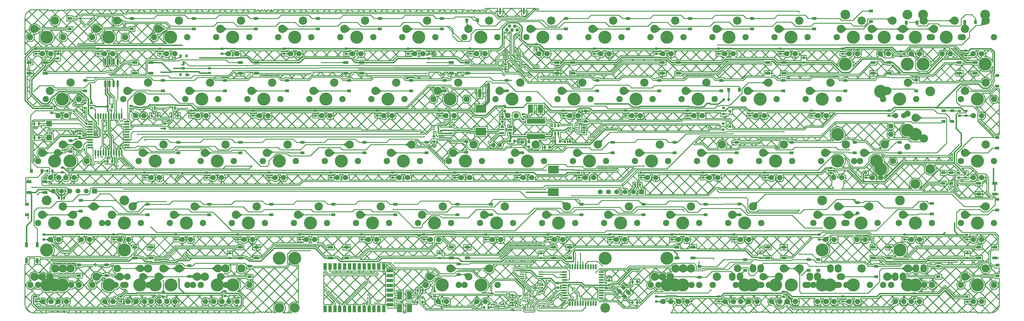
<source format=gbr>
%FSTAX23Y23*%
%MOIN*%
%SFA1B1*%

%IPPOS*%
%AMD46*
4,1,4,-0.036100,0.002800,0.002800,-0.036100,0.036100,-0.002800,-0.002800,0.036100,-0.036100,0.002800,0.0*
%
%ADD10C,0.010157*%
%ADD11R,0.035429X0.059059*%
%ADD12C,0.010157*%
%ADD13C,0.017874*%
%ADD14C,0.015000*%
%ADD15C,0.010000*%
%ADD16C,0.033622*%
%ADD17C,0.013937*%
%ADD18C,0.010000*%
%ADD19C,0.066000*%
%ADD20C,0.157500*%
%ADD21C,0.043307*%
%ADD23R,0.059055X0.059055*%
%ADD24C,0.059055*%
%ADD25C,0.056000*%
%ADD26O,0.078740X0.100000*%
%ADD27C,0.076000*%
%ADD28C,0.100000*%
%ADD29O,0.100000X0.082677*%
%ADD30O,0.086614X0.100000*%
%ADD31C,0.090551*%
%ADD32C,0.096457*%
%ADD33C,0.096653*%
%ADD34C,0.078740*%
%ADD35C,0.118110*%
%ADD36C,0.157500*%
%ADD37C,0.066000*%
%ADD38C,0.076000*%
%ADD39C,0.100000*%
%ADD40C,0.015787*%
%ADD41R,0.027559X0.035433*%
%ADD42R,0.035433X0.027559*%
%ADD43R,0.048031X0.035827*%
%ADD44R,0.035433X0.031496*%
%ADD45R,0.059055X0.102362*%
G04~CAMADD=46~9~0.0~0.0~551.2~472.4~0.0~0.0~0~0.0~0.0~0.0~0.0~0~0.0~0.0~0.0~0.0~0~0.0~0.0~0.0~135.0~722.0~721.0*
%ADD46D46*%
%ADD47O,0.021654X0.068898*%
%ADD48O,0.068898X0.021654*%
%ADD49O,0.021654X0.062992*%
%ADD50O,0.062992X0.021654*%
%ADD51R,0.027559X0.011811*%
%ADD52R,0.035827X0.048031*%
%ADD53R,0.031496X0.035433*%
%ADD54R,0.043307X0.102362*%
%ADD55R,0.023622X0.045275*%
%ADD56R,0.045275X0.023622*%
%ADD57R,0.129921X0.094488*%
%ADD58O,0.023622X0.086614*%
%ADD59O,0.061024X0.013780*%
%ADD60O,0.066929X0.011811*%
%ADD61R,0.019685X0.015748*%
%ADD62R,0.027559X0.015748*%
%ADD63R,0.070866X0.066929*%
%ADD64R,0.059059X0.035429*%
%ADD65R,0.035433X0.031496*%
%ADD66R,0.043307X0.025591*%
%ADD67R,0.224409X0.062992*%
%ADD68R,0.023622X0.043307*%
%ADD69R,0.031496X0.035433*%
%ADD70R,0.039370X0.078740*%
%ADD71R,0.078740X0.039370*%
%ADD72R,0.059055X0.023622*%
%ADD73C,0.035000*%
%ADD74C,0.010039*%
%ADD75C,0.012000*%
%ADD76O,0.021654X0.082677*%
%LNquadcube_65_pcb_copper_signal_bot-1*%
%LPD*%
G36*
X14798Y08894D02*
X14797Y08895D01*
X14797Y08896*
X14797Y08897*
X14796Y08898*
X14795Y08898*
X14794Y08899*
X14793Y08899*
X14791Y08899*
X14789Y08899*
X14787Y08899*
Y08909*
X14789Y08909*
X14791Y0891*
X14793Y0891*
X14794Y0891*
X14795Y08911*
X14796Y08911*
X14797Y08912*
X14797Y08913*
X14797Y08913*
X14798Y08914*
Y08894*
G37*
G36*
X13952Y08902D02*
X13955Y089D01*
X13955Y089*
X13955Y08899*
X13955Y08899*
X13948Y08892*
X13948Y08892*
X13948Y08892*
X13947Y08892*
X13947Y08893*
X13946Y08893*
X13946Y08894*
X13944Y08896*
X13951Y08903*
X13952Y08902*
G37*
G36*
X05817Y08866D02*
X05816Y08865D01*
X05814Y08862*
X05814Y08862*
X05813Y08862*
X05813Y08862*
X05806Y08869*
X05806Y08869*
X05806Y0887*
X05806Y0887*
X05807Y0887*
X05807Y08871*
X05808Y08872*
X0581Y08873*
X05817Y08866*
G37*
G36*
X05451Y08849D02*
X05449Y08848D01*
X05447Y08848*
X05445Y08848*
X05443Y08847*
X05441Y08847*
X0544Y08846*
X05438Y08845*
X05436Y08844*
X05435Y08843*
X05434Y08841*
X05419*
X05421Y08843*
X05422Y08844*
X05422Y08845*
X05422Y08846*
X05422Y08847*
X05422Y08847*
X05421Y08848*
X0542Y08848*
X05418Y08848*
X05416Y08849*
X05439Y08859*
X05451Y08849*
G37*
G36*
X10002Y08828D02*
X1Y08827D01*
X09998Y08827*
X09997Y08827*
X09996Y08826*
X09996Y08826*
X09996Y08825*
X09996Y08824*
X09996Y08823*
X09997Y08822*
X09999Y0882*
X09985*
X09983Y08822*
X09982Y08823*
X0998Y08824*
X09978Y08825*
X09977Y08826*
X09975Y08826*
X09973Y08827*
X09971Y08827*
X09969Y08827*
X09967Y08828*
X0998Y08838*
X10002Y08828*
G37*
G36*
X14159Y08824D02*
X14159Y08823D01*
X1416Y08823*
X1416Y08822*
X14161Y08821*
X14162Y08821*
X14164Y08821*
X14165Y0882*
X14167Y0882*
X14169Y0882*
Y0881*
X14167Y0881*
X14165Y0881*
X14164Y0881*
X14162Y08809*
X14161Y08809*
X1416Y08808*
X1416Y08808*
X14159Y08807*
X14159Y08806*
X14159Y08805*
Y08825*
X14159Y08824*
G37*
G36*
X14111Y08805D02*
X14111Y08806D01*
X14111Y08807*
X1411Y08808*
X14109Y08808*
X14108Y08809*
X14107Y08809*
X14106Y0881*
X14104Y0881*
X14103Y0881*
X14101Y0881*
Y0882*
X14103Y0882*
X14104Y0882*
X14106Y08821*
X14107Y08821*
X14108Y08821*
X14109Y08822*
X1411Y08823*
X14111Y08823*
X14111Y08824*
X14111Y08825*
Y08805*
G37*
G36*
X13409Y08824D02*
X13409Y08823D01*
X1341Y08823*
X1341Y08822*
X13411Y08821*
X13412Y08821*
X13414Y08821*
X13415Y0882*
X13417Y0882*
X13419Y0882*
Y0881*
X13417Y0881*
X13415Y0881*
X13414Y0881*
X13412Y08809*
X13411Y08809*
X1341Y08808*
X1341Y08808*
X13409Y08807*
X13409Y08806*
X13409Y08805*
Y08825*
X13409Y08824*
G37*
G36*
X13361Y08805D02*
X13361Y08806D01*
X13361Y08807*
X1336Y08808*
X13359Y08808*
X13358Y08809*
X13357Y08809*
X13356Y0881*
X13354Y0881*
X13353Y0881*
X13351Y0881*
Y0882*
X13353Y0882*
X13354Y0882*
X13356Y08821*
X13357Y08821*
X13358Y08821*
X13359Y08822*
X1336Y08823*
X13361Y08823*
X13361Y08824*
X13361Y08825*
Y08805*
G37*
G36*
X12659Y08824D02*
X12659Y08823D01*
X1266Y08823*
X1266Y08822*
X12661Y08821*
X12662Y08821*
X12664Y08821*
X12665Y0882*
X12667Y0882*
X12669Y0882*
Y0881*
X12667Y0881*
X12665Y0881*
X12664Y0881*
X12662Y08809*
X12661Y08809*
X1266Y08808*
X1266Y08808*
X12659Y08807*
X12659Y08806*
X12659Y08805*
Y08825*
X12659Y08824*
G37*
G36*
X12611Y08805D02*
X12611Y08806D01*
X12611Y08807*
X1261Y08808*
X12609Y08808*
X12608Y08809*
X12607Y08809*
X12606Y0881*
X12604Y0881*
X12603Y0881*
X12601Y0881*
Y0882*
X12603Y0882*
X12604Y0882*
X12606Y08821*
X12607Y08821*
X12608Y08821*
X12609Y08822*
X1261Y08823*
X12611Y08823*
X12611Y08824*
X12611Y08825*
Y08805*
G37*
G36*
X11909Y08824D02*
X11909Y08823D01*
X1191Y08823*
X1191Y08822*
X11911Y08821*
X11912Y08821*
X11914Y08821*
X11915Y0882*
X11917Y0882*
X11919Y0882*
Y0881*
X11917Y0881*
X11915Y0881*
X11914Y0881*
X11912Y08809*
X11911Y08809*
X1191Y08808*
X1191Y08808*
X11909Y08807*
X11909Y08806*
X11909Y08805*
Y08825*
X11909Y08824*
G37*
G36*
X11861Y08805D02*
X11861Y08806D01*
X11861Y08807*
X1186Y08808*
X11859Y08808*
X11858Y08809*
X11857Y08809*
X11856Y0881*
X11854Y0881*
X11853Y0881*
X11851Y0881*
Y0882*
X11853Y0882*
X11854Y0882*
X11856Y08821*
X11857Y08821*
X11858Y08821*
X11859Y08822*
X1186Y08823*
X11861Y08823*
X11861Y08824*
X11861Y08825*
Y08805*
G37*
G36*
X11159Y08824D02*
X11159Y08823D01*
X1116Y08823*
X1116Y08822*
X11161Y08821*
X11162Y08821*
X11164Y08821*
X11165Y0882*
X11167Y0882*
X11169Y0882*
Y0881*
X11167Y0881*
X11165Y0881*
X11164Y0881*
X11162Y08809*
X11161Y08809*
X1116Y08808*
X1116Y08808*
X11159Y08807*
X11159Y08806*
X11159Y08805*
Y08825*
X11159Y08824*
G37*
G36*
X09659D02*
X09659Y08823D01*
X0966Y08823*
X0966Y08822*
X09661Y08821*
X09662Y08821*
X09664Y08821*
X09665Y0882*
X09667Y0882*
X09669Y0882*
Y0881*
X09667Y0881*
X09665Y0881*
X09664Y0881*
X09662Y08809*
X09661Y08809*
X0966Y08808*
X0966Y08808*
X09659Y08807*
X09659Y08806*
X09659Y08805*
Y08825*
X09659Y08824*
G37*
G36*
X09611Y08805D02*
X09611Y08806D01*
X09611Y08807*
X0961Y08808*
X09609Y08808*
X09608Y08809*
X09607Y08809*
X09606Y0881*
X09604Y0881*
X09603Y0881*
X09601Y0881*
Y0882*
X09603Y0882*
X09604Y0882*
X09606Y08821*
X09607Y08821*
X09608Y08821*
X09609Y08822*
X0961Y08823*
X09611Y08823*
X09611Y08824*
X09611Y08825*
Y08805*
G37*
G36*
X08909Y08824D02*
X08909Y08823D01*
X0891Y08823*
X0891Y08822*
X08911Y08821*
X08912Y08821*
X08914Y08821*
X08915Y0882*
X08917Y0882*
X08919Y0882*
Y0881*
X08917Y0881*
X08915Y0881*
X08914Y0881*
X08912Y08809*
X08911Y08809*
X0891Y08808*
X0891Y08808*
X08909Y08807*
X08909Y08806*
X08909Y08805*
Y08825*
X08909Y08824*
G37*
G36*
X08861Y08805D02*
X08861Y08806D01*
X08861Y08807*
X0886Y08808*
X08859Y08808*
X08858Y08809*
X08857Y08809*
X08856Y0881*
X08854Y0881*
X08853Y0881*
X08851Y0881*
Y0882*
X08853Y0882*
X08854Y0882*
X08856Y08821*
X08857Y08821*
X08858Y08821*
X08859Y08822*
X0886Y08823*
X08861Y08823*
X08861Y08824*
X08861Y08825*
Y08805*
G37*
G36*
X08159Y08824D02*
X08159Y08823D01*
X0816Y08823*
X0816Y08822*
X08161Y08821*
X08162Y08821*
X08164Y08821*
X08165Y0882*
X08167Y0882*
X08169Y0882*
Y0881*
X08167Y0881*
X08165Y0881*
X08164Y0881*
X08162Y08809*
X08161Y08809*
X0816Y08808*
X0816Y08808*
X08159Y08807*
X08159Y08806*
X08159Y08805*
Y08825*
X08159Y08824*
G37*
G36*
X08111Y08805D02*
X08111Y08806D01*
X08111Y08807*
X0811Y08808*
X08109Y08808*
X08108Y08809*
X08107Y08809*
X08106Y0881*
X08104Y0881*
X08103Y0881*
X08101Y0881*
Y0882*
X08103Y0882*
X08104Y0882*
X08106Y08821*
X08107Y08821*
X08108Y08821*
X08109Y08822*
X0811Y08823*
X08111Y08823*
X08111Y08824*
X08111Y08825*
Y08805*
G37*
G36*
X07409Y08824D02*
X07409Y08823D01*
X0741Y08823*
X0741Y08822*
X07411Y08821*
X07412Y08821*
X07414Y08821*
X07415Y0882*
X07417Y0882*
X07419Y0882*
Y0881*
X07417Y0881*
X07415Y0881*
X07414Y0881*
X07412Y08809*
X07411Y08809*
X0741Y08808*
X0741Y08808*
X07409Y08807*
X07409Y08806*
X07409Y08805*
Y08825*
X07409Y08824*
G37*
G36*
X07361Y08805D02*
X07361Y08806D01*
X07361Y08807*
X0736Y08808*
X07359Y08808*
X07358Y08809*
X07357Y08809*
X07356Y0881*
X07354Y0881*
X07353Y0881*
X07351Y0881*
Y0882*
X07353Y0882*
X07354Y0882*
X07356Y08821*
X07357Y08821*
X07358Y08821*
X07359Y08822*
X0736Y08823*
X07361Y08823*
X07361Y08824*
X07361Y08825*
Y08805*
G37*
G36*
X06659Y08824D02*
X06659Y08823D01*
X0666Y08823*
X0666Y08822*
X06661Y08821*
X06662Y08821*
X06664Y08821*
X06665Y0882*
X06667Y0882*
X06669Y0882*
Y0881*
X06667Y0881*
X06665Y0881*
X06664Y0881*
X06662Y08809*
X06661Y08809*
X0666Y08808*
X0666Y08808*
X06659Y08807*
X06659Y08806*
X06659Y08805*
Y08825*
X06659Y08824*
G37*
G36*
X06611Y08805D02*
X06611Y08806D01*
X06611Y08807*
X0661Y08808*
X06609Y08808*
X06608Y08809*
X06607Y08809*
X06606Y0881*
X06604Y0881*
X06603Y0881*
X06601Y0881*
Y0882*
X06603Y0882*
X06604Y0882*
X06606Y08821*
X06607Y08821*
X06608Y08821*
X06609Y08822*
X0661Y08823*
X06611Y08823*
X06611Y08824*
X06611Y08825*
Y08805*
G37*
G36*
X05909Y08824D02*
X05909Y08823D01*
X0591Y08823*
X0591Y08822*
X05911Y08821*
X05912Y08821*
X05914Y08821*
X05915Y0882*
X05917Y0882*
X05919Y0882*
Y0881*
X05917Y0881*
X05915Y0881*
X05914Y0881*
X05912Y08809*
X05911Y08809*
X0591Y08808*
X0591Y08808*
X05909Y08807*
X05909Y08806*
X05909Y08805*
Y08825*
X05909Y08824*
G37*
G36*
X05861Y08805D02*
X05861Y08806D01*
X05861Y08807*
X0586Y08808*
X05859Y08808*
X05858Y08809*
X05857Y08809*
X05856Y0881*
X05854Y0881*
X05853Y0881*
X05851Y0881*
Y0882*
X05853Y0882*
X05854Y0882*
X05856Y08821*
X05857Y08821*
X05858Y08821*
X05859Y08822*
X0586Y08823*
X05861Y08823*
X05861Y08824*
X05861Y08825*
Y08805*
G37*
G36*
X05159Y08824D02*
X05159Y08823D01*
X0516Y08823*
X0516Y08822*
X05161Y08821*
X05162Y08821*
X05164Y08821*
X05165Y0882*
X05167Y0882*
X05169Y0882*
Y0881*
X05167Y0881*
X05165Y0881*
X05164Y0881*
X05162Y08809*
X05161Y08809*
X0516Y08808*
X0516Y08808*
X05159Y08807*
X05159Y08806*
X05159Y08805*
Y08825*
X05159Y08824*
G37*
G36*
X05411Y08819D02*
X05404Y08812D01*
X05381Y08803*
X05382Y08804*
X05383Y08806*
X05384Y08807*
X05384Y08808*
X05384Y08808*
X05383Y08809*
X05383Y0881*
X05381Y0881*
X0538Y0881*
X05378Y0881*
X05388Y0882*
X0539Y0882*
X05392Y0882*
X05394Y08821*
X05396Y08821*
X05397Y08822*
X05399Y08823*
X05401Y08824*
X05402Y08825*
X05404Y08826*
X05405Y08827*
X05411Y08819*
G37*
G36*
X05269Y08826D02*
X05268Y08825D01*
X05267Y08824*
X05267Y08823*
X05267Y08822*
X05268Y08821*
X05268Y08821*
X0527Y0882*
X05271Y0882*
X05273Y0882*
Y0881*
X05271Y0881*
X0527Y0881*
X05268Y0881*
X05268Y08809*
X05267Y08808*
X05267Y08808*
X05267Y08807*
X05268Y08806*
X05269Y08804*
X0527Y08803*
X05256*
X05254Y08804*
X05253Y08806*
X05251Y08807*
X0525Y08808*
X05248Y08808*
X05246Y08809*
X05244Y0881*
X05243Y0881*
X05241Y0881*
X05239Y0881*
Y0882*
X05241Y0882*
X05243Y0882*
X05244Y08821*
X05246Y08821*
X05248Y08822*
X0525Y08823*
X05251Y08824*
X05253Y08825*
X05254Y08826*
X05256Y08827*
X0527*
X05269Y08826*
G37*
G36*
X1609Y08804D02*
X1609Y08802D01*
X1609Y08801*
X1609Y088*
X16091Y08798*
X16091Y08798*
X16092Y08797*
X16093Y08796*
X16094Y08796*
X16095Y08796*
X16075*
X16075Y08796*
X16076Y08796*
X16077Y08797*
X16078Y08798*
X16078Y08798*
X16079Y088*
X16079Y08801*
X16079Y08802*
X16079Y08804*
X1608Y08806*
X1609*
X1609Y08804*
G37*
G36*
X10043Y0882D02*
X10047Y08816D01*
X10049Y08815*
X10051Y08814*
X10052Y08813*
X10053Y08813*
X10054Y08813*
X10055Y08814*
X10055Y08815*
X10047Y08794*
X10047Y08796*
X10048Y08797*
X10047Y08798*
X10047Y08798*
Y08781*
X10047Y08782*
X10047Y08783*
X10046Y08783*
X10046Y08784*
X10045Y08785*
X10044Y08785*
X10042Y08785*
X10041Y08786*
X10039Y08786*
X10037Y08786*
Y08796*
X10039Y08796*
X10041Y08796*
X10042Y08796*
X10044Y08797*
X10045Y08797*
X10046Y08798*
X10046Y08798*
X10047Y08799*
X10047Y08799*
X10046Y08801*
X10046Y08802*
X10044Y08804*
X10043Y08805*
X10042Y08807*
X1004Y08809*
X10041Y08822*
X10043Y0882*
G37*
G36*
X15296Y08773D02*
X15296Y08773D01*
X15296Y08772*
X15297Y08772*
X15298Y08772*
X15299Y08772*
X15301Y08772*
Y08762*
X153Y08762*
X15296Y08762*
X15296Y08762*
X15296Y08762*
X15296Y08762*
Y08773*
X15296Y08773*
G37*
G36*
X15043Y08803D02*
X15038Y08762D01*
X15013Y08803*
X15013Y08803*
X15011Y08804*
X1501Y08804*
X15008Y08805*
X15006Y08805*
X15004Y08805*
X15002Y08805*
X15014Y08815*
X15017Y08816*
X15021Y08816*
X15024Y08817*
X15028Y08818*
X15037Y08821*
X15042Y08823*
X15059Y08831*
X15043Y08803*
G37*
G36*
X10073Y08767D02*
X10072Y08767D01*
X10072Y08766*
X10071Y08766*
X10071Y08765*
X1007Y08764*
X1007Y08763*
X1007Y08761*
X1007Y0876*
X1007Y08758*
X1006*
X1006Y0876*
X1006Y08761*
X1006Y08763*
X10059Y08764*
X10059Y08765*
X10058Y08766*
X10058Y08766*
X10057Y08767*
X10057Y08767*
X10056Y08767*
X10074*
X10073Y08767*
G37*
G36*
X1536Y08757D02*
X1536Y08758D01*
X1536Y08759*
X15359Y0876*
X15359Y0876*
X15358Y08761*
X15357Y08761*
X15355Y08762*
X15354Y08762*
X15352Y08762*
X1535Y08762*
Y08772*
X15352Y08772*
X15354Y08772*
X15355Y08773*
X15357Y08773*
X15358Y08773*
X15359Y08774*
X15359Y08775*
X1536Y08775*
X1536Y08776*
X1536Y08777*
Y08757*
G37*
G36*
X09945Y08767D02*
X09944Y08767D01*
X09944Y08766*
X09943Y08765*
X09942Y08764*
X09942Y08763*
X09942Y08762*
X09941Y08761*
X09941Y08759*
X09941Y08757*
X09931*
X09931Y08759*
X09931Y08761*
X09931Y08762*
X0993Y08763*
X0993Y08764*
X09929Y08765*
X09929Y08766*
X09928Y08767*
X09927Y08767*
X09926Y08767*
X09946*
X09945Y08767*
G37*
G36*
X15796Y08751D02*
X1579Y08757D01*
X15775Y08771*
X1577Y08774*
X15766Y08777*
X15762Y08779*
X15758Y0878*
X15755Y08781*
X15752Y08781*
Y08791*
X15755Y08792*
X15758Y08793*
X15762Y08794*
X15766Y08796*
X1577Y08799*
X15775Y08802*
X15785Y08811*
X1579Y08816*
X15796Y08821*
Y08751*
G37*
G36*
X05747Y08816D02*
X05762Y08802D01*
X05767Y08799*
X05771Y08796*
X05775Y08794*
X05779Y08793*
X05782Y08792*
X05785Y08791*
Y08781*
X05782Y08781*
X05779Y0878*
X05775Y08779*
X05771Y08777*
X05767Y08774*
X05762Y08771*
X05752Y08762*
X05747Y08757*
X05741Y08751*
Y08821*
X05747Y08816*
G37*
G36*
X05327Y08735D02*
X05326Y08734D01*
X05324Y08731*
X05324Y08731*
X05323Y08731*
X05323Y08731*
X05316Y08738*
X05316Y08738*
X05316Y08739*
X05316Y08739*
X05317Y08739*
X05317Y0874*
X05318Y08741*
X0532Y08742*
X05327Y08735*
G37*
G36*
X09942Y08749D02*
X09947Y08745D01*
X0995Y08743*
X09953Y08741*
X09956Y0874*
X09959Y08738*
X09962Y08737*
X09965Y08736*
X09968Y08735*
X09929Y08729*
X09931Y0873*
X09933Y08732*
X09934Y08733*
X09935Y08735*
X09936Y08736*
X09936Y08738*
X09936Y0874*
X09935Y08741*
X09934Y08743*
X09933Y08744*
X0994Y08751*
X09942Y08749*
G37*
G36*
X15258Y08739D02*
X15257Y08739D01*
X15257Y08738*
X15256Y08738*
X15255Y08737*
X15255Y08736*
X15255Y08734*
X15254Y08733*
X15254Y08731*
X15254Y08729*
X15249*
X15253Y08725*
X15251Y08724*
X1525Y08723*
X15249Y08721*
X15249Y0872*
X15248Y08719*
X15248Y08717*
X15248Y08716*
X15248Y08716*
X15248Y08716*
X15264Y08702*
X15268Y08699*
X15272Y08696*
X15276Y08694*
X1528Y08693*
X15283Y08692*
X15287Y08691*
Y08681*
X15283Y08681*
X1528Y0868*
X15276Y08679*
X15272Y08677*
X15268Y08674*
X15264Y08671*
X15254Y08662*
X15248Y08657*
X15242Y08651*
Y0872*
X15233Y08729*
X15234Y08728*
X15235Y08728*
X15237Y08728*
X15238Y08728*
X15239Y08728*
X1524Y08729*
X15242Y08729*
X15243Y0873*
X15244Y08731*
X15244Y08731*
X15244Y08733*
X15244Y08734*
X15243Y08736*
X15243Y08737*
X15242Y08738*
X15242Y08738*
X15241Y08739*
X1524Y08739*
X15239Y08739*
X15259*
X15258Y08739*
G37*
G36*
X16206Y08736D02*
X16198Y08736D01*
X16178Y08735*
X16172Y08734*
X16167Y08733*
X16163Y08732*
X16159Y0873*
X16156Y08728*
X16154Y08727*
X16147Y08734*
X16149Y08736*
X16151Y08739*
X16152Y08743*
X16153Y08747*
X16155Y08752*
X16155Y08757*
X16157Y0877*
X16157Y08778*
X16157Y08786*
X16206Y08736*
G37*
G36*
X15962Y08762D02*
X15963Y08759D01*
X15964Y08755*
X15966Y08751*
X15969Y08747*
X15972Y08743*
X15976Y08738*
X15985Y08728*
X15991Y08723*
X15923*
X15928Y08728*
X15938Y08738*
X15941Y08743*
X15945Y08747*
X15947Y08751*
X15949Y08755*
X15951Y08759*
X15951Y08762*
X15952Y08766*
X15962*
X15962Y08762*
G37*
G36*
X09718Y08715D02*
X09716Y08714D01*
X09714Y08714*
X09713Y08714*
X09712Y08713*
X09712Y08713*
X09712Y08712*
X09712Y08711*
X09712Y0871*
X09713Y08709*
X09715Y08707*
X09701*
X09699Y08709*
X09698Y0871*
X09696Y08711*
X09694Y08712*
X09693Y08713*
X09691Y08713*
X09689Y08714*
X09687Y08714*
X09685Y08714*
X09683Y08715*
X09696Y08725*
X09718Y08715*
G37*
G36*
X14111Y08676D02*
X14111Y08677D01*
X14111Y08678*
X1411Y08679*
X14109Y0868*
X14108Y0868*
X14107Y08681*
X14106Y08681*
X14104Y08681*
X14103Y08681*
X14101Y08681*
Y08691*
X14103Y08692*
X14104Y08692*
X14106Y08692*
X14107Y08692*
X14108Y08693*
X14109Y08693*
X1411Y08694*
X14111Y08695*
X14111Y08696*
X14111Y08696*
Y08676*
G37*
G36*
X13361D02*
X13361Y08677D01*
X13361Y08678*
X1336Y08679*
X13359Y0868*
X13358Y0868*
X13357Y08681*
X13356Y08681*
X13354Y08681*
X13353Y08681*
X13351Y08681*
Y08691*
X13353Y08692*
X13354Y08692*
X13356Y08692*
X13357Y08692*
X13358Y08693*
X13359Y08693*
X1336Y08694*
X13361Y08695*
X13361Y08696*
X13361Y08696*
Y08676*
G37*
G36*
X12611D02*
X12611Y08677D01*
X12611Y08678*
X1261Y08679*
X12609Y0868*
X12608Y0868*
X12607Y08681*
X12606Y08681*
X12604Y08681*
X12603Y08681*
X12601Y08681*
Y08691*
X12603Y08692*
X12604Y08692*
X12606Y08692*
X12607Y08692*
X12608Y08693*
X12609Y08693*
X1261Y08694*
X12611Y08695*
X12611Y08696*
X12611Y08696*
Y08676*
G37*
G36*
X11861D02*
X11861Y08677D01*
X11861Y08678*
X1186Y08679*
X11859Y0868*
X11858Y0868*
X11857Y08681*
X11856Y08681*
X11854Y08681*
X11853Y08681*
X11851Y08681*
Y08691*
X11853Y08692*
X11854Y08692*
X11856Y08692*
X11857Y08692*
X11858Y08693*
X11859Y08693*
X1186Y08694*
X11861Y08695*
X11861Y08696*
X11861Y08696*
Y08676*
G37*
G36*
X11111D02*
X11111Y08677D01*
X11111Y08678*
X1111Y08679*
X11109Y0868*
X11108Y0868*
X11107Y08681*
X11106Y08681*
X11104Y08681*
X11103Y08681*
X11101Y08681*
Y08691*
X11103Y08692*
X11104Y08692*
X11106Y08692*
X11107Y08692*
X11108Y08693*
X11109Y08693*
X1111Y08694*
X11111Y08695*
X11111Y08696*
X11111Y08696*
Y08676*
G37*
G36*
X09611D02*
X09611Y08677D01*
X09611Y08678*
X0961Y08679*
X09609Y0868*
X09608Y0868*
X09607Y08681*
X09606Y08681*
X09604Y08681*
X09603Y08681*
X09601Y08681*
Y08691*
X09603Y08692*
X09604Y08692*
X09606Y08692*
X09607Y08692*
X09608Y08693*
X09609Y08693*
X0961Y08694*
X09611Y08695*
X09611Y08696*
X09611Y08696*
Y08676*
G37*
G36*
X08861D02*
X08861Y08677D01*
X08861Y08678*
X0886Y08679*
X08859Y0868*
X08858Y0868*
X08857Y08681*
X08856Y08681*
X08854Y08681*
X08853Y08681*
X08851Y08681*
Y08691*
X08853Y08692*
X08854Y08692*
X08856Y08692*
X08857Y08692*
X08858Y08693*
X08859Y08693*
X0886Y08694*
X08861Y08695*
X08861Y08696*
X08861Y08696*
Y08676*
G37*
G36*
X08111D02*
X08111Y08677D01*
X08111Y08678*
X0811Y08679*
X08109Y0868*
X08108Y0868*
X08107Y08681*
X08106Y08681*
X08104Y08681*
X08103Y08681*
X08101Y08681*
Y08691*
X08103Y08692*
X08104Y08692*
X08106Y08692*
X08107Y08692*
X08108Y08693*
X08109Y08693*
X0811Y08694*
X08111Y08695*
X08111Y08696*
X08111Y08696*
Y08676*
G37*
G36*
X07361D02*
X07361Y08677D01*
X07361Y08678*
X0736Y08679*
X07359Y0868*
X07358Y0868*
X07357Y08681*
X07356Y08681*
X07354Y08681*
X07353Y08681*
X07351Y08681*
Y08691*
X07353Y08692*
X07354Y08692*
X07356Y08692*
X07357Y08692*
X07358Y08693*
X07359Y08693*
X0736Y08694*
X07361Y08695*
X07361Y08696*
X07361Y08696*
Y08676*
G37*
G36*
X06611D02*
X06611Y08677D01*
X06611Y08678*
X0661Y08679*
X06609Y0868*
X06608Y0868*
X06607Y08681*
X06606Y08681*
X06604Y08681*
X06603Y08681*
X06601Y08681*
Y08691*
X06603Y08692*
X06604Y08692*
X06606Y08692*
X06607Y08692*
X06608Y08693*
X06609Y08693*
X0661Y08694*
X06611Y08695*
X06611Y08696*
X06611Y08696*
Y08676*
G37*
G36*
X05861D02*
X05861Y08677D01*
X05861Y08678*
X0586Y08679*
X05859Y0868*
X05858Y0868*
X05857Y08681*
X05856Y08681*
X05854Y08681*
X05853Y08681*
X05851Y08681*
Y08691*
X05853Y08692*
X05854Y08692*
X05856Y08692*
X05857Y08692*
X05858Y08693*
X05859Y08693*
X0586Y08694*
X05861Y08695*
X05861Y08696*
X05861Y08696*
Y08676*
G37*
G36*
X05111D02*
X05111Y08677D01*
X05111Y08678*
X0511Y08679*
X05109Y0868*
X05108Y0868*
X05107Y08681*
X05106Y08681*
X05104Y08681*
X05103Y08681*
X05101Y08681*
Y08691*
X05103Y08692*
X05104Y08692*
X05106Y08692*
X05107Y08692*
X05108Y08693*
X05109Y08693*
X0511Y08694*
X05111Y08695*
X05111Y08696*
X05111Y08696*
Y08676*
G37*
G36*
X0977Y08663D02*
X0977Y08661D01*
X0977Y08659*
X0977Y08657*
X09771Y08655*
X09771Y08653*
X09772Y08652*
X09773Y0865*
X09774Y08648*
X09775Y08647*
X09777Y08646*
Y08631*
X09775Y08633*
X09774Y08634*
X09773Y08634*
X09772Y08634*
X09771Y08634*
X09771Y08634*
X0977Y08633*
X0977Y08632*
X0977Y0863*
X0977Y08628*
X0976Y08638*
X09759Y0864*
X09759Y08642*
X09759Y08644*
X09758Y08646*
X09758Y08648*
X09757Y08649*
X09756Y08651*
X09755Y08653*
X09754Y08654*
X09752Y08656*
Y0867*
X09754Y08668*
X09755Y08667*
X09756Y08667*
X09757Y08667*
X09758Y08667*
X09758Y08667*
X09759Y08668*
X09759Y08669*
X09759Y08671*
X0976Y08673*
X0977Y08663*
G37*
G36*
X15546Y08651D02*
X1554Y08657D01*
X15525Y08671*
X1552Y08674*
X15516Y08677*
X15512Y08679*
X15508Y0868*
X15505Y08681*
X15502Y08681*
Y08691*
X15505Y08692*
X15508Y08693*
X15512Y08694*
X15516Y08696*
X1552Y08699*
X15525Y08702*
X15535Y08711*
X1554Y08716*
X15546Y08721*
Y08651*
G37*
G36*
X15171D02*
X15165Y08657D01*
X1515Y08671*
X15145Y08674*
X15141Y08677*
X15137Y08679*
X15133Y0868*
X1513Y08681*
X15127Y08681*
Y08691*
X1513Y08692*
X15133Y08693*
X15137Y08694*
X15141Y08696*
X15145Y08699*
X1515Y08702*
X1516Y08711*
X15165Y08716*
X15171Y08721*
Y08651*
G37*
G36*
X14498Y08716D02*
X14514Y08702D01*
X14518Y08699*
X14522Y08696*
X14526Y08694*
X1453Y08693*
X14533Y08692*
X14537Y08691*
Y08681*
X14533Y08681*
X1453Y0868*
X14526Y08679*
X14522Y08677*
X14518Y08674*
X14514Y08671*
X14504Y08662*
X14498Y08657*
X14492Y08651*
Y08721*
X14498Y08716*
G37*
G36*
X13747D02*
X13762Y08702D01*
X13767Y08699*
X13771Y08696*
X13775Y08694*
X13779Y08693*
X13782Y08692*
X13785Y08691*
Y08681*
X13782Y08681*
X13779Y0868*
X13775Y08679*
X13771Y08677*
X13767Y08674*
X13762Y08671*
X13752Y08662*
X13747Y08657*
X13741Y08651*
Y08721*
X13747Y08716*
G37*
G36*
X12997D02*
X13012Y08702D01*
X13017Y08699*
X13021Y08696*
X13025Y08694*
X13029Y08693*
X13032Y08692*
X13035Y08691*
Y08681*
X13032Y08681*
X13029Y0868*
X13025Y08679*
X13021Y08677*
X13017Y08674*
X13012Y08671*
X13002Y08662*
X12997Y08657*
X12991Y08651*
Y08721*
X12997Y08716*
G37*
G36*
X12247D02*
X12262Y08702D01*
X12267Y08699*
X12271Y08696*
X12275Y08694*
X12279Y08693*
X12282Y08692*
X12285Y08691*
Y08681*
X12282Y08681*
X12279Y0868*
X12275Y08679*
X12271Y08677*
X12267Y08674*
X12262Y08671*
X12252Y08662*
X12247Y08657*
X12241Y08651*
Y08721*
X12247Y08716*
G37*
G36*
X11497D02*
X11512Y08702D01*
X11517Y08699*
X11521Y08696*
X11525Y08694*
X11529Y08693*
X11532Y08692*
X11535Y08691*
Y08681*
X11532Y08681*
X11529Y0868*
X11525Y08679*
X11521Y08677*
X11517Y08674*
X11512Y08671*
X11502Y08662*
X11497Y08657*
X11491Y08651*
Y08721*
X11497Y08716*
G37*
G36*
X10747D02*
X10762Y08702D01*
X10767Y08699*
X10771Y08696*
X10775Y08694*
X10779Y08693*
X10782Y08692*
X10785Y08691*
Y08681*
X10782Y08681*
X10779Y0868*
X10775Y08679*
X10771Y08677*
X10767Y08674*
X10762Y08671*
X10752Y08662*
X10747Y08657*
X10741Y08651*
Y08721*
X10747Y08716*
G37*
G36*
X09247D02*
X09262Y08702D01*
X09267Y08699*
X09271Y08696*
X09275Y08694*
X09279Y08693*
X09282Y08692*
X09285Y08691*
Y08681*
X09282Y08681*
X09279Y0868*
X09275Y08679*
X09271Y08677*
X09267Y08674*
X09262Y08671*
X09252Y08662*
X09247Y08657*
X09241Y08651*
Y08721*
X09247Y08716*
G37*
G36*
X08497D02*
X08512Y08702D01*
X08517Y08699*
X08521Y08696*
X08525Y08694*
X08529Y08693*
X08532Y08692*
X08535Y08691*
Y08681*
X08532Y08681*
X08529Y0868*
X08525Y08679*
X08521Y08677*
X08517Y08674*
X08512Y08671*
X08502Y08662*
X08497Y08657*
X08491Y08651*
Y08721*
X08497Y08716*
G37*
G36*
X07747D02*
X07762Y08702D01*
X07767Y08699*
X07771Y08696*
X07775Y08694*
X07779Y08693*
X07782Y08692*
X07785Y08691*
Y08681*
X07782Y08681*
X07779Y0868*
X07775Y08679*
X07771Y08677*
X07767Y08674*
X07762Y08671*
X07752Y08662*
X07747Y08657*
X07741Y08651*
Y08721*
X07747Y08716*
G37*
G36*
X06997D02*
X07012Y08702D01*
X07017Y08699*
X07021Y08696*
X07025Y08694*
X07029Y08693*
X07032Y08692*
X07035Y08691*
Y08681*
X07032Y08681*
X07029Y0868*
X07025Y08679*
X07021Y08677*
X07017Y08674*
X07012Y08671*
X07002Y08662*
X06997Y08657*
X06991Y08651*
Y08721*
X06997Y08716*
G37*
G36*
X06247D02*
X06262Y08702D01*
X06267Y08699*
X06271Y08696*
X06275Y08694*
X06279Y08693*
X06282Y08692*
X06285Y08691*
Y08681*
X06282Y08681*
X06279Y0868*
X06275Y08679*
X06271Y08677*
X06267Y08674*
X06262Y08671*
X06252Y08662*
X06247Y08657*
X06241Y08651*
Y08721*
X06247Y08716*
G37*
G36*
X05497D02*
X05512Y08702D01*
X05517Y08699*
X05521Y08696*
X05525Y08694*
X05529Y08693*
X05532Y08692*
X05535Y08691*
Y08681*
X05532Y08681*
X05529Y0868*
X05525Y08679*
X05521Y08677*
X05517Y08674*
X05512Y08671*
X05502Y08662*
X05497Y08657*
X05491Y08651*
Y08721*
X05497Y08716*
G37*
G36*
X04747D02*
X04762Y08702D01*
X04767Y08699*
X04771Y08696*
X04775Y08694*
X04779Y08693*
X04782Y08692*
X04785Y08691*
Y08681*
X04782Y08681*
X04779Y0868*
X04775Y08679*
X04771Y08677*
X04767Y08674*
X04762Y08671*
X04752Y08662*
X04747Y08657*
X04741Y08651*
Y08721*
X04747Y08716*
G37*
G36*
X14874Y08715D02*
X14889Y08701D01*
X14893Y08698*
X14898Y08695*
X14901Y08693*
X14905Y08692*
X14909Y08691*
X14912Y08691*
X14911Y08681*
X14908Y0868*
X14905Y08679*
X14901Y08678*
X14897Y08676*
X14893Y08673*
X14888Y0867*
X14878Y08661*
X14867Y08651*
X14868Y08721*
X14874Y08715*
G37*
G36*
X09876Y08546D02*
X09877Y08545D01*
X09879Y08544*
X09881Y08543*
X09882Y08542*
X09884Y08542*
X09886Y08541*
X09888Y08541*
X0989Y08541*
X09892Y08541*
X0988Y08531*
X09857Y08541*
X09859Y08541*
X09861Y08541*
X09862Y08541*
X09863Y08542*
X09863Y08542*
X09863Y08543*
X09863Y08544*
X09863Y08545*
X09862Y08546*
X0986Y08548*
X09875*
X09876Y08546*
G37*
G36*
X12975Y085D02*
X12976Y085D01*
X12976Y085*
X12976Y085*
X12977Y085*
X12979Y085*
X1298Y085*
Y0849*
X12979Y08489*
X12976Y08489*
X12976Y08489*
X12975Y08489*
X12975Y08489*
Y085*
X12975Y085*
G37*
G36*
X10785Y08428D02*
X10784Y08427D01*
X10784Y08427*
X10783Y08426*
X10782Y08425*
X10782Y08424*
X10782Y08423*
X10781Y08421*
X10781Y0842*
X10781Y08418*
X10782Y08417*
X10783Y08417*
X10784Y08416*
X10785Y08415*
X10786Y08415*
X10787Y08415*
X10788Y08415*
X10789Y08415*
X1079Y08416*
X10776Y08402*
X10777Y08403*
X10777Y08403*
X10777Y08405*
X10777Y08406*
X10776Y08407*
X10776Y08408*
X10775Y08409*
X10775Y0841*
X10774Y08411*
X10773Y08412*
X10778Y08418*
X10771*
X10771Y0842*
X10771Y08421*
X10771Y08423*
X1077Y08424*
X1077Y08425*
X10769Y08426*
X10769Y08427*
X10768Y08427*
X10767Y08428*
X10766Y08428*
X10786*
X10785Y08428*
G37*
G36*
X13782Y08363D02*
X13778Y08367D01*
X13772Y08373*
X13769Y08375*
X13766Y08377*
X13763Y08379*
X1376Y0838*
X13758Y08381*
X13755Y08381*
X13753Y08381*
X13752Y08381*
X1375Y08381*
X13748Y08381*
X13747Y08381*
X13746Y0838*
X13745Y0838*
X13744Y08379*
X13744Y08378*
X13743Y08377*
X13743Y08376*
Y08396*
X13743Y08396*
X13744Y08395*
X13744Y08394*
X13745Y08393*
X13746Y08393*
X13747Y08392*
X13748Y08392*
X1375Y08392*
X13752Y08392*
X13753Y08391*
X13755Y08392*
X13758Y08392*
X1376Y08393*
X13763Y08394*
X13766Y08396*
X13769Y08398*
X13772Y084*
X13778Y08406*
X13782Y0841*
Y08363*
G37*
G36*
X09282D02*
X09278Y08367D01*
X09272Y08373*
X09269Y08375*
X09266Y08377*
X09263Y08379*
X0926Y0838*
X09258Y08381*
X09255Y08381*
X09253Y08381*
X09252Y08381*
X0925Y08381*
X09248Y08381*
X09247Y08381*
X09246Y0838*
X09245Y0838*
X09244Y08379*
X09244Y08378*
X09243Y08377*
X09243Y08376*
Y08396*
X09243Y08396*
X09244Y08395*
X09244Y08394*
X09245Y08393*
X09246Y08393*
X09247Y08392*
X09248Y08392*
X0925Y08392*
X09252Y08392*
X09253Y08391*
X09255Y08392*
X09258Y08392*
X0926Y08393*
X09263Y08394*
X09266Y08396*
X09269Y08398*
X09272Y084*
X09278Y08406*
X09282Y0841*
Y08363*
G37*
G36*
X08532D02*
X08528Y08367D01*
X08522Y08373*
X08519Y08375*
X08516Y08377*
X08513Y08379*
X0851Y0838*
X08508Y08381*
X08505Y08381*
X08503Y08381*
X08502Y08381*
X085Y08381*
X08498Y08381*
X08497Y08381*
X08496Y0838*
X08495Y0838*
X08494Y08379*
X08494Y08378*
X08493Y08377*
X08493Y08376*
Y08396*
X08493Y08396*
X08494Y08395*
X08494Y08394*
X08495Y08393*
X08496Y08393*
X08497Y08392*
X08498Y08392*
X085Y08392*
X08502Y08392*
X08503Y08391*
X08505Y08392*
X08508Y08392*
X0851Y08393*
X08513Y08394*
X08516Y08396*
X08519Y08398*
X08522Y084*
X08528Y08406*
X08532Y0841*
Y08363*
G37*
G36*
X07782D02*
X07778Y08367D01*
X07772Y08373*
X07769Y08375*
X07766Y08377*
X07763Y08379*
X0776Y0838*
X07758Y08381*
X07755Y08381*
X07753Y08381*
X07752Y08381*
X0775Y08381*
X07748Y08381*
X07747Y08381*
X07746Y0838*
X07745Y0838*
X07744Y08379*
X07744Y08378*
X07743Y08377*
X07743Y08376*
Y08396*
X07743Y08396*
X07744Y08395*
X07744Y08394*
X07745Y08393*
X07746Y08393*
X07747Y08392*
X07748Y08392*
X0775Y08392*
X07752Y08392*
X07753Y08391*
X07755Y08392*
X07758Y08392*
X0776Y08393*
X07763Y08394*
X07766Y08396*
X07769Y08398*
X07772Y084*
X07778Y08406*
X07782Y0841*
Y08363*
G37*
G36*
X07032D02*
X07028Y08367D01*
X07022Y08373*
X07019Y08375*
X07016Y08377*
X07013Y08379*
X0701Y0838*
X07008Y08381*
X07005Y08381*
X07003Y08381*
X07002Y08381*
X07Y08381*
X06998Y08381*
X06997Y08381*
X06996Y0838*
X06995Y0838*
X06994Y08379*
X06994Y08378*
X06993Y08377*
X06993Y08376*
Y08396*
X06993Y08396*
X06994Y08395*
X06994Y08394*
X06995Y08393*
X06996Y08393*
X06997Y08392*
X06998Y08392*
X07Y08392*
X07002Y08392*
X07003Y08391*
X07005Y08392*
X07008Y08392*
X0701Y08393*
X07013Y08394*
X07016Y08396*
X07019Y08398*
X07022Y084*
X07028Y08406*
X07032Y0841*
Y08363*
G37*
G36*
X14533D02*
X1453Y08367D01*
X14523Y08373*
X1452Y08375*
X14517Y08377*
X14514Y08379*
X14512Y0838*
X14509Y08381*
X14507Y08381*
X14504Y08381*
X14503Y08381*
X14501Y08381*
X145Y08381*
X14498Y08381*
X14497Y0838*
X14496Y0838*
X14496Y08379*
X14495Y08378*
X14495Y08377*
X14495Y08376*
Y08396*
X14495Y08396*
X14495Y08395*
X14496Y08394*
X14496Y08393*
X14497Y08393*
X14498Y08392*
X145Y08392*
X14501Y08392*
X14503Y08392*
X14504Y08391*
X14507Y08392*
X14509Y08392*
X14512Y08393*
X14514Y08394*
X14517Y08396*
X1452Y08398*
X14523Y084*
X1453Y08406*
X14533Y0841*
Y08363*
G37*
G36*
X13032D02*
X13028Y08367D01*
X13022Y08373*
X13019Y08375*
X13016Y08377*
X13013Y08379*
X1301Y0838*
X13008Y08381*
X13005Y08381*
X13003Y08381*
X13002Y08381*
X13Y08381*
X12998Y08381*
X12997Y08381*
X12996Y0838*
X12995Y0838*
X12994Y08379*
X12994Y08378*
X12993Y08377*
X12993Y08376*
Y08396*
X12993Y08396*
X12994Y08395*
X12994Y08394*
X12995Y08393*
X12996Y08393*
X12997Y08392*
X12998Y08392*
X13Y08392*
X13002Y08392*
X13003Y08391*
X13005Y08392*
X13008Y08392*
X1301Y08393*
X13013Y08394*
X13016Y08396*
X13019Y08398*
X13022Y084*
X13028Y08406*
X13032Y0841*
Y08363*
G37*
G36*
X12282D02*
X12278Y08367D01*
X12272Y08373*
X12269Y08375*
X12266Y08377*
X12263Y08379*
X1226Y0838*
X12258Y08381*
X12255Y08381*
X12253Y08381*
X12252Y08381*
X1225Y08381*
X12248Y08381*
X12247Y08381*
X12246Y0838*
X12245Y0838*
X12244Y08379*
X12244Y08378*
X12243Y08377*
X12243Y08376*
Y08396*
X12243Y08396*
X12244Y08395*
X12244Y08394*
X12245Y08393*
X12246Y08393*
X12247Y08392*
X12248Y08392*
X1225Y08392*
X12252Y08392*
X12253Y08391*
X12255Y08392*
X12258Y08392*
X1226Y08393*
X12263Y08394*
X12266Y08396*
X12269Y08398*
X12272Y084*
X12278Y08406*
X12282Y0841*
Y08363*
G37*
G36*
X11532D02*
X11528Y08367D01*
X11522Y08373*
X11519Y08375*
X11516Y08377*
X11513Y08379*
X1151Y0838*
X11508Y08381*
X11505Y08381*
X11503Y08381*
X11502Y08381*
X115Y08381*
X11498Y08381*
X11497Y08381*
X11496Y0838*
X11495Y0838*
X11494Y08379*
X11494Y08378*
X11493Y08377*
X11493Y08376*
Y08396*
X11493Y08396*
X11494Y08395*
X11494Y08394*
X11495Y08393*
X11496Y08393*
X11497Y08392*
X11498Y08392*
X115Y08392*
X11502Y08392*
X11503Y08391*
X11505Y08392*
X11508Y08392*
X1151Y08393*
X11513Y08394*
X11516Y08396*
X11519Y08398*
X11522Y084*
X11528Y08406*
X11532Y0841*
Y08363*
G37*
G36*
X10032D02*
X10028Y08367D01*
X10022Y08373*
X10019Y08375*
X10016Y08377*
X10013Y08379*
X1001Y0838*
X10008Y08381*
X10005Y08381*
X10003Y08381*
X10002Y08381*
X1Y08381*
X09998Y08381*
X09997Y08381*
X09996Y0838*
X09995Y0838*
X09994Y08379*
X09994Y08378*
X09993Y08377*
X09993Y08376*
Y08396*
X09993Y08396*
X09994Y08395*
X09994Y08394*
X09995Y08393*
X09996Y08393*
X09997Y08392*
X09998Y08392*
X1Y08392*
X10002Y08392*
X10003Y08391*
X10005Y08392*
X10008Y08392*
X1001Y08393*
X10013Y08394*
X10016Y08396*
X10019Y08398*
X10022Y084*
X10028Y08406*
X10032Y0841*
Y08363*
G37*
G36*
X06282D02*
X06278Y08367D01*
X06272Y08373*
X06269Y08375*
X06266Y08377*
X06263Y08379*
X0626Y0838*
X06258Y08381*
X06255Y08381*
X06253Y08381*
X06252Y08381*
X0625Y08381*
X06248Y08381*
X06247Y08381*
X06246Y0838*
X06245Y0838*
X06244Y08379*
X06244Y08378*
X06243Y08377*
X06243Y08376*
Y08396*
X06243Y08396*
X06244Y08395*
X06244Y08394*
X06245Y08393*
X06246Y08393*
X06247Y08392*
X06248Y08392*
X0625Y08392*
X06252Y08392*
X06253Y08391*
X06255Y08392*
X06258Y08392*
X0626Y08393*
X06263Y08394*
X06266Y08396*
X06269Y08398*
X06272Y084*
X06278Y08406*
X06282Y0841*
Y08363*
G37*
G36*
X05532D02*
X05528Y08367D01*
X05522Y08373*
X05519Y08375*
X05516Y08377*
X05513Y08379*
X0551Y0838*
X05508Y08381*
X05505Y08381*
X05503Y08381*
X05502Y08381*
X055Y08381*
X05498Y08381*
X05497Y08381*
X05496Y0838*
X05495Y0838*
X05494Y08379*
X05494Y08378*
X05493Y08377*
X05493Y08376*
Y08396*
X05493Y08396*
X05494Y08395*
X05494Y08394*
X05495Y08393*
X05496Y08393*
X05497Y08392*
X05498Y08392*
X055Y08392*
X05502Y08392*
X05503Y08391*
X05505Y08392*
X05508Y08392*
X0551Y08393*
X05513Y08394*
X05516Y08396*
X05519Y08398*
X05522Y084*
X05528Y08406*
X05532Y0841*
Y08363*
G37*
G36*
X04782D02*
X04778Y08367D01*
X04772Y08373*
X04769Y08375*
X04766Y08377*
X04763Y08379*
X0476Y0838*
X04758Y08381*
X04755Y08381*
X04753Y08381*
X04752Y08381*
X0475Y08381*
X04748Y08381*
X04747Y08381*
X04746Y0838*
X04745Y0838*
X04744Y08379*
X04744Y08378*
X04743Y08377*
X04743Y08376*
Y08396*
X04743Y08396*
X04744Y08395*
X04744Y08394*
X04745Y08393*
X04746Y08393*
X04747Y08392*
X04748Y08392*
X0475Y08392*
X04752Y08392*
X04753Y08391*
X04755Y08392*
X04758Y08392*
X0476Y08393*
X04763Y08394*
X04766Y08396*
X04769Y08398*
X04772Y084*
X04778Y08406*
X04782Y0841*
Y08363*
G37*
G36*
X15294Y08356D02*
X15292Y08357D01*
X15291Y08357*
X15289Y08357*
X15288Y08357*
X15287Y08357*
X15285Y08356*
X15284Y08356*
X15282Y08355*
X15281Y08354*
X1528Y08352*
X15273Y08359*
X15274Y08361*
X15275Y08362*
X15276Y08364*
X15277Y08365*
X15277Y08366*
X15277Y08368*
X15277Y08369*
X15277Y0837*
X15277Y08372*
X15277Y08373*
X15294Y08356*
G37*
G36*
X15982Y08375D02*
X15982Y08374D01*
X15982Y08373*
X15983Y08372*
X15984Y08372*
X15985Y08371*
X15987Y08371*
X15988Y08371*
X1599Y08371*
X15992Y08371*
Y08361*
X1599Y08361*
X15988Y0836*
X15987Y0836*
X15985Y0836*
X15984Y08359*
X15983Y08359*
X15982Y08358*
X15982Y08357*
X15982Y08357*
X15982Y08356*
Y08376*
X15982Y08375*
G37*
G36*
X1605Y08354D02*
X16011Y08361D01*
X16008Y08371*
X16011Y08371*
X16013Y08371*
X16015Y08372*
X16017Y08374*
X16019Y08375*
X16021Y08377*
X16022Y0838*
X16023Y08383*
X16023Y08386*
X16024Y0839*
X1605Y08354*
G37*
G36*
X1534Y08381D02*
X1534Y08372D01*
X15341Y08369*
X15342Y08365*
X15342Y08362*
X15343Y08359*
X15345Y08357*
X15346Y08355*
X15347Y08353*
X1534Y08346*
X15339Y08347*
X15336Y08349*
X15334Y0835*
X15331Y08351*
X15328Y08352*
X15325Y08352*
X15321Y08353*
X15312Y08353*
X15307Y08353*
X1534Y08386*
X1534Y08381*
G37*
G36*
X14965D02*
X14965Y08372D01*
X14966Y08369*
X14967Y08365*
X14967Y08362*
X14968Y08359*
X1497Y08357*
X14971Y08355*
X14972Y08353*
X14965Y08346*
X14964Y08347*
X14961Y08349*
X14959Y0835*
X14956Y08351*
X14953Y08352*
X1495Y08352*
X14946Y08353*
X14937Y08353*
X14932Y08353*
X14965Y08386*
X14965Y08381*
G37*
G36*
X15199Y08365D02*
X15199Y08364D01*
X152Y08363*
X15201Y08363*
X15202Y08362*
X15203Y08362*
X15204Y08361*
X15206Y08361*
X15207Y08361*
X15209Y08361*
Y08351*
X15207Y08351*
X15206Y08351*
X15204Y0835*
X15203Y0835*
X15202Y0835*
X15201Y08349*
X152Y08348*
X15199Y08348*
X15199Y08347*
X15199Y08346*
Y08366*
X15199Y08365*
G37*
G36*
X15164Y08346D02*
X15164Y08347D01*
X15164Y08348*
X15163Y08348*
X15162Y08349*
X15162Y0835*
X1516Y0835*
X15159Y0835*
X15158Y08351*
X15156Y08351*
X15154Y08351*
Y08361*
X15156Y08361*
X15158Y08361*
X15159Y08361*
X1516Y08362*
X15162Y08362*
X15162Y08363*
X15163Y08363*
X15164Y08364*
X15164Y08365*
X15164Y08366*
Y08346*
G37*
G36*
X06443Y08329D02*
X06442Y08328D01*
X0644Y08325*
X0644Y08325*
X06439Y08325*
X06439Y08325*
X06432Y08332*
X06432Y08332*
X06432Y08333*
X06432Y08333*
X06433Y08333*
X06433Y08334*
X06434Y08335*
X06436Y08336*
X06443Y08329*
G37*
G36*
X1041Y08311D02*
X10409Y0831D01*
X10409Y0831*
X10408Y08309*
X10407Y08308*
X10407Y08307*
X10407Y08306*
X10406Y08304*
X10406Y08302*
X10406Y08301*
X10396*
X10396Y08302*
X10396Y08304*
X10396Y08306*
X10395Y08307*
X10395Y08308*
X10394Y08309*
X10394Y0831*
X10393Y0831*
X10392Y08311*
X10391Y08311*
X10411*
X1041Y08311*
G37*
G36*
X09461Y08286D02*
X09462Y08286D01*
X09462Y08286*
X09462Y08286*
X09463Y08286*
X09465Y08286*
X09466Y08286*
Y08276*
X09465Y08276*
X09462Y08276*
X09462Y08276*
X09461Y08276*
X09461Y08275*
Y08287*
X09461Y08286*
G37*
G36*
X08192D02*
X08192Y08286D01*
X08192Y08286*
X08193Y08286*
X08194Y08286*
X08195Y08286*
X08197Y08286*
Y08276*
X08196Y08276*
X08192Y08276*
X08192Y08276*
X08192Y08276*
X08192Y08275*
Y08287*
X08192Y08286*
G37*
G36*
X10971Y08286D02*
X10971Y08286D01*
X10971Y08286*
X10972Y08286*
X10973Y08286*
X10976Y08286*
X10977Y08276*
X10976Y08276*
X10973Y08276*
X10972Y08276*
X10972Y08276*
X10972Y08275*
X10971Y08275*
X10971Y08286*
X10971Y08286*
G37*
G36*
X10406Y08279D02*
X10406Y08277D01*
X10407Y08276*
X10407Y08275*
X10407Y08274*
X10408Y08273*
X10409Y08272*
X10409Y08271*
X1041Y08271*
X10411Y08271*
X10391*
X10392Y08271*
X10393Y08271*
X10394Y08272*
X10394Y08273*
X10395Y08274*
X10395Y08275*
X10396Y08276*
X10396Y08277*
X10396Y08279*
X10396Y08281*
X10406*
X10406Y08279*
G37*
G36*
X15859Y08271D02*
X15859Y08272D01*
X15859Y08273*
X15858Y08274*
X15857Y08274*
X15856Y08275*
X15855Y08275*
X15854Y08276*
X15853Y08276*
X15851Y08276*
X15849Y08276*
Y08286*
X15851Y08286*
X15853Y08286*
X15854Y08286*
X15855Y08287*
X15856Y08287*
X15857Y08288*
X15858Y08288*
X15859Y08289*
X15859Y0829*
X15859Y08291*
Y08271*
G37*
G36*
X13544D02*
X13544Y08272D01*
X13544Y08273*
X13544Y08274*
X13543Y08274*
X13542Y08275*
X13541Y08275*
X1354Y08276*
X13538Y08276*
X13536Y08276*
X13534Y08276*
Y08286*
X13536Y08286*
X13538Y08286*
X1354Y08286*
X13541Y08287*
X13542Y08287*
X13543Y08288*
X13544Y08288*
X13544Y08289*
X13544Y0829*
X13544Y08291*
Y08271*
G37*
G36*
X12269D02*
X12269Y08272D01*
X12269Y08273*
X12268Y08274*
X12267Y08274*
X12267Y08275*
X12265Y08275*
X12264Y08276*
X12263Y08276*
X12261Y08276*
X12259Y08276*
Y08286*
X12261Y08286*
X12263Y08286*
X12264Y08286*
X12265Y08287*
X12267Y08287*
X12267Y08288*
X12268Y08288*
X12269Y08289*
X12269Y0829*
X12269Y08291*
Y08271*
G37*
G36*
X10994D02*
X10994Y08272D01*
X10993Y08273*
X10993Y08274*
X10992Y08274*
X10991Y08275*
X1099Y08275*
X10989Y08276*
X10987Y08276*
X10986Y08276*
X10984Y08276*
Y08286*
X10986Y08286*
X10987Y08286*
X10989Y08286*
X1099Y08287*
X10991Y08287*
X10992Y08288*
X10993Y08288*
X10993Y08289*
X10994Y0829*
X10994Y08291*
Y08271*
G37*
G36*
X09718D02*
X09718Y08272D01*
X09718Y08273*
X09717Y08274*
X09717Y08274*
X09716Y08275*
X09715Y08275*
X09713Y08276*
X09712Y08276*
X0971Y08276*
X09708Y08276*
Y08286*
X0971Y08286*
X09712Y08286*
X09713Y08286*
X09715Y08287*
X09716Y08287*
X09717Y08288*
X09717Y08288*
X09718Y08289*
X09718Y0829*
X09718Y08291*
Y08271*
G37*
G36*
X08443D02*
X08443Y08272D01*
X08443Y08273*
X08442Y08274*
X08441Y08274*
X0844Y08275*
X08439Y08275*
X08438Y08276*
X08436Y08276*
X08435Y08276*
X08433Y08276*
Y08286*
X08435Y08286*
X08436Y08286*
X08438Y08286*
X08439Y08287*
X0844Y08287*
X08441Y08288*
X08442Y08288*
X08443Y08289*
X08443Y0829*
X08443Y08291*
Y08271*
G37*
G36*
X07168D02*
X07168Y08272D01*
X07167Y08273*
X07167Y08274*
X07166Y08274*
X07165Y08275*
X07164Y08275*
X07163Y08276*
X07161Y08276*
X07159Y08276*
X07157Y08276*
Y08286*
X07159Y08286*
X07161Y08286*
X07163Y08286*
X07164Y08287*
X07165Y08287*
X07166Y08288*
X07167Y08288*
X07167Y08289*
X07168Y0829*
X07168Y08291*
Y08271*
G37*
G36*
X05892D02*
X05892Y08272D01*
X05892Y08273*
X05891Y08274*
X05891Y08274*
X0589Y08275*
X05889Y08275*
X05887Y08276*
X05886Y08276*
X05884Y08276*
X05882Y08276*
Y08286*
X05884Y08286*
X05886Y08286*
X05887Y08286*
X05889Y08287*
X0589Y08287*
X05891Y08288*
X05891Y08288*
X05892Y08289*
X05892Y0829*
X05892Y08291*
Y08271*
G37*
G36*
X06522Y08264D02*
X06521Y08264D01*
X0652Y08264*
X0652Y08263*
X0652Y08262*
X06519Y08261*
X06519Y08259*
X06519Y08257*
X06519Y08254*
X06504*
X06504Y08256*
X06504Y08259*
X06503Y08261*
X06503Y08262*
X06503Y08263*
X06502Y08264*
X06502Y08264*
X06501Y08264*
X065Y08265*
X06522*
X06522Y08264*
G37*
G36*
X04642Y08263D02*
X04641Y08263D01*
X0464Y08263*
X04639Y08262*
X04639Y08261*
X04638Y0826*
X04638Y08259*
X04638Y08257*
X04638Y08255*
X04638Y08253*
X04628*
X04627Y08255*
X04627Y08257*
X04627Y08259*
X04627Y0826*
X04626Y08261*
X04626Y08262*
X04625Y08263*
X04624Y08263*
X04623Y08263*
X04623Y08264*
X04643*
X04642Y08263*
G37*
G36*
X04638Y08235D02*
X04637Y08231D01*
X04627Y08233*
X04627Y08234*
X04627Y08234*
X04627Y08234*
X04627Y08234*
X04627Y08235*
X04627Y08235*
X04627Y08237*
X04628Y08239*
X04638Y08235*
G37*
G36*
X06496Y08197D02*
X06496Y08199D01*
X06495Y082*
X06494Y08201*
X06493Y08202*
X06492Y08203*
X0649Y08203*
X06488Y08204*
X06486Y08204*
X06484Y08205*
X06481Y08205*
Y0822*
X06484Y0822*
X06486Y0822*
X06488Y0822*
X0649Y08221*
X06492Y08221*
X06493Y08222*
X06494Y08223*
X06495Y08224*
X06496Y08226*
X06496Y08227*
Y08197*
G37*
G36*
X0945Y08146D02*
X0945Y08146D01*
X09449Y08146*
X09449Y08146*
X09449Y08146*
X09448Y08146*
X09446Y08146*
X09445Y08146*
Y08156*
X09446Y08156*
X09449Y08156*
X09449Y08156*
X0945Y08157*
X0945Y08157*
Y08146*
G37*
G36*
X0805D02*
X0805Y08146D01*
X0805Y08146*
X0805Y08146*
X08049Y08146*
X08048Y08146*
X08047Y08146*
X08045Y08146*
Y08156*
X08046Y08156*
X0805Y08156*
X0805Y08156*
X0805Y08157*
X0805Y08157*
Y08146*
G37*
G36*
X16052Y08141D02*
X16052Y08142D01*
X16052Y08143*
X16051Y08144*
X1605Y08144*
X16049Y08145*
X16048Y08145*
X16047Y08146*
X16045Y08146*
X16044Y08146*
X16042Y08146*
Y08156*
X16044Y08156*
X16045Y08156*
X16047Y08157*
X16048Y08157*
X16049Y08157*
X1605Y08158*
X16051Y08159*
X16052Y08159*
X16052Y0816*
X16052Y08161*
Y08141*
G37*
G36*
X12521Y0816D02*
X12521Y08159D01*
X12522Y08159*
X12522Y08158*
X12523Y08157*
X12524Y08157*
X12526Y08157*
X12527Y08156*
X12529Y08156*
X12531Y08156*
Y08146*
X12529Y08146*
X12527Y08146*
X12526Y08146*
X12524Y08145*
X12523Y08145*
X12522Y08144*
X12522Y08144*
X12521Y08143*
X12521Y08142*
X12521Y08141*
Y08161*
X12521Y0816*
G37*
G36*
X11245D02*
X11246Y08159D01*
X11246Y08159*
X11247Y08158*
X11248Y08157*
X11249Y08157*
X1125Y08157*
X11252Y08156*
X11253Y08156*
X11255Y08156*
Y08146*
X11253Y08146*
X11252Y08146*
X1125Y08146*
X11249Y08145*
X11248Y08145*
X11247Y08144*
X11246Y08144*
X11246Y08143*
X11245Y08142*
X11245Y08141*
Y08161*
X11245Y0816*
G37*
G36*
X0997D02*
X0997Y08159D01*
X09971Y08159*
X09971Y08158*
X09972Y08157*
X09974Y08157*
X09975Y08157*
X09976Y08156*
X09978Y08156*
X0998Y08156*
Y08146*
X09978Y08146*
X09976Y08146*
X09975Y08146*
X09974Y08145*
X09972Y08145*
X09971Y08144*
X09971Y08144*
X0997Y08143*
X0997Y08142*
X0997Y08141*
Y08161*
X0997Y0816*
G37*
G36*
X07419D02*
X0742Y08159D01*
X0742Y08159*
X07421Y08158*
X07422Y08157*
X07423Y08157*
X07424Y08157*
X07426Y08156*
X07427Y08156*
X07429Y08156*
Y08146*
X07427Y08146*
X07426Y08146*
X07424Y08146*
X07423Y08145*
X07422Y08145*
X07421Y08144*
X0742Y08144*
X0742Y08143*
X07419Y08142*
X07419Y08141*
Y08161*
X07419Y0816*
G37*
G36*
X06085Y08141D02*
X06085Y08142D01*
X06085Y08143*
X06084Y08144*
X06084Y08144*
X06083Y08145*
X06081Y08145*
X0608Y08146*
X06079Y08146*
X06077Y08146*
X06075Y08146*
Y08156*
X06077Y08156*
X06079Y08156*
X0608Y08157*
X06081Y08157*
X06083Y08157*
X06084Y08158*
X06084Y08159*
X06085Y08159*
X06085Y0816*
X06085Y08161*
Y08141*
G37*
G36*
X04868Y0816D02*
X04869Y08159D01*
X04869Y08159*
X0487Y08158*
X04871Y08157*
X04872Y08157*
X04873Y08157*
X04875Y08156*
X04877Y08156*
X04878Y08156*
Y08146*
X04877Y08146*
X04875Y08146*
X04873Y08146*
X04872Y08145*
X04871Y08145*
X0487Y08144*
X04869Y08144*
X04869Y08143*
X04868Y08142*
X04868Y08141*
Y08161*
X04868Y0816*
G37*
G36*
X08695D02*
X08695Y08159D01*
X08695Y08159*
X08696Y08158*
X08697Y08157*
X08698Y08157*
X08699Y08157*
X08701Y08156*
X08703Y08156*
X08705Y08156*
Y0815*
X08712Y08156*
X08734Y08146*
X08732Y08146*
X0873Y08146*
X08729Y08145*
X08728Y08145*
X08728Y08144*
X08728Y08144*
X08728Y08143*
X08728Y08142*
X08729Y0814*
X08731Y08139*
X08717*
X08715Y0814*
X08714Y08142*
X08712Y08143*
X0871Y08144*
X08709Y08144*
X08707Y08145*
X08705Y08145*
X08703Y08146*
X08702Y08146*
X08701Y08146*
X08699Y08146*
X08698Y08145*
X08697Y08145*
X08696Y08144*
X08695Y08144*
X08695Y08143*
X08695Y08142*
X08694Y08141*
Y08161*
X08695Y0816*
G37*
G36*
X05614Y08142D02*
X05615Y08142D01*
X05615Y08142*
X05615Y08141*
X05616Y08141*
X05617Y0814*
X05618Y08138*
X05611Y08131*
X0561Y08132*
X05607Y08134*
X05607Y08134*
X05607Y08135*
X05607Y08135*
X05614Y08142*
X05614Y08142*
G37*
G36*
X06564Y08142D02*
X06565Y08142D01*
X06565Y08141*
X06566Y0814*
X06567Y0814*
X06568Y08139*
X06569Y08139*
X0657Y08139*
X0657Y08139*
X0657Y08139*
Y08139*
X06571Y08139*
X06572Y08138*
X06574Y08138*
Y08128*
X06572Y08128*
X06571Y08128*
X0657Y08128*
Y08128*
X0657Y08128*
X0657Y08128*
X06569Y08128*
X06568Y08128*
X06568Y08127*
X06568Y08127*
X06569Y08127*
X06571Y08127*
X06572Y08127*
X06574Y08127*
Y08117*
X06572Y08116*
X06565Y08116*
X06564Y08116*
X06564Y08116*
X06564Y08124*
X06564Y08123*
Y08143*
X06564Y08142*
G37*
G36*
X10385Y0813D02*
X10388Y08128D01*
X10388Y08128*
X10388Y08127*
X10388Y08127*
X10381Y0812*
X10381Y0812*
X1038Y0812*
X1038Y0812*
X1038Y08121*
X10379Y08121*
X10378Y08122*
X10377Y08124*
X10384Y08131*
X10385Y0813*
G37*
G36*
X10809Y08105D02*
X1081Y08105D01*
X1081Y08105*
X1081Y08105*
X10811Y08105*
X10813Y08105*
X10814Y08105*
Y08095*
X10813Y08094*
X1081Y08094*
X1081Y08094*
X10809Y08094*
X10809Y08094*
Y08105*
X10809Y08105*
G37*
G36*
X05351Y08095D02*
X0535Y08094D01*
X05348Y08094*
X05347Y08094*
X05347Y08094*
X05347Y08094*
X05346Y08094*
X05346Y08094*
X0534Y08102*
X05349Y08105*
X05351Y08095*
G37*
G36*
X10468Y08059D02*
X10468Y08059D01*
X10468Y0806*
X10468Y0806*
X10467Y0806*
X10466Y0806*
X10465Y0806*
X10463Y0806*
Y0807*
X10464Y0807*
X10468Y0807*
X10468Y0807*
X10468Y0807*
X10468Y0807*
Y08059*
G37*
G36*
X0566Y08074D02*
X05661Y0807D01*
X05661Y08069*
X05662Y08068*
X05663Y08067*
X05664Y08066*
X05664Y08066*
X05665Y08066*
X05666Y08067*
X05652Y08056*
X05652Y08056*
X05652Y08057*
X05652Y08058*
X05652Y08062*
X05651Y08067*
X05659Y08077*
X0566Y08074*
G37*
G36*
X14534Y08074D02*
X14534Y08073D01*
X14535Y08073*
X14535Y08072*
X14536Y08071*
X14537Y08071*
X14539Y08071*
X1454Y0807*
X14542Y0807*
X14544Y0807*
Y0806*
X14542Y0806*
X1454Y0806*
X14539Y0806*
X14537Y08059*
X14536Y08059*
X14535Y08058*
X14535Y08058*
X14534Y08057*
X14534Y08056*
X14534Y08055*
Y08075*
X14534Y08074*
G37*
G36*
X14486Y08055D02*
X14486Y08056D01*
X14486Y08057*
X14485Y08058*
X14484Y08058*
X14483Y08059*
X14482Y08059*
X14481Y0806*
X14479Y0806*
X14478Y0806*
X14476Y0806*
Y0807*
X14478Y0807*
X14479Y0807*
X14481Y08071*
X14482Y08071*
X14483Y08071*
X14484Y08072*
X14485Y08073*
X14486Y08073*
X14486Y08074*
X14486Y08075*
Y08055*
G37*
G36*
X13784Y08074D02*
X13784Y08073D01*
X13785Y08073*
X13785Y08072*
X13786Y08071*
X13787Y08071*
X13789Y08071*
X1379Y0807*
X13792Y0807*
X13794Y0807*
Y0806*
X13792Y0806*
X1379Y0806*
X13789Y0806*
X13787Y08059*
X13786Y08059*
X13785Y08058*
X13785Y08058*
X13784Y08057*
X13784Y08056*
X13784Y08055*
Y08075*
X13784Y08074*
G37*
G36*
X13736Y08055D02*
X13736Y08056D01*
X13736Y08057*
X13735Y08058*
X13734Y08058*
X13733Y08059*
X13732Y08059*
X13731Y0806*
X13729Y0806*
X13728Y0806*
X13726Y0806*
Y0807*
X13728Y0807*
X13729Y0807*
X13731Y08071*
X13732Y08071*
X13733Y08071*
X13734Y08072*
X13735Y08073*
X13736Y08073*
X13736Y08074*
X13736Y08075*
Y08055*
G37*
G36*
X13034Y08074D02*
X13034Y08073D01*
X13035Y08073*
X13035Y08072*
X13036Y08071*
X13037Y08071*
X13039Y08071*
X1304Y0807*
X13042Y0807*
X13044Y0807*
Y0806*
X13042Y0806*
X1304Y0806*
X13039Y0806*
X13037Y08059*
X13036Y08059*
X13035Y08058*
X13035Y08058*
X13034Y08057*
X13034Y08056*
X13034Y08055*
Y08075*
X13034Y08074*
G37*
G36*
X12986Y08055D02*
X12986Y08056D01*
X12986Y08057*
X12985Y08058*
X12984Y08058*
X12983Y08059*
X12982Y08059*
X12981Y0806*
X12979Y0806*
X12978Y0806*
X12976Y0806*
Y0807*
X12978Y0807*
X12979Y0807*
X12981Y08071*
X12982Y08071*
X12983Y08071*
X12984Y08072*
X12985Y08073*
X12986Y08073*
X12986Y08074*
X12986Y08075*
Y08055*
G37*
G36*
X12284Y08074D02*
X12284Y08073D01*
X12285Y08073*
X12285Y08072*
X12286Y08071*
X12287Y08071*
X12289Y08071*
X1229Y0807*
X12292Y0807*
X12294Y0807*
Y0806*
X12292Y0806*
X1229Y0806*
X12289Y0806*
X12287Y08059*
X12286Y08059*
X12285Y08058*
X12285Y08058*
X12284Y08057*
X12284Y08056*
X12284Y08055*
Y08075*
X12284Y08074*
G37*
G36*
X12236Y08055D02*
X12236Y08056D01*
X12236Y08057*
X12235Y08058*
X12234Y08058*
X12233Y08059*
X12232Y08059*
X12231Y0806*
X12229Y0806*
X12228Y0806*
X12226Y0806*
Y0807*
X12228Y0807*
X12229Y0807*
X12231Y08071*
X12232Y08071*
X12233Y08071*
X12234Y08072*
X12235Y08073*
X12236Y08073*
X12236Y08074*
X12236Y08075*
Y08055*
G37*
G36*
X11534Y08074D02*
X11534Y08073D01*
X11535Y08073*
X11535Y08072*
X11536Y08071*
X11537Y08071*
X11539Y08071*
X1154Y0807*
X11542Y0807*
X11544Y0807*
Y0806*
X11542Y0806*
X1154Y0806*
X11539Y0806*
X11537Y08059*
X11536Y08059*
X11535Y08058*
X11535Y08058*
X11534Y08057*
X11534Y08056*
X11534Y08055*
Y08075*
X11534Y08074*
G37*
G36*
X11486Y08055D02*
X11486Y08056D01*
X11486Y08057*
X11485Y08058*
X11484Y08058*
X11483Y08059*
X11482Y08059*
X11481Y0806*
X11479Y0806*
X11478Y0806*
X11476Y0806*
Y0807*
X11478Y0807*
X11479Y0807*
X11481Y08071*
X11482Y08071*
X11483Y08071*
X11484Y08072*
X11485Y08073*
X11486Y08073*
X11486Y08074*
X11486Y08075*
Y08055*
G37*
G36*
X09284Y08074D02*
X09284Y08073D01*
X09285Y08073*
X09285Y08072*
X09286Y08071*
X09287Y08071*
X09289Y08071*
X0929Y0807*
X09292Y0807*
X09294Y0807*
Y0806*
X09292Y0806*
X0929Y0806*
X09289Y0806*
X09287Y08059*
X09286Y08059*
X09285Y08058*
X09285Y08058*
X09284Y08057*
X09284Y08056*
X09284Y08055*
Y08075*
X09284Y08074*
G37*
G36*
X09236Y08055D02*
X09236Y08056D01*
X09236Y08057*
X09235Y08058*
X09234Y08058*
X09233Y08059*
X09232Y08059*
X09231Y0806*
X09229Y0806*
X09228Y0806*
X09226Y0806*
Y0807*
X09228Y0807*
X09229Y0807*
X09231Y08071*
X09232Y08071*
X09233Y08071*
X09234Y08072*
X09235Y08073*
X09236Y08073*
X09236Y08074*
X09236Y08075*
Y08055*
G37*
G36*
X08534Y08074D02*
X08534Y08073D01*
X08535Y08073*
X08535Y08072*
X08536Y08071*
X08537Y08071*
X08539Y08071*
X0854Y0807*
X08542Y0807*
X08544Y0807*
Y0806*
X08542Y0806*
X0854Y0806*
X08539Y0806*
X08537Y08059*
X08536Y08059*
X08535Y08058*
X08535Y08058*
X08534Y08057*
X08534Y08056*
X08534Y08055*
Y08075*
X08534Y08074*
G37*
G36*
X08486Y08055D02*
X08486Y08056D01*
X08486Y08057*
X08485Y08058*
X08484Y08058*
X08483Y08059*
X08482Y08059*
X08481Y0806*
X08479Y0806*
X08478Y0806*
X08476Y0806*
Y0807*
X08478Y0807*
X08479Y0807*
X08481Y08071*
X08482Y08071*
X08483Y08071*
X08484Y08072*
X08485Y08073*
X08486Y08073*
X08486Y08074*
X08486Y08075*
Y08055*
G37*
G36*
X07784Y08074D02*
X07784Y08073D01*
X07785Y08073*
X07785Y08072*
X07786Y08071*
X07787Y08071*
X07789Y08071*
X0779Y0807*
X07792Y0807*
X07794Y0807*
Y0806*
X07792Y0806*
X0779Y0806*
X07789Y0806*
X07787Y08059*
X07786Y08059*
X07785Y08058*
X07785Y08058*
X07784Y08057*
X07784Y08056*
X07784Y08055*
Y08075*
X07784Y08074*
G37*
G36*
X07736Y08055D02*
X07736Y08056D01*
X07736Y08057*
X07735Y08058*
X07734Y08058*
X07733Y08059*
X07732Y08059*
X07731Y0806*
X07729Y0806*
X07728Y0806*
X07726Y0806*
Y0807*
X07728Y0807*
X07729Y0807*
X07731Y08071*
X07732Y08071*
X07733Y08071*
X07734Y08072*
X07735Y08073*
X07736Y08073*
X07736Y08074*
X07736Y08075*
Y08055*
G37*
G36*
X07034Y08074D02*
X07034Y08073D01*
X07035Y08073*
X07035Y08072*
X07036Y08071*
X07037Y08071*
X07039Y08071*
X0704Y0807*
X07042Y0807*
X07044Y0807*
Y0806*
X07042Y0806*
X0704Y0806*
X07039Y0806*
X07037Y08059*
X07036Y08059*
X07035Y08058*
X07035Y08058*
X07034Y08057*
X07034Y08056*
X07034Y08055*
Y08075*
X07034Y08074*
G37*
G36*
X06986Y08055D02*
X06986Y08056D01*
X06986Y08057*
X06985Y08058*
X06984Y08058*
X06983Y08059*
X06982Y08059*
X06981Y0806*
X06979Y0806*
X06978Y0806*
X06976Y0806*
Y0807*
X06978Y0807*
X06979Y0807*
X06981Y08071*
X06982Y08071*
X06983Y08071*
X06984Y08072*
X06985Y08073*
X06986Y08073*
X06986Y08074*
X06986Y08075*
Y08055*
G37*
G36*
X06284Y08074D02*
X06284Y08073D01*
X06285Y08073*
X06285Y08072*
X06286Y08071*
X06287Y08071*
X06289Y08071*
X0629Y0807*
X06292Y0807*
X06294Y0807*
Y0806*
X06292Y0806*
X0629Y0806*
X06289Y0806*
X06287Y08059*
X06286Y08059*
X06285Y08058*
X06285Y08058*
X06284Y08057*
X06284Y08056*
X06284Y08055*
Y08075*
X06284Y08074*
G37*
G36*
X06236Y08055D02*
X06236Y08056D01*
X06236Y08057*
X06235Y08058*
X06234Y08058*
X06233Y08059*
X06232Y08059*
X06231Y0806*
X06229Y0806*
X06228Y0806*
X06226Y0806*
Y0807*
X06228Y0807*
X06229Y0807*
X06231Y08071*
X06232Y08071*
X06233Y08071*
X06234Y08072*
X06235Y08073*
X06236Y08073*
X06236Y08074*
X06236Y08075*
Y08055*
G37*
G36*
X05346Y08074D02*
X05347Y08073D01*
X05347Y08073*
X05348Y08072*
X05349Y08071*
X0535Y08071*
X05351Y08071*
X05353Y0807*
X05354Y0807*
X05356Y0807*
Y0806*
X05354Y0806*
X05353Y0806*
X05351Y0806*
X0535Y08059*
X05349Y08059*
X05348Y08058*
X05347Y08058*
X05347Y08057*
X05346Y08056*
X05346Y08055*
Y08075*
X05346Y08074*
G37*
G36*
X10443Y08074D02*
X10443Y08073D01*
X10444Y08072*
X10444Y08072*
X10445Y08071*
X10446Y08071*
X10448Y0807*
X10449Y0807*
X10451Y0807*
X10453Y0807*
Y0806*
X10451Y0806*
X10449Y0806*
X10448Y08059*
X10446Y08059*
X10445Y08059*
X10444Y08058*
X10444Y08057*
X10443Y08057*
X10443Y08056*
X10443Y08055*
Y08075*
X10443Y08074*
G37*
G36*
X10395Y08055D02*
X10395Y08056D01*
X10395Y08057*
X10394Y08057*
X10393Y08058*
X10392Y08059*
X10391Y08059*
X1039Y08059*
X10389Y0806*
X10387Y0806*
X10385Y0806*
Y0807*
X10387Y0807*
X10389Y0807*
X1039Y0807*
X10391Y08071*
X10392Y08071*
X10393Y08072*
X10394Y08072*
X10395Y08073*
X10395Y08074*
X10395Y08075*
Y08055*
G37*
G36*
X09692Y08074D02*
X09692Y08073D01*
X09693Y08072*
X09693Y08072*
X09694Y08071*
X09695Y08071*
X09697Y0807*
X09698Y0807*
X097Y0807*
X09702Y0807*
Y0806*
X097Y0806*
X09698Y0806*
X09697Y08059*
X09695Y08059*
X09694Y08059*
X09693Y08058*
X09693Y08057*
X09692Y08057*
X09692Y08056*
X09692Y08055*
Y08075*
X09692Y08074*
G37*
G36*
X09644Y08055D02*
X09644Y08056D01*
X09644Y08057*
X09643Y08057*
X09642Y08058*
X09642Y08059*
X0964Y08059*
X09639Y08059*
X09638Y0806*
X09636Y0806*
X09634Y0806*
Y0807*
X09636Y0807*
X09638Y0807*
X09639Y0807*
X0964Y08071*
X09642Y08071*
X09642Y08072*
X09643Y08072*
X09644Y08073*
X09644Y08074*
X09644Y08075*
Y08055*
G37*
G36*
X15316Y0805D02*
X15317Y08048D01*
X15318Y08047*
X1532Y08045*
X15321Y08044*
X15323Y08043*
X15325Y08042*
X15327Y08042*
X15329Y08042*
X15332Y08041*
Y08031*
X15329Y08031*
X15327Y08031*
X15325Y0803*
X15323Y0803*
X15321Y08029*
X1532Y08028*
X15318Y08026*
X15317Y08025*
X15316Y08023*
X15315Y08021*
Y08052*
X15316Y0805*
G37*
G36*
X13545Y08001D02*
X13539Y08007D01*
X13524Y08021*
X13519Y08024*
X13515Y08027*
X13511Y08029*
X13507Y0803*
X13504Y08031*
X13501Y08031*
Y08041*
X13504Y08042*
X13507Y08043*
X13511Y08044*
X13515Y08046*
X13519Y08049*
X13524Y08052*
X13534Y08061*
X13539Y08066*
X13545Y08071*
Y08001*
G37*
G36*
X12872Y08009D02*
X12872Y08008D01*
X12872Y08006*
X12872Y08005*
X12872Y08004*
X12872Y08003*
X12873Y08002*
X12874Y08001*
X12875Y07999*
X12876Y07998*
X12869Y07991*
X12868Y07992*
X12866Y07993*
X12865Y07994*
X12864Y07995*
X12863Y07995*
X12862Y07995*
X12861Y07995*
X12859Y07995*
X12858Y07995*
X12857Y07994*
X12873Y0801*
X12872Y08009*
G37*
G36*
X13235Y07982D02*
X13235Y0798D01*
X13236Y07979*
X13236Y07978*
X13236Y07977*
X13237Y07977*
X13237Y07976*
X13237Y07976*
X13238Y07976*
X13223*
X13223Y07976*
X13224Y07976*
X13224Y07977*
X13224Y07977*
X13225Y07978*
X13225Y07979*
X13225Y0798*
X13225Y07981*
X13225Y07982*
X13225Y07984*
X13235*
X13235Y07982*
G37*
G36*
X05723Y07986D02*
X05722Y07986D01*
X05722Y07985*
X05721Y07984*
X0572Y07983*
X0572Y07981*
X0572Y07979*
X05719Y07977*
X05719Y07975*
X05719Y07972*
X05709*
X05709Y07975*
X05709Y07979*
X05708Y07981*
X05708Y07983*
X05708Y07984*
X05707Y07985*
X05706Y07986*
X05705Y07986*
X05704Y07987*
X05724*
X05723Y07986*
G37*
G36*
X05623D02*
X05622Y07986D01*
X05622Y07985*
X05621Y07984*
X0562Y07983*
X0562Y07981*
X0562Y07979*
X05619Y07977*
X05619Y07975*
X05619Y07972*
X05609*
X05609Y07975*
X05609Y07979*
X05608Y07981*
X05608Y07983*
X05608Y07984*
X05607Y07985*
X05606Y07986*
X05605Y07986*
X05604Y07987*
X05624*
X05623Y07986*
G37*
G36*
X1507Y07959D02*
X15069Y07958D01*
X15065Y07953*
X15065Y07953*
X1506Y07964*
X15063Y07966*
X1507Y07959*
G37*
G36*
X15353Y0796D02*
X15356Y07957D01*
X15357Y07956*
X15359Y07956*
X1536Y07955*
X15362Y07955*
X15363Y07954*
X15364Y07954*
X15365Y07955*
X15345Y07947*
X15346Y07947*
X15346Y07948*
X15346Y07949*
X15346Y0795*
X15346Y07951*
X15346Y07952*
X15345Y07953*
X15343Y07955*
X15342Y07957*
X1534Y07959*
X15351Y07962*
X15353Y0796*
G37*
G36*
X04711Y07934D02*
X0471Y07933D01*
X04708Y0793*
X04708Y0793*
X04707Y0793*
X04707Y0793*
X047Y07937*
X047Y07937*
X047Y07938*
X047Y07938*
X04701Y07938*
X04701Y07939*
X04702Y0794*
X04704Y07941*
X04711Y07934*
G37*
G36*
X11486Y07929D02*
X11486Y0793D01*
X11486Y0793*
X11485Y0793*
X11485Y07931*
X11484Y07931*
X11483Y07931*
X11482Y07931*
X11481Y07931*
X11479Y07931*
Y07941*
X1148Y07941*
X11482Y07942*
X11483Y07942*
X11484Y07942*
X11485Y07942*
X11485Y07943*
X11486Y07943*
X11486Y07943*
X11486Y07944*
Y07929*
G37*
G36*
X14486Y07926D02*
X14486Y07927D01*
X14486Y07928*
X14485Y07929*
X14484Y0793*
X14483Y0793*
X14482Y07931*
X14481Y07931*
X14479Y07931*
X14478Y07931*
X14476Y07931*
Y07941*
X14478Y07942*
X14479Y07942*
X14481Y07942*
X14482Y07942*
X14483Y07943*
X14484Y07943*
X14485Y07944*
X14486Y07945*
X14486Y07946*
X14486Y07946*
Y07926*
G37*
G36*
X13736D02*
X13736Y07927D01*
X13736Y07928*
X13735Y07929*
X13734Y0793*
X13733Y0793*
X13732Y07931*
X13731Y07931*
X13729Y07931*
X13728Y07931*
X13726Y07931*
Y07941*
X13728Y07942*
X13729Y07942*
X13731Y07942*
X13732Y07942*
X13733Y07943*
X13734Y07943*
X13735Y07944*
X13736Y07945*
X13736Y07946*
X13736Y07946*
Y07926*
G37*
G36*
X12236D02*
X12236Y07927D01*
X12236Y07928*
X12235Y07929*
X12234Y0793*
X12233Y0793*
X12232Y07931*
X12231Y07931*
X12229Y07931*
X12228Y07931*
X12226Y07931*
Y07941*
X12228Y07942*
X12229Y07942*
X12231Y07942*
X12232Y07942*
X12233Y07943*
X12234Y07943*
X12235Y07944*
X12236Y07945*
X12236Y07946*
X12236Y07946*
Y07926*
G37*
G36*
X09236D02*
X09236Y07927D01*
X09236Y07928*
X09235Y07929*
X09234Y0793*
X09233Y0793*
X09232Y07931*
X09231Y07931*
X09229Y07931*
X09228Y07931*
X09226Y07931*
Y07941*
X09228Y07942*
X09229Y07942*
X09231Y07942*
X09232Y07942*
X09233Y07943*
X09234Y07943*
X09235Y07944*
X09236Y07945*
X09236Y07946*
X09236Y07946*
Y07926*
G37*
G36*
X08486D02*
X08486Y07927D01*
X08486Y07928*
X08485Y07929*
X08484Y0793*
X08483Y0793*
X08482Y07931*
X08481Y07931*
X08479Y07931*
X08478Y07931*
X08476Y07931*
Y07941*
X08478Y07942*
X08479Y07942*
X08481Y07942*
X08482Y07942*
X08483Y07943*
X08484Y07943*
X08485Y07944*
X08486Y07945*
X08486Y07946*
X08486Y07946*
Y07926*
G37*
G36*
X07736D02*
X07736Y07927D01*
X07736Y07928*
X07735Y07929*
X07734Y0793*
X07733Y0793*
X07732Y07931*
X07731Y07931*
X07729Y07931*
X07728Y07931*
X07726Y07931*
Y07941*
X07728Y07942*
X07729Y07942*
X07731Y07942*
X07732Y07942*
X07733Y07943*
X07734Y07943*
X07735Y07944*
X07736Y07945*
X07736Y07946*
X07736Y07946*
Y07926*
G37*
G36*
X06986D02*
X06986Y07927D01*
X06986Y07928*
X06985Y07929*
X06984Y0793*
X06983Y0793*
X06982Y07931*
X06981Y07931*
X06979Y07931*
X06978Y07931*
X06976Y07931*
Y07941*
X06978Y07942*
X06979Y07942*
X06981Y07942*
X06982Y07942*
X06983Y07943*
X06984Y07943*
X06985Y07944*
X06986Y07945*
X06986Y07946*
X06986Y07946*
Y07926*
G37*
G36*
X06236D02*
X06236Y07927D01*
X06236Y07928*
X06235Y07929*
X06234Y0793*
X06233Y0793*
X06232Y07931*
X06231Y07931*
X06229Y07931*
X06228Y07931*
X06226Y07931*
Y07941*
X06228Y07942*
X06229Y07942*
X06231Y07942*
X06232Y07942*
X06233Y07943*
X06234Y07943*
X06235Y07944*
X06236Y07945*
X06236Y07946*
X06236Y07946*
Y07926*
G37*
G36*
X13111Y07928D02*
X1311Y07928D01*
X13109Y07927*
X13108Y07927*
X13108Y07926*
X13107Y07925*
X13107Y07923*
X13107Y07922*
X13107Y0792*
X13106Y07918*
X13096*
X13096Y0792*
X13096Y07922*
X13096Y07923*
X13096Y07925*
X13095Y07926*
X13095Y07927*
X13094Y07927*
X13093Y07928*
X13092Y07928*
X13091Y07928*
X13111*
X13111Y07928*
G37*
G36*
X05866Y07973D02*
X05895Y07955D01*
X05899Y07953*
X05903Y07952*
X05906Y07951*
X05908Y07951*
X0591Y07941*
X05907Y07941*
X05903Y0794*
X059Y07938*
X05896Y07936*
X05892Y07933*
X05889Y07929*
X05885Y07925*
X05881Y0792*
X05872Y07909*
X05859Y07978*
X05866Y07973*
G37*
G36*
X14122Y07966D02*
X14137Y07952D01*
X14142Y07949*
X14146Y07946*
X1415Y07944*
X14154Y07943*
X14157Y07942*
X1416Y07941*
Y07931*
X14157Y07931*
X14154Y0793*
X1415Y07929*
X14146Y07927*
X14142Y07924*
X14137Y07921*
X14127Y07912*
X14122Y07907*
X14116Y07901*
Y07971*
X14122Y07966*
G37*
G36*
X13372D02*
X13387Y07952D01*
X13392Y07949*
X13396Y07946*
X134Y07944*
X13404Y07943*
X13407Y07942*
X1341Y07941*
Y07931*
X13407Y07931*
X13404Y0793*
X134Y07929*
X13396Y07927*
X13392Y07924*
X13387Y07921*
X13377Y07912*
X13372Y07907*
X13366Y07901*
Y07971*
X13372Y07966*
G37*
G36*
X12622D02*
X12637Y07952D01*
X12642Y07949*
X12646Y07946*
X1265Y07944*
X12654Y07943*
X12657Y07942*
X1266Y07941*
Y07931*
X12657Y07931*
X12654Y0793*
X1265Y07929*
X12646Y07927*
X12642Y07924*
X12637Y07921*
X12627Y07912*
X12622Y07907*
X12616Y07901*
Y07971*
X12622Y07966*
G37*
G36*
X11872D02*
X11887Y07952D01*
X11892Y07949*
X11896Y07946*
X119Y07944*
X11904Y07943*
X11907Y07942*
X1191Y07941*
Y07931*
X11907Y07931*
X11904Y0793*
X119Y07929*
X11896Y07927*
X11892Y07924*
X11887Y07921*
X11877Y07912*
X11872Y07907*
X11866Y07901*
Y07971*
X11872Y07966*
G37*
G36*
X08872D02*
X08887Y07952D01*
X08892Y07949*
X08896Y07946*
X089Y07944*
X08904Y07943*
X08907Y07942*
X0891Y07941*
Y07931*
X08907Y07931*
X08904Y0793*
X089Y07929*
X08896Y07927*
X08892Y07924*
X08887Y07921*
X08877Y07912*
X08872Y07907*
X08866Y07901*
Y07971*
X08872Y07966*
G37*
G36*
X08122D02*
X08137Y07952D01*
X08142Y07949*
X08146Y07946*
X0815Y07944*
X08154Y07943*
X08157Y07942*
X0816Y07941*
Y07931*
X08157Y07931*
X08154Y0793*
X0815Y07929*
X08146Y07927*
X08142Y07924*
X08137Y07921*
X08127Y07912*
X08122Y07907*
X08116Y07901*
Y07971*
X08122Y07966*
G37*
G36*
X07372D02*
X07387Y07952D01*
X07392Y07949*
X07396Y07946*
X074Y07944*
X07404Y07943*
X07407Y07942*
X0741Y07941*
Y07931*
X07407Y07931*
X07404Y0793*
X074Y07929*
X07396Y07927*
X07392Y07924*
X07387Y07921*
X07377Y07912*
X07372Y07907*
X07366Y07901*
Y07971*
X07372Y07966*
G37*
G36*
X06622D02*
X06637Y07952D01*
X06642Y07949*
X06646Y07946*
X0665Y07944*
X06654Y07943*
X06657Y07942*
X0666Y07941*
Y07931*
X06657Y07931*
X06654Y0793*
X0665Y07929*
X06646Y07927*
X06642Y07924*
X06637Y07921*
X06627Y07912*
X06622Y07907*
X06616Y07901*
Y07971*
X06622Y07966*
G37*
G36*
X10372Y07965D02*
X10387Y07952D01*
X10392Y07949*
X10396Y07946*
X104Y07944*
X10404Y07942*
X10407Y07941*
X1041Y07941*
X1041Y07931*
X10407Y07931*
X10404Y0793*
X104Y07928*
X10396Y07926*
X10392Y07924*
X10387Y0792*
X10377Y07912*
X10372Y07907*
X10366Y07901*
X10366Y07971*
X10372Y07965*
G37*
G36*
X09622D02*
X09637Y07952D01*
X09642Y07949*
X09646Y07946*
X0965Y07944*
X09654Y07942*
X09657Y07941*
X0966Y07941*
X0966Y07931*
X09657Y07931*
X09654Y0793*
X0965Y07928*
X09646Y07926*
X09642Y07924*
X09637Y0792*
X09627Y07912*
X09622Y07907*
X09616Y07901*
X09616Y07971*
X09622Y07965*
G37*
G36*
X11122Y07965D02*
X11138Y07951D01*
X11142Y07948*
X11146Y07945*
X1115Y07943*
X11154Y07942*
X11157Y07941*
X1116Y07941*
X1116Y07931*
X11157Y0793*
X11154Y07929*
X1115Y07928*
X11146Y07926*
X11142Y07923*
X11137Y0792*
X11127Y07911*
X11116Y07901*
X11117Y07971*
X11122Y07965*
G37*
G36*
X13106Y07856D02*
X13106Y07854D01*
X13106Y07853*
X13107Y07851*
X13107Y0785*
X13108Y07849*
X13108Y07849*
X13109Y07848*
X1311Y07848*
X13111Y07848*
X13091*
X13092Y07848*
X13093Y07848*
X13093Y07849*
X13094Y07849*
X13095Y0785*
X13095Y07851*
X13095Y07853*
X13096Y07854*
X13096Y07856*
X13096Y07858*
X13106*
X13106Y07856*
G37*
G36*
X10217Y07858D02*
X10216Y07856D01*
X10216Y07855*
X10215Y07852*
X10215Y07849*
X10214Y07841*
X10214Y07823*
X10179*
X10179Y0783*
X10177Y07852*
X10177Y07855*
X10176Y07856*
X10176Y07858*
X10175Y07858*
X10218*
X10217Y07858*
G37*
G36*
X10195Y07784D02*
X10188Y07776D01*
X10176Y07762*
X10171Y07756*
X10168Y07751*
X10166Y07746*
X10166Y07742*
X10166Y07739*
X10168Y07736*
X10171Y07734*
X10103Y07766*
X10107Y07765*
X10111Y07764*
X10115Y07765*
X10119Y07766*
X10124Y07768*
X10129Y07771*
X10135Y07775*
X1014Y07779*
X10147Y07785*
X10153Y07791*
X10195Y07784*
G37*
G36*
X06307Y07726D02*
X06307Y07726D01*
X06306Y07726*
X06306Y07726*
X06306Y07726*
X06305Y07726*
X06303Y07726*
X06302Y07727*
Y07737*
X06303Y07737*
X06306Y07737*
X06306Y07737*
X06307Y07737*
X06307Y07737*
Y07726*
G37*
G36*
X05412Y07738D02*
X05412Y07738D01*
X05412Y07737*
X05413Y07737*
X05414Y07736*
X05414Y07736*
X05416Y07736*
X05417Y07736*
X05418Y07736*
X0542Y07736*
Y07726*
X05418Y07726*
X05416Y07726*
X05414Y07725*
X05414Y07725*
X05413Y07725*
X05412Y07724*
X05412Y07724*
X05412Y07724*
X05412Y07723*
Y07739*
X05412Y07738*
G37*
G36*
X06172Y07741D02*
X06172Y0774D01*
X06172Y07739*
X06173Y07738*
X06174Y07738*
X06175Y07737*
X06176Y07737*
X06178Y07737*
X0618Y07737*
X06182Y07737*
Y07727*
X0618Y07726*
X06178Y07726*
X06176Y07726*
X06175Y07726*
X06174Y07725*
X06173Y07725*
X06172Y07724*
X06172Y07723*
X06172Y07722*
X06172Y07722*
Y07742*
X06172Y07741*
G37*
G36*
X06552Y07721D02*
X06552Y07721D01*
X06551Y07721*
X06551Y07721*
X06551Y07721*
X0655Y07721*
X06548Y07721*
X06547Y07722*
Y07732*
X06548Y07732*
X06551Y07732*
X06551Y07732*
X06552Y07732*
X06552Y07732*
Y07721*
G37*
G36*
X06416Y07736D02*
X06416Y07735D01*
X06417Y07734*
X06417Y07733*
X06418Y07733*
X06419Y07732*
X06421Y07732*
X06422Y07732*
X06424Y07732*
X06426Y07732*
Y07722*
X06424Y07721*
X06422Y07721*
X06421Y07721*
X06419Y07721*
X06418Y0772*
X06417Y0772*
X06417Y07719*
X06416Y07718*
X06416Y07717*
X06416Y07717*
Y07737*
X06416Y07736*
G37*
G36*
X05767Y07712D02*
X05767Y07711D01*
X05767Y07711*
X05767Y07711*
X05766Y0771*
X05766Y07708*
X05766Y07707*
X05756*
X05756Y07708*
X05756Y07711*
X05756Y07711*
X05756Y07712*
X05756Y07712*
X05767*
X05767Y07712*
G37*
G36*
X1583Y07705D02*
X1583Y07704D01*
X1583Y07703*
X15831Y07703*
X15832Y07702*
X15833Y07702*
X15834Y07701*
X15836Y07701*
X15838Y07701*
X15839Y07701*
Y07691*
X15838Y07691*
X15836Y07691*
X15834Y0769*
X15833Y0769*
X15832Y0769*
X15831Y07689*
X1583Y07688*
X1583Y07688*
X1583Y07687*
X15829Y07686*
Y07706*
X1583Y07705*
G37*
G36*
X15782Y07686D02*
X15782Y07687D01*
X15781Y07688*
X15781Y07688*
X1578Y07689*
X15779Y0769*
X15778Y0769*
X15777Y0769*
X15775Y07691*
X15774Y07691*
X15772Y07691*
Y07701*
X15774Y07701*
X15775Y07701*
X15777Y07701*
X15778Y07702*
X15779Y07702*
X1578Y07703*
X15781Y07703*
X15781Y07704*
X15782Y07705*
X15782Y07706*
Y07686*
G37*
G36*
X15721Y07705D02*
X15722Y07704D01*
X15722Y07703*
X15723Y07703*
X15724Y07702*
X15725Y07702*
X15726Y07701*
X15728Y07701*
X15729Y07701*
X15731Y07701*
Y07691*
X15729Y07691*
X15728Y07691*
X15726Y0769*
X15725Y0769*
X15724Y0769*
X15723Y07689*
X15722Y07688*
X15722Y07688*
X15721Y07687*
X15721Y07686*
Y07706*
X15721Y07705*
G37*
G36*
X05195Y07691D02*
X05193Y0769D01*
X05191Y0769*
X0519Y0769*
X05189Y07689*
X05189Y07689*
X05189Y07688*
X05189Y07687*
X0519Y07686*
X0519Y07685*
X05192Y07683*
X05178*
X05176Y07685*
X05175Y07686*
X05173Y07687*
X05171Y07688*
X0517Y07689*
X05168Y07689*
X05166Y0769*
X05164Y0769*
X05162Y0769*
X0516Y07691*
X05173Y07701*
X05195Y07691*
G37*
G36*
X05887Y07692D02*
X05887Y07691D01*
X05887Y07691*
X05887Y07689*
X05888Y07688*
X05889Y07687*
X0589Y07685*
X05891Y07683*
X05895Y07679*
X05885Y07675*
X05883Y07676*
X0588Y07679*
X05878Y07681*
X05877Y07681*
X05875Y07682*
X05874Y07682*
X05873Y07682*
X05872Y07682*
X05871Y07682*
X05888Y07693*
X05887Y07692*
G37*
G36*
X10702Y0767D02*
X10701Y0767D01*
X10699Y07669*
X10698Y07669*
X10696Y07668*
X10695Y07667*
X10694Y07666*
X10692Y07665*
X10691Y07664*
X10689Y07663*
X10675*
X10677Y07664*
X10678Y07665*
X10678Y07666*
X10679Y07667*
X10679Y07668*
X10679Y07669*
X10678Y07669*
X10678Y0767*
X10677Y0767*
X10676Y0767*
X10704*
X10702Y0767*
G37*
G36*
X05766Y07672D02*
X05766Y0767D01*
X05767Y07669*
X05767Y07667*
X05767Y07666*
X05768Y07664*
X05768Y07663*
X05769Y07662*
X0577Y07661*
X05771Y07659*
X05752*
X05753Y07661*
X05754Y07662*
X05754Y07663*
X05755Y07664*
X05755Y07666*
X05756Y07667*
X05756Y07669*
X05756Y0767*
X05756Y07672*
X05756Y07674*
X05766*
X05766Y07672*
G37*
G36*
X05703D02*
X05703Y0767D01*
X05704Y07669*
X05704Y07667*
X05704Y07666*
X05705Y07664*
X05705Y07663*
X05706Y07662*
X05707Y07661*
X05708Y07659*
X05689*
X0569Y07661*
X05691Y07662*
X05691Y07663*
X05692Y07664*
X05692Y07666*
X05693Y07667*
X05693Y07669*
X05693Y0767*
X05693Y07672*
X05693Y07674*
X05703*
X05703Y07672*
G37*
G36*
X05451D02*
X05452Y0767D01*
X05452Y07669*
X05452Y07667*
X05452Y07666*
X05453Y07664*
X05453Y07663*
X05454Y07662*
X05455Y07661*
X05456Y07659*
X05437*
X05438Y07661*
X05439Y07662*
X05439Y07663*
X0544Y07664*
X0544Y07666*
X05441Y07667*
X05441Y07669*
X05441Y0767*
X05441Y07672*
X05441Y07674*
X05451*
X05451Y07672*
G37*
G36*
X04932Y07678D02*
X04933Y07677D01*
X04933Y07676*
X04934Y07676*
X04935Y07675*
X04936Y07675*
X04937Y07674*
X04939Y07674*
X04941Y07674*
X04942Y07674*
Y07664*
X04941Y07664*
X04939Y07664*
X04937Y07663*
X04936Y07663*
X04935Y07663*
X04934Y07662*
X04933Y07661*
X04933Y07661*
X04932Y0766*
X04932Y07659*
Y07679*
X04932Y07678*
G37*
G36*
X13076Y0765D02*
X13076Y07651D01*
X13075Y07651*
X13075Y07651*
X13075Y07651*
X13074Y07651*
X13072Y07651*
X13071Y07651*
Y07661*
X13072Y07661*
X13075Y07661*
X13075Y07661*
X13076Y07661*
X13076Y07662*
Y0765*
G37*
G36*
X04966Y07671D02*
X04968Y0767D01*
X04969Y07669*
X04971Y07668*
X04973Y07667*
X04975Y07667*
X04977Y07667*
X04979Y07667*
X04981Y07667*
X04983Y07668*
X04962Y07647*
X04962Y07649*
X04963Y07651*
X04963Y07653*
X04963Y07655*
X04962Y07657*
X04962Y07658*
X04961Y0766*
X0496Y07662*
X04959Y07664*
X04957Y07665*
X04964Y07672*
X04966Y07671*
G37*
G36*
X13054Y07665D02*
X13055Y07664D01*
X13055Y07663*
X13056Y07663*
X13057Y07662*
X13058Y07662*
X13059Y07661*
X13061Y07661*
X13063Y07661*
X13065Y07661*
Y07651*
X13063Y07651*
X13061Y07651*
X13059Y07651*
X13058Y0765*
X13057Y0765*
X13056Y07649*
X13055Y07649*
X13055Y07648*
X13054Y07647*
X13054Y07646*
Y07666*
X13054Y07665*
G37*
G36*
X10632Y07663D02*
X10633Y07662D01*
X10633Y07661*
X10634Y07661*
X10635Y0766*
X10636Y0766*
X10637Y07659*
X10639Y07659*
X1064Y07659*
X10642Y07659*
Y07649*
X1064Y07649*
X10639Y07649*
X10637Y07649*
X10636Y07648*
X10635Y07648*
X10634Y07647*
X10633Y07647*
X10633Y07646*
X10632Y07645*
X10632Y07644*
Y07664*
X10632Y07663*
G37*
G36*
X14157Y07613D02*
X14153Y07617D01*
X14147Y07623*
X14144Y07625*
X14141Y07627*
X14138Y07629*
X14135Y0763*
X14133Y07631*
X1413Y07631*
X14128Y07631*
X14127Y07631*
X14125Y07631*
X14123Y07631*
X14122Y07631*
X14121Y0763*
X1412Y0763*
X14119Y07629*
X14119Y07628*
X14118Y07627*
X14118Y07626*
Y07646*
X14118Y07646*
X14119Y07645*
X14119Y07644*
X1412Y07643*
X14121Y07643*
X14122Y07642*
X14123Y07642*
X14125Y07642*
X14127Y07642*
X14128Y07641*
X1413Y07642*
X14133Y07642*
X14135Y07643*
X14138Y07644*
X14141Y07646*
X14144Y07648*
X14147Y0765*
X14153Y07656*
X14157Y0766*
Y07613*
G37*
G36*
X09657D02*
X09653Y07617D01*
X09647Y07623*
X09644Y07625*
X09641Y07627*
X09638Y07629*
X09635Y0763*
X09633Y07631*
X0963Y07631*
X09628Y07631*
X09627Y07631*
X09625Y07631*
X09623Y07631*
X09622Y07631*
X09621Y0763*
X0962Y0763*
X09619Y07629*
X09619Y07628*
X09618Y07627*
X09618Y07626*
Y07646*
X09618Y07646*
X09619Y07645*
X09619Y07644*
X0962Y07643*
X09621Y07643*
X09622Y07642*
X09623Y07642*
X09625Y07642*
X09627Y07642*
X09628Y07641*
X0963Y07642*
X09633Y07642*
X09635Y07643*
X09638Y07644*
X09641Y07646*
X09644Y07648*
X09647Y0765*
X09653Y07656*
X09657Y0766*
Y07613*
G37*
G36*
X08907D02*
X08903Y07617D01*
X08897Y07623*
X08894Y07625*
X08891Y07627*
X08888Y07629*
X08885Y0763*
X08883Y07631*
X0888Y07631*
X08878Y07631*
X08877Y07631*
X08875Y07631*
X08873Y07631*
X08872Y07631*
X08871Y0763*
X0887Y0763*
X08869Y07629*
X08869Y07628*
X08868Y07627*
X08868Y07626*
Y07646*
X08868Y07646*
X08869Y07645*
X08869Y07644*
X0887Y07643*
X08871Y07643*
X08872Y07642*
X08873Y07642*
X08875Y07642*
X08877Y07642*
X08878Y07641*
X0888Y07642*
X08883Y07642*
X08885Y07643*
X08888Y07644*
X08891Y07646*
X08894Y07648*
X08897Y0765*
X08903Y07656*
X08907Y0766*
Y07613*
G37*
G36*
X08157D02*
X08153Y07617D01*
X08147Y07623*
X08144Y07625*
X08141Y07627*
X08138Y07629*
X08135Y0763*
X08133Y07631*
X0813Y07631*
X08128Y07631*
X08127Y07631*
X08125Y07631*
X08123Y07631*
X08122Y07631*
X08121Y0763*
X0812Y0763*
X08119Y07629*
X08119Y07628*
X08118Y07627*
X08118Y07626*
Y07646*
X08118Y07646*
X08119Y07645*
X08119Y07644*
X0812Y07643*
X08121Y07643*
X08122Y07642*
X08123Y07642*
X08125Y07642*
X08127Y07642*
X08128Y07641*
X0813Y07642*
X08133Y07642*
X08135Y07643*
X08138Y07644*
X08141Y07646*
X08144Y07648*
X08147Y0765*
X08153Y07656*
X08157Y0766*
Y07613*
G37*
G36*
X07407D02*
X07403Y07617D01*
X07397Y07623*
X07394Y07625*
X07391Y07627*
X07388Y07629*
X07385Y0763*
X07383Y07631*
X0738Y07631*
X07378Y07631*
X07377Y07631*
X07375Y07631*
X07373Y07631*
X07372Y07631*
X07371Y0763*
X0737Y0763*
X07369Y07629*
X07369Y07628*
X07368Y07627*
X07368Y07626*
Y07646*
X07368Y07646*
X07369Y07645*
X07369Y07644*
X0737Y07643*
X07371Y07643*
X07372Y07642*
X07373Y07642*
X07375Y07642*
X07377Y07642*
X07378Y07641*
X0738Y07642*
X07383Y07642*
X07385Y07643*
X07388Y07644*
X07391Y07646*
X07394Y07648*
X07397Y0765*
X07403Y07656*
X07407Y0766*
Y07613*
G37*
G36*
X15094D02*
X15091Y07617D01*
X15084Y07623*
X15081Y07625*
X15078Y07627*
X15076Y07629*
X15073Y0763*
X1507Y07631*
X15068Y07631*
X15066Y07631*
X15064Y07631*
X15062Y07631*
X15061Y07631*
X15059Y07631*
X15058Y0763*
X15057Y0763*
X15057Y07629*
X15056Y07628*
X15056Y07627*
X15056Y07626*
Y07646*
X15056Y07646*
X15056Y07645*
X15057Y07644*
X15057Y07643*
X15058Y07643*
X15059Y07642*
X15061Y07642*
X15062Y07642*
X15064Y07642*
X15066Y07641*
X15068Y07642*
X1507Y07642*
X15073Y07643*
X15076Y07644*
X15078Y07646*
X15081Y07648*
X15084Y0765*
X15091Y07656*
X15094Y0766*
Y07613*
G37*
G36*
X13407D02*
X13403Y07617D01*
X13397Y07623*
X13394Y07625*
X13391Y07627*
X13388Y07629*
X13385Y0763*
X13383Y07631*
X1338Y07631*
X13378Y07631*
X13377Y07631*
X13375Y07631*
X13373Y07631*
X13372Y07631*
X13371Y0763*
X1337Y0763*
X13369Y07629*
X13369Y07628*
X13368Y07627*
X13368Y07626*
Y07646*
X13368Y07646*
X13369Y07645*
X13369Y07644*
X1337Y07643*
X13371Y07643*
X13372Y07642*
X13373Y07642*
X13375Y07642*
X13377Y07642*
X13378Y07641*
X1338Y07642*
X13383Y07642*
X13385Y07643*
X13388Y07644*
X13391Y07646*
X13394Y07648*
X13397Y0765*
X13403Y07656*
X13407Y0766*
Y07613*
G37*
G36*
X12657D02*
X12653Y07617D01*
X12647Y07623*
X12644Y07625*
X12641Y07627*
X12638Y07629*
X12635Y0763*
X12633Y07631*
X1263Y07631*
X12628Y07631*
X12627Y07631*
X12625Y07631*
X12623Y07631*
X12622Y07631*
X12621Y0763*
X1262Y0763*
X12619Y07629*
X12619Y07628*
X12618Y07627*
X12618Y07626*
Y07646*
X12618Y07646*
X12619Y07645*
X12619Y07644*
X1262Y07643*
X12621Y07643*
X12622Y07642*
X12623Y07642*
X12625Y07642*
X12627Y07642*
X12628Y07641*
X1263Y07642*
X12633Y07642*
X12635Y07643*
X12638Y07644*
X12641Y07646*
X12644Y07648*
X12647Y0765*
X12653Y07656*
X12657Y0766*
Y07613*
G37*
G36*
X11907D02*
X11903Y07617D01*
X11897Y07623*
X11894Y07625*
X11891Y07627*
X11888Y07629*
X11885Y0763*
X11883Y07631*
X1188Y07631*
X11878Y07631*
X11877Y07631*
X11875Y07631*
X11873Y07631*
X11872Y07631*
X11871Y0763*
X1187Y0763*
X11869Y07629*
X11869Y07628*
X11868Y07627*
X11868Y07626*
Y07646*
X11868Y07646*
X11869Y07645*
X11869Y07644*
X1187Y07643*
X11871Y07643*
X11872Y07642*
X11873Y07642*
X11875Y07642*
X11877Y07642*
X11878Y07641*
X1188Y07642*
X11883Y07642*
X11885Y07643*
X11888Y07644*
X11891Y07646*
X11894Y07648*
X11897Y0765*
X11903Y07656*
X11907Y0766*
Y07613*
G37*
G36*
X11157D02*
X11153Y07617D01*
X11147Y07623*
X11144Y07625*
X11141Y07627*
X11138Y07629*
X11135Y0763*
X11133Y07631*
X1113Y07631*
X11128Y07631*
X11127Y07631*
X11125Y07631*
X11123Y07631*
X11122Y07631*
X11121Y0763*
X1112Y0763*
X11119Y07629*
X11119Y07628*
X11118Y07627*
X11118Y07626*
Y07646*
X11118Y07646*
X11119Y07645*
X11119Y07644*
X1112Y07643*
X11121Y07643*
X11122Y07642*
X11123Y07642*
X11125Y07642*
X11127Y07642*
X11128Y07641*
X1113Y07642*
X11133Y07642*
X11135Y07643*
X11138Y07644*
X11141Y07646*
X11144Y07648*
X11147Y0765*
X11153Y07656*
X11157Y0766*
Y07613*
G37*
G36*
X06657D02*
X06653Y07617D01*
X06647Y07623*
X06644Y07625*
X06641Y07627*
X06638Y07629*
X06635Y0763*
X06633Y07631*
X0663Y07631*
X06628Y07631*
X06627Y07631*
X06625Y07631*
X06623Y07631*
X06622Y07631*
X06621Y0763*
X0662Y0763*
X06619Y07629*
X06619Y07628*
X06618Y07627*
X06618Y07626*
Y07646*
X06618Y07646*
X06619Y07645*
X06619Y07644*
X0662Y07643*
X06621Y07643*
X06622Y07642*
X06623Y07642*
X06625Y07642*
X06627Y07642*
X06628Y07641*
X0663Y07642*
X06633Y07642*
X06635Y07643*
X06638Y07644*
X06641Y07646*
X06644Y07648*
X06647Y0765*
X06653Y07656*
X06657Y0766*
Y07613*
G37*
G36*
X10399Y07682D02*
X10398Y07681D01*
X10398Y07681*
X10398Y07681*
X10398Y0768*
X10398Y07679*
X10397Y07678*
X10397Y07677*
X10397Y07677*
X10399Y07676*
X10401Y07674*
X10403Y07673*
X10406Y07672*
X10409Y07671*
X10413Y07671*
X10417Y0767*
X10425Y07669*
X1043Y07669*
X10398Y07637*
X10397Y07642*
X10397Y0765*
X10396Y07654*
X10396Y07658*
X10395Y07661*
X10394Y07664*
X10393Y07666*
X10391Y07668*
X1039Y0767*
X10395Y07675*
X10387*
X10387Y07676*
X10387Y07678*
X10387Y07679*
X10387Y0768*
X10387Y07681*
X10386Y07681*
X10386Y07681*
X10386Y07682*
X10385Y07682*
X10399*
X10399Y07682*
G37*
G36*
X05899Y07676D02*
X05901Y07674D01*
X05903Y07673*
X05906Y07672*
X05909Y07671*
X05913Y07671*
X05917Y0767*
X05925Y07669*
X0593Y07669*
X05898Y07637*
X05897Y07642*
X05897Y0765*
X05896Y07654*
X05896Y07658*
X05895Y07661*
X05894Y07664*
X05893Y07666*
X05891Y07668*
X0589Y0767*
X05897Y07677*
X05899Y07676*
G37*
G36*
X1599Y07645D02*
X1599Y07645D01*
X1599Y07644*
X15991Y07643*
X15992Y07643*
X15993Y07642*
X15994Y07642*
X15996Y07642*
X15998Y07641*
X16Y07641*
Y07631*
X15998Y07631*
X15996Y07631*
X15994Y07631*
X15993Y07631*
X15992Y0763*
X15991Y0763*
X1599Y07629*
X1599Y07628*
X1599Y07627*
X15989Y07626*
Y07646*
X1599Y07645*
G37*
G36*
X15954Y07626D02*
X15954Y07627D01*
X15954Y07628*
X15954Y07629*
X15953Y0763*
X15952Y0763*
X15951Y07631*
X1595Y07631*
X15948Y07631*
X15946Y07631*
X15944Y07631*
Y07641*
X15946Y07641*
X15948Y07642*
X1595Y07642*
X15951Y07642*
X15952Y07643*
X15953Y07643*
X15954Y07644*
X15954Y07645*
X15954Y07645*
X15954Y07646*
Y07626*
G37*
G36*
X15909Y07645D02*
X15909Y07645D01*
X1591Y07644*
X1591Y07643*
X15911Y07643*
X15912Y07642*
X15914Y07642*
X15915Y07642*
X15917Y07641*
X15919Y07641*
Y07631*
X15917Y07631*
X15915Y07631*
X15914Y07631*
X15912Y07631*
X15911Y0763*
X1591Y0763*
X1591Y07629*
X15909Y07628*
X15909Y07627*
X15909Y07626*
Y07646*
X15909Y07645*
G37*
G36*
X16026Y07625D02*
X16025Y07626D01*
X16025Y07627*
X16024Y07628*
X16023Y07629*
X16022Y0763*
X1602Y0763*
X16019Y07631*
X16017Y07631*
X16016Y07631*
X16014Y07631*
Y07641*
X16016Y07642*
X16017Y07642*
X16019Y07642*
X1602Y07643*
X16022Y07643*
X16023Y07644*
X16024Y07645*
X16025Y07646*
X16025Y07647*
X16026Y07648*
Y07625*
G37*
G36*
X06355Y07617D02*
X06354Y07617D01*
X06353Y07617*
X06353Y07616*
X06352Y07616*
X06351Y07616*
X06351Y07616*
X0635Y07615*
X06349Y07615*
X06349Y07614*
X06348Y07613*
Y07628*
X06349Y07629*
X0635Y0763*
X06352Y07632*
X06352Y07633*
X06353Y07635*
X06354Y07636*
X06354Y07638*
X06355Y07639*
X06355Y0764*
X06355Y07642*
X06355Y07617*
G37*
G36*
X06134Y0764D02*
X06134Y07639D01*
X06135Y07638*
X06135Y07636*
X06136Y07635*
X06137Y07633*
X06138Y07632*
X06139Y0763*
X0614Y07629*
X06141Y07628*
Y07613*
X06141Y07614*
X0614Y07615*
X06139Y07615*
X06139Y07616*
X06138Y07616*
X06137Y07616*
X06136Y07616*
X06136Y07617*
X06135Y07617*
X06134Y07617*
X06134Y07642*
X06134Y0764*
G37*
G36*
X06376Y07617D02*
X06375Y07616D01*
X06374Y07616*
X06373Y07615*
X06373Y07614*
X06372Y07613*
X06372Y07612*
X06372Y0761*
X06372Y07609*
X06372Y07607*
X06362*
X06362Y07609*
X06361Y0761*
X06361Y07612*
X06361Y07613*
X0636Y07614*
X0636Y07615*
X06359Y07616*
X06358Y07616*
X06358Y07617*
X06357Y07617*
X06377*
X06376Y07617*
G37*
G36*
X10599Y07614D02*
X10603Y07611D01*
X10604Y07609*
X10606Y07609*
X10607Y07608*
X10608Y07608*
X10609Y07608*
X1061Y07608*
X10611Y07609*
X10597Y07594*
X10598Y07595*
X10598Y07596*
X10598Y07597*
X10598Y07598*
X10597Y076*
X10596Y07601*
X10595Y07603*
X10594Y07604*
X1059Y07608*
X10597Y07616*
X10599Y07614*
G37*
G36*
X05736Y07598D02*
X05736Y07598D01*
X05736Y07598*
X05735Y07597*
X05735Y07596*
X05735Y07595*
X05735Y07593*
X05735Y0759*
X05725*
X05725Y07591*
X05724Y07596*
X05724Y07597*
X05724Y07598*
X05724Y07598*
X05724Y07598*
X05723Y07598*
X05736*
X05736Y07598*
G37*
G36*
X05805Y07589D02*
X05805Y07589D01*
X05804Y07589*
X05804Y07589*
X05804Y07589*
X05803Y07589*
X05801Y07589*
X058Y0759*
Y076*
X05801Y076*
X05804Y076*
X05804Y076*
X05805Y076*
X05805Y076*
Y07589*
G37*
G36*
X05486Y076D02*
X05486Y07599D01*
X05485Y07598*
X05484Y07596*
X05484Y07595*
X05484Y07594*
X05483Y07592*
X05483Y07591*
X05483Y07589*
X05483Y07587*
X05473*
X05473Y07589*
X05473Y07591*
X05472Y07592*
X05472Y07594*
X05472Y07595*
X05471Y07596*
X05471Y07598*
X0547Y07599*
X05469Y076*
X05468Y07601*
X05487*
X05486Y076*
G37*
G36*
X15403Y07641D02*
X15419Y07627D01*
X15423Y07624*
X15427Y07621*
X15431Y07619*
X15435Y07618*
X15438Y07617*
X15442Y07616*
Y07606*
X15438Y07606*
X15435Y07605*
X15431Y07604*
X15427Y07602*
X15423Y07599*
X15419Y07596*
X15409Y07587*
X15403Y07582*
X15397Y07576*
Y07646*
X15403Y07641*
G37*
G36*
X05839Y07584D02*
X05839Y07583D01*
X05839Y07581*
X05839Y0758*
X0584Y07579*
X0584Y07578*
X05841Y07577*
X05842Y07577*
X05843Y07576*
X05844Y07576*
X05824*
X05824Y07576*
X05825Y07577*
X05826Y07577*
X05827Y07578*
X05827Y07579*
X05828Y0758*
X05828Y07581*
X05828Y07583*
X05828Y07584*
X05829Y07586*
X05839*
X05839Y07584*
G37*
G36*
X15782Y0756D02*
X15782Y07561D01*
X15782Y07561*
X15781Y07561*
X15781Y07561*
X1578Y07562*
X15779Y07562*
X15778Y07562*
X15776Y07562*
X15775Y07562*
Y07572*
X15776Y07572*
X15779Y07572*
X1578Y07572*
X15781Y07573*
X15781Y07573*
X15782Y07573*
X15782Y07573*
X15782Y07574*
Y0756*
G37*
G36*
X10883Y07578D02*
X10884Y07578D01*
X10884Y07577*
X10885Y07576*
X10886Y07576*
X10887Y07575*
X10888Y07575*
X1089Y07575*
X10891Y07574*
X10893Y07574*
Y07564*
X10891Y07564*
X1089Y07564*
X10888Y07564*
X10887Y07564*
X10886Y07563*
X10885Y07563*
X10884Y07562*
X10884Y07561*
X10883Y0756*
X10883Y07559*
Y07579*
X10883Y07578*
G37*
G36*
X11394Y07575D02*
X11395Y07574D01*
X11395Y07573*
X11396Y07573*
X11397Y07572*
X11398Y07572*
X11399Y07571*
X11401Y07571*
X11403Y07571*
X11404Y07571*
Y07561*
X11403Y07561*
X11401Y07561*
X11399Y07561*
X11398Y0756*
X11397Y0756*
X11396Y07559*
X11395Y07559*
X11395Y07558*
X11394Y07557*
X11394Y07556*
Y07576*
X11394Y07575*
G37*
G36*
X11347Y07556D02*
X11347Y07557D01*
X11346Y07558*
X11346Y07559*
X11345Y07559*
X11344Y0756*
X11343Y0756*
X11342Y07561*
X1134Y07561*
X11339Y07561*
X11337Y07561*
Y07571*
X11339Y07571*
X1134Y07571*
X11342Y07571*
X11343Y07572*
X11344Y07572*
X11345Y07573*
X11346Y07573*
X11346Y07574*
X11347Y07575*
X11347Y07576*
Y07556*
G37*
G36*
X05339Y07549D02*
X05339Y07547D01*
X05339Y07545*
X0534Y07544*
X05341Y07543*
X05342Y07541*
X05343Y07541*
X05344Y0754*
X05345Y0754*
X05346Y0754*
X05347Y07541*
X05349Y07541*
X0535Y07542*
X05351Y07542*
X05352Y07543*
Y07525*
X05351Y07525*
X0535Y07526*
X05349Y07527*
X05347Y07527*
X05346Y07528*
X05345Y07528*
X05343Y07529*
X05342Y07529*
X0534Y07529*
X05338Y07529*
Y07535*
X05334Y07534*
X05322Y07553*
X05323Y07552*
X05325Y07551*
X05326Y0755*
X05327Y0755*
X05327Y0755*
X05328Y07551*
X05328Y07552*
X05329Y07553*
X05329Y07554*
X05329Y07556*
X05339Y07549*
G37*
G36*
X10372Y07553D02*
X10371Y07552D01*
X1037Y07552*
X10369Y07551*
X10369Y0755*
X10368Y07549*
X10368Y07548*
X10368Y07546*
X10368Y07545*
X10368Y07543*
X10358*
X10358Y07545*
X10357Y07546*
X10357Y07548*
X10357Y07549*
X10356Y0755*
X10356Y07551*
X10355Y07552*
X10354Y07552*
X10354Y07553*
X10353Y07553*
X10373*
X10372Y07553*
G37*
G36*
X05724Y07553D02*
X05725Y07553D01*
X05725Y07553*
X05725Y07552*
X05726Y07552*
X05727Y07551*
X05728Y07549*
X05721Y07542*
X0572Y07543*
X05717Y07545*
X05717Y07545*
X05717Y07546*
X05717Y07546*
X05724Y07553*
X05724Y07553*
G37*
G36*
X1097Y07539D02*
X1096D01*
X1096Y07539*
X1096Y07539*
X1096Y0754*
X1096Y07544*
X1097*
X1097Y07539*
G37*
G36*
X05483Y07536D02*
X05483Y07533D01*
X05483Y07533*
X05483Y07532*
X05483Y07532*
X05472*
X05472Y07532*
X05473Y07533*
X05473Y07533*
X05473Y07533*
X05473Y07534*
X05473Y07536*
X05473Y07537*
X05483*
X05483Y07536*
G37*
G36*
X06299Y0755D02*
X06299Y07549D01*
X06299Y07548*
X063Y07548*
X06301Y07547*
X06302Y07547*
X06303Y07546*
X06305Y07546*
X06307Y07546*
X06309Y07546*
Y07536*
X06307Y07536*
X06305Y07536*
X06303Y07535*
X06302Y07535*
X06301Y07535*
X063Y07534*
X06299Y07533*
X06299Y07533*
X06299Y07532*
X06298Y07531*
Y07551*
X06299Y0755*
G37*
G36*
X0492Y07549D02*
X0492Y07548D01*
X04921Y07547*
X04921Y07547*
X04922Y07546*
X04923Y07546*
X04925Y07545*
X04926Y07545*
X04928Y07545*
X0493Y07545*
Y07535*
X04928Y07535*
X04926Y07535*
X04925Y07534*
X04923Y07534*
X04922Y07534*
X04921Y07533*
X04921Y07532*
X0492Y07532*
X0492Y07531*
X0492Y0753*
Y0755*
X0492Y07549*
G37*
G36*
X04849Y0753D02*
X04849Y07531D01*
X04849Y07532*
X04848Y07532*
X04848Y07533*
X04847Y07534*
X04846Y07534*
X04844Y07534*
X04843Y07535*
X04841Y07535*
X04839Y07535*
Y07545*
X04841Y07545*
X04843Y07545*
X04844Y07545*
X04846Y07546*
X04847Y07546*
X04848Y07547*
X04848Y07547*
X04849Y07548*
X04849Y07549*
X04849Y0755*
Y0753*
G37*
G36*
X04777Y07549D02*
X04777Y07548D01*
X04778Y07547*
X04778Y07547*
X04779Y07546*
X0478Y07546*
X04782Y07545*
X04783Y07545*
X04785Y07545*
X04787Y07545*
Y07535*
X04785Y07535*
X04783Y07535*
X04782Y07534*
X0478Y07534*
X04779Y07534*
X04778Y07533*
X04778Y07532*
X04777Y07532*
X04777Y07531*
X04777Y0753*
Y0755*
X04777Y07549*
G37*
G36*
X05797Y07525D02*
X05796Y07525D01*
X05795Y07526*
X05794Y07527*
X05792Y07527*
X05791Y07528*
X05789Y07528*
X05788Y07529*
X05786Y07529*
X05785Y07529*
X05783Y07529*
Y07539*
X05785Y07539*
X05786Y07539*
X05788Y07539*
X05789Y0754*
X05791Y0754*
X05792Y07541*
X05794Y07541*
X05795Y07542*
X05796Y07542*
X05797Y07543*
Y07525*
G37*
G36*
X10368Y07521D02*
X10368Y0752D01*
X10368Y07518*
X10368Y07517*
X10369Y07516*
X10369Y07515*
X1037Y07514*
X10371Y07513*
X10372Y07513*
X10373Y07513*
X10353*
X10354Y07513*
X10354Y07513*
X10355Y07514*
X10356Y07515*
X10356Y07516*
X10357Y07517*
X10357Y07518*
X10357Y0752*
X10358Y07521*
X10358Y07523*
X10368*
X10368Y07521*
G37*
G36*
X05797Y07493D02*
X05796Y07494D01*
X05795Y07495*
X05794Y07495*
X05792Y07496*
X05791Y07496*
X05789Y07497*
X05788Y07497*
X05786Y07497*
X05786Y07497*
X05784Y07497*
X05783Y07497*
X05783Y07497*
X05783Y07497*
Y07508*
X05783Y07508*
X05783Y07508*
X05784Y07508*
X05784Y07508*
X05785Y07508*
X05785Y07508*
X05786Y07508*
X05788Y07508*
X05789Y07508*
X05791Y07509*
X05792Y07509*
X05794Y0751*
X05795Y0751*
X05796Y07511*
X05797Y07512*
Y07493*
G37*
G36*
X11052Y07526D02*
X11052Y07525D01*
X11052Y07525*
X11053Y07524*
X11054Y07524*
X11055Y07523*
X11056Y07523*
X11058Y07522*
X1106Y07522*
X11062Y07522*
Y07512*
X1106Y07512*
X11058Y07512*
X11056Y07512*
X11055Y07511*
X11054Y07511*
X11053Y0751*
X11052Y0751*
X11052Y07509*
X11052Y07508*
X11051Y07507*
Y07527*
X11052Y07526*
G37*
G36*
X05352Y07493D02*
X05351Y07494D01*
X0535Y07495*
X05349Y07495*
X05347Y07496*
X05346Y07496*
X05345Y07497*
X05343Y07497*
X05342Y07497*
X0534Y07497*
X05338Y07497*
Y07507*
X0534Y07507*
X05342Y07508*
X05343Y07508*
X05345Y07508*
X05346Y07509*
X05347Y07509*
X05349Y0751*
X0535Y0751*
X05351Y07511*
X05352Y07512*
Y07493*
G37*
G36*
X12855Y07499D02*
X12856Y07499D01*
X12856Y07499*
X12856Y07498*
X12857Y07498*
X12858Y07497*
X12859Y07495*
X12852Y07488*
X12851Y07489*
X12848Y07491*
X12848Y07491*
X12848Y07492*
X12848Y07492*
X12855Y07499*
X12855Y07499*
G37*
G36*
X08629Y07468D02*
X08629Y07468D01*
X08628Y07468*
X08628Y07468*
X08628Y07468*
X08627Y07468*
X08625Y07468*
X08624Y07469*
Y07479*
X08625Y07479*
X08628Y07479*
X08628Y07479*
X08629Y07479*
X08629Y07479*
Y07468*
G37*
G36*
X05856Y07479D02*
X05858Y07479D01*
X05859Y07478*
X0586Y07478*
X05862Y07477*
X05863Y07477*
X05865Y07476*
X05866Y07476*
X05868Y07476*
X05869Y07476*
Y07466*
X05868Y07466*
X05866Y07466*
X05865Y07466*
X05863Y07465*
X05862Y07465*
X0586Y07464*
X05859Y07464*
X05858Y07463*
X05856Y07462*
X05855Y07462*
Y0748*
X05856Y07479*
G37*
G36*
X05352Y07462D02*
X05351Y07462D01*
X0535Y07463*
X05349Y07464*
X05347Y07464*
X05346Y07465*
X05345Y07465*
X05343Y07466*
X05342Y07466*
X0534Y07466*
X05338Y07466*
Y07476*
X0534Y07476*
X05342Y07476*
X05343Y07476*
X05345Y07477*
X05346Y07477*
X05347Y07478*
X05349Y07478*
X0535Y07479*
X05351Y07479*
X05352Y0748*
Y07462*
G37*
G36*
X13018Y07456D02*
X13018Y07457D01*
X13018Y07458*
X13017Y07459*
X13017Y07459*
X13016Y0746*
X13015Y0746*
X13013Y07461*
X13012Y07461*
X1301Y07461*
X13008Y07461*
Y07471*
X1301Y07471*
X13012Y07471*
X13013Y07471*
X13015Y07472*
X13016Y07472*
X13017Y07473*
X13017Y07473*
X13018Y07474*
X13018Y07475*
X13018Y07476*
Y07456*
G37*
G36*
X09354Y07441D02*
X09354Y07441D01*
X09353Y07441*
X09353Y07441*
X09353Y07441*
X09352Y07441*
X0935Y07441*
X09349Y07442*
Y07452*
X0935Y07452*
X09353Y07452*
X09353Y07452*
X09354Y07452*
X09354Y07452*
Y07441*
G37*
G36*
X13762Y07438D02*
X13762Y07438D01*
X13761Y07438*
X13761Y07438*
X13761Y07438*
X1376Y07438*
X13758Y07438*
X13757Y07439*
Y07449*
X13758Y07449*
X13761Y07449*
X13761Y07449*
X13762Y07449*
X13762Y07449*
Y07438*
G37*
G36*
X09546Y07441D02*
X09545Y0744D01*
X09544Y0744*
X09544Y07439*
X09543Y07438*
X09543Y07437*
X09542Y07436*
X09542Y07434*
X09542Y07432*
X09542Y07431*
X09532*
X09532Y07432*
X09532Y07434*
X09531Y07436*
X09531Y07437*
X09531Y07438*
X0953Y07439*
X09529Y0744*
X09529Y0744*
X09528Y07441*
X09527Y07441*
X09547*
X09546Y07441*
G37*
G36*
X05352Y0743D02*
X05351Y07431D01*
X0535Y07432*
X05349Y07432*
X05347Y07433*
X05346Y07433*
X05345Y07434*
X05343Y07434*
X05342Y07434*
X0534Y07434*
X05338Y07434*
Y07444*
X0534Y07445*
X05342Y07445*
X05343Y07445*
X05345Y07445*
X05346Y07446*
X05347Y07446*
X05349Y07447*
X0535Y07447*
X05351Y07448*
X05352Y07449*
Y0743*
G37*
G36*
X11333Y07423D02*
X11333Y07424D01*
X11333Y07424*
X11332Y07425*
X11332Y07426*
X11331Y07426*
X1133Y07427*
X11328Y07427*
X11327Y07427*
X11325Y07428*
X11323Y07428*
Y07438*
X11325Y07438*
X11327Y07438*
X11328Y07438*
X1133Y07438*
X11331Y07439*
X11332Y07439*
X11332Y0744*
X11333Y07441*
X11333Y07442*
X11333Y07443*
Y07423*
G37*
G36*
X13147Y0741D02*
X13146Y0741D01*
X13146Y0741*
X13146Y0741*
X13145Y0741*
X13144Y0741*
X13143Y0741*
X13141Y07411*
Y07421*
X13142Y07421*
X13146Y07421*
X13146Y07421*
X13146Y07421*
X13147Y07421*
Y0741*
G37*
G36*
X05958Y07418D02*
X05959Y07418D01*
X05959Y07418*
X05959Y07418*
X0596Y07418*
X05962Y07418*
X05963Y07418*
Y07408*
X05962Y07407*
X05959Y07407*
X05959Y07407*
X05958Y07407*
X05958Y07407*
Y07418*
X05958Y07418*
G37*
G36*
X04889Y07412D02*
X0489Y0741D01*
X0489Y07409*
X0489Y07407*
X04891Y07406*
X04891Y07405*
X04892Y07405*
X04893Y07404*
X04893Y07404*
X04894Y07404*
X04874*
X04875Y07404*
X04876Y07404*
X04877Y07405*
X04878Y07405*
X04878Y07406*
X04879Y07407*
X04879Y07409*
X04879Y0741*
X04879Y07412*
X04879Y07414*
X04889*
X04889Y07412*
G37*
G36*
X09542Y07406D02*
X09542Y07404D01*
X09542Y07403*
X09543Y07402*
X09543Y07401*
X09544Y074*
X09544Y07399*
X09545Y07398*
X09546Y07398*
X09547Y07398*
X09527*
X09528Y07398*
X09529Y07398*
X09529Y07399*
X0953Y074*
X09531Y07401*
X09531Y07402*
X09531Y07403*
X09532Y07404*
X09532Y07406*
X09532Y07408*
X09542*
X09542Y07406*
G37*
G36*
X11049Y07401D02*
X11048Y07401D01*
X11047Y074*
X11047Y074*
X11046Y07399*
X11046Y07398*
X11045Y07396*
X11045Y07395*
X11045Y07393*
X11045Y07391*
X11035*
X11035Y07393*
X11035Y07395*
X11034Y07396*
X11034Y07398*
X11034Y07399*
X11033Y074*
X11032Y074*
X11032Y07401*
X11031Y07401*
X1103Y07401*
X1105*
X11049Y07401*
G37*
G36*
X09576Y07395D02*
X09579Y07393D01*
X09579Y07393*
X09579Y07392*
X09579Y07392*
X09572Y07385*
X09572Y07385*
X09571Y07385*
X09571Y07385*
X09571Y07386*
X0957Y07386*
X09569Y07387*
X09568Y07389*
X09575Y07396*
X09576Y07395*
G37*
G36*
X09416Y07373D02*
X09416Y07373D01*
X09415Y07373*
X09415Y07373*
X09415Y07373*
X09414Y07373*
X09412Y07373*
X09411Y07374*
Y07384*
X09412Y07384*
X09415Y07384*
X09415Y07384*
X09416Y07384*
X09416Y07384*
Y07373*
G37*
G36*
X11432Y07373D02*
X11431Y07372D01*
X11429Y07369*
X11429Y07369*
X11428Y07369*
X11428Y07369*
X11421Y07376*
X11421Y07376*
X11421Y07377*
X11421Y07377*
X11422Y07377*
X11422Y07378*
X11423Y07379*
X11425Y0738*
X11432Y07373*
G37*
G36*
X16303Y07385D02*
X16304Y07383D01*
X16306Y07382*
X16308Y07381*
X16309Y07381*
X16311Y0738*
X16313Y0738*
X16315Y07379*
X16316Y07379*
X16317Y07379*
X16318Y07379*
X1632Y0738*
X16321Y0738*
X16322Y07381*
X16322Y07381*
X16323Y07382*
X16323Y07383*
X16323Y07384*
Y07364*
X16323Y07365*
X16323Y07366*
X16322Y07366*
X16322Y07367*
X16321Y07368*
X1632Y07368*
X16318Y07368*
X16317Y07369*
X16315Y07369*
X16313Y07369*
Y07374*
X16307Y07369*
X16284Y07379*
X16286Y07379*
X16288Y07379*
X16289Y0738*
X1629Y0738*
X1629Y07381*
X1629Y07381*
X1629Y07382*
X1629Y07383*
X16289Y07385*
X16287Y07386*
X16302*
X16303Y07385*
G37*
G36*
X04849Y07361D02*
X04849Y07362D01*
X04849Y07362*
X04848Y07363*
X04848Y07364*
X04847Y07364*
X04846Y07365*
X04844Y07365*
X04843Y07365*
X04841Y07366*
X04839Y07366*
Y07376*
X04841Y07376*
X04843Y07376*
X04844Y07376*
X04846Y07376*
X04847Y07377*
X04848Y07377*
X04848Y07378*
X04849Y07379*
X04849Y0738*
X04849Y07381*
Y07361*
G37*
G36*
X04778Y0738D02*
X04778Y07379D01*
X04779Y07378*
X04779Y07377*
X0478Y07377*
X04781Y07376*
X04783Y07376*
X04784Y07376*
X04786Y07376*
X04788Y07376*
Y07366*
X04786Y07366*
X04784Y07365*
X04783Y07365*
X04781Y07365*
X0478Y07364*
X04779Y07364*
X04779Y07363*
X04778Y07362*
X04778Y07362*
X04778Y07361*
Y07381*
X04778Y0738*
G37*
G36*
X05351Y07337D02*
X0535Y07338D01*
X0535Y07338*
X0535Y07339*
X05349Y07339*
X05348Y07339*
X05346Y0734*
X05345Y0734*
X05341Y0734*
X05339Y0734*
Y07341*
X05338Y07341*
X05339Y07343*
Y0735*
X05341Y0735*
X05343Y0735*
X05343Y07351*
X05343Y07351*
X05343Y07351*
X05344Y0735*
X05344Y0735*
X05344Y0735*
X05346Y0735*
X05348Y07351*
X05349Y07351*
X0535Y07351*
X0535Y07352*
X0535Y07352*
X05351Y07353*
Y07337*
G37*
G36*
X05217Y07352D02*
X05221Y07347D01*
X05212Y07345*
X0521Y07355*
X05211Y07355*
X05212Y07355*
Y0736*
X05213Y0736*
X05216Y0736*
X05216Y0736*
X05217Y0736*
X05217Y0736*
Y07352*
G37*
G36*
X11067Y07349D02*
X11067Y07347D01*
X11067Y07346*
X11067Y07344*
X11068Y07343*
X11068Y07342*
X11069Y07342*
X1107Y07341*
X11071Y07341*
X11072Y07341*
X11052*
X11052Y07341*
X11053Y07341*
X11054Y07342*
X11055Y07342*
X11055Y07343*
X11056Y07344*
X11056Y07346*
X11056Y07347*
X11056Y07349*
X11057Y07351*
X11067*
X11067Y07349*
G37*
G36*
X06051Y07343D02*
X0605Y07342D01*
X06048Y07339*
X06048Y07339*
X06047Y07339*
X06047Y07339*
X0604Y07346*
X0604Y07346*
X0604Y07347*
X0604Y07347*
X06041Y07347*
X06041Y07348*
X06042Y07349*
X06044Y0735*
X06051Y07343*
G37*
G36*
X05205Y07345D02*
X05203Y07344D01*
X05201Y07344*
X05199Y07344*
X05197Y07343*
X05195Y07343*
X05194Y07342*
X05192Y07341*
X0519Y0734*
X05189Y07339*
X05187Y07337*
X05192Y0735*
X05205Y07345*
G37*
G36*
X05856Y07353D02*
X05858Y07353D01*
X05859Y07352*
X0586Y07352*
X05862Y07351*
X05863Y07351*
X05865Y0735*
X05866Y0735*
X05868Y0735*
X05869Y0735*
Y0734*
X05868Y0734*
X05866Y0734*
X05865Y0734*
X05863Y07339*
X05862Y07339*
X0586Y07338*
X05859Y07338*
X05858Y07337*
X05856Y07336*
X05855Y07336*
Y07354*
X05856Y07353*
G37*
G36*
X09482Y07319D02*
X0948Y07317D01*
X09476Y07313*
X09475Y07311*
X09474Y0731*
X09473Y07308*
X09472Y07306*
X09472Y07305*
X09471Y07303*
X09471Y07302*
Y0733*
X09471Y07329*
X09471Y07328*
X09472Y07327*
X09472Y07327*
X09473Y07326*
X09474Y07327*
X09475Y07327*
X09476Y07328*
X09477Y07329*
X09478Y0733*
X09482Y07319*
G37*
G36*
X05169Y07339D02*
X05169Y07338D01*
X0517Y07338*
X0517Y07338*
X05171Y07338*
X05171Y07338*
X05172Y07338*
X05174Y07338*
X05176Y07338*
Y07328*
X05174Y07328*
X05171Y07327*
X05171Y07327*
X0517Y07327*
X0517Y07327*
X05169Y07327*
X05169Y07326*
X05169Y07326*
Y07339*
X05169Y07339*
G37*
G36*
X15435Y07319D02*
X15434Y0732D01*
X15433Y0732*
X15432Y0732*
X15431Y0732*
X1543Y0732*
X15428Y0732*
X15427Y07319*
X15426Y07318*
X15425Y07317*
X15423Y07316*
X15416Y07323*
X15418Y07324*
X15419Y07326*
X15419Y07327*
X1542Y07328*
X1542Y07329*
X15421Y0733*
X15421Y07331*
X1542Y07333*
X1542Y07334*
X1542Y07335*
X15435Y07319*
G37*
G36*
X14607Y07344D02*
X14605Y07344D01*
X14604Y07344*
X14603Y07344*
X14602Y07343*
X14601Y07343*
X14601Y07342*
X14601Y07341*
X14602Y0734*
X14603Y07339*
X14603Y07338*
X14604Y07338*
X14607Y07335*
X14609Y07333*
X14611Y07333*
X14612Y07332*
X14613Y07332*
X14614Y07332*
X14615Y07332*
X14616Y07333*
X14613*
X14613Y07333*
X14613Y07333*
X14614Y07333*
X14614Y07334*
X14614Y07334*
X14614Y07335*
X14614Y07336*
X14614Y07338*
X14615Y07339*
X14625*
X14625Y07338*
X14625Y07335*
X14625Y07334*
X14625Y07334*
X14625Y07333*
X14626Y07333*
X14626Y07333*
X14626Y07333*
X14616*
X14602Y07319*
X14602Y07319*
X14603Y0732*
X14603Y07321*
X14602Y07323*
X14602Y07324*
X14601Y07325*
X146Y07327*
X14598Y07329*
X14595Y07333*
X14599Y07337*
X1459*
X14589Y07339*
X14587Y0734*
X14586Y07341*
X14584Y07342*
X14582Y07343*
X1458Y07343*
X14579Y07344*
X14577Y07344*
X14575Y07344*
X14573Y07344*
X14585Y07354*
X14607Y07344*
G37*
G36*
X11107Y07313D02*
X11107Y07314D01*
X11107Y07315*
X11106Y07316*
X11105Y07317*
X11104Y07317*
X11103Y07318*
X11102Y07318*
X11101Y07318*
X11099Y07318*
X11097Y07318*
Y07328*
X11099Y07328*
X11101Y07329*
X11102Y07329*
X11103Y07329*
X11104Y0733*
X11105Y0733*
X11106Y07331*
X11107Y07332*
X11107Y07332*
X11107Y07333*
Y07313*
G37*
G36*
X09905Y07313D02*
X09905Y07314D01*
X09904Y07315*
X09904Y07315*
X09903Y07316*
X09902Y07316*
X09901Y07317*
X099Y07317*
X09898Y07318*
X09897Y07318*
X09895Y07318*
Y07328*
X09897Y07328*
X09898Y07328*
X099Y07328*
X09901Y07329*
X09902Y07329*
X09903Y0733*
X09904Y0733*
X09904Y07331*
X09905Y07332*
X09905Y07333*
Y07313*
G37*
G36*
X10217Y07325D02*
X10217Y07325D01*
X10218Y07324*
X10218Y07324*
X1022Y07321*
X10224Y07318*
X10224Y07318*
X10224Y07318*
X10223Y07317*
X10223Y07317*
X10223Y07316*
X10224Y07316*
X10223Y07315*
X10223Y07315*
X10221Y07312*
X10221Y07312*
X1022Y07312*
X1022Y07312*
X10216Y07316*
X10216Y07316*
X10211Y07319*
X10211Y07319*
X10211Y07319*
X10213Y07321*
X10213Y07321*
X10213Y07321*
X10213Y07322*
X10213Y07322*
X10214Y07322*
X10214Y07323*
X10215Y07324*
X10217Y07325*
X10217Y07325*
G37*
G36*
X13158Y07321D02*
X13158Y07321D01*
X13159Y0732*
X13159Y0732*
X1316Y0732*
X13161Y0732*
X13163Y0732*
Y0731*
X13162Y0731*
X13159Y0731*
X13158Y0731*
X13158Y0731*
X13158Y0731*
Y07321*
X13158Y07321*
G37*
G36*
X15143Y07305D02*
X15143Y07306D01*
X15143Y07307*
X15143Y07308*
X15142Y07308*
X15141Y07309*
X1514Y07309*
X15139Y0731*
X15137Y0731*
X15135Y0731*
X15133Y0731*
Y0732*
X15135Y0732*
X15137Y0732*
X15139Y07321*
X1514Y07321*
X15141Y07321*
X15142Y07322*
X15143Y07323*
X15143Y07323*
X15143Y07324*
X15143Y07325*
Y07305*
G37*
G36*
X13221Y07324D02*
X13222Y07323D01*
X13222Y07323*
X13223Y07322*
X13224Y07321*
X13225Y07321*
X13226Y07321*
X13228Y0732*
X13229Y0732*
X13231Y0732*
Y0731*
X13229Y0731*
X13228Y0731*
X13226Y0731*
X13225Y07309*
X13224Y07309*
X13223Y07308*
X13222Y07308*
X13222Y07307*
X13221Y07306*
X13221Y07305*
Y07325*
X13221Y07324*
G37*
G36*
X13173Y07305D02*
X13173Y07306D01*
X13173Y07307*
X13173Y07308*
X13172Y07308*
X13171Y07309*
X1317Y07309*
X13169Y0731*
X13167Y0731*
X13165Y0731*
X13163Y0731*
Y0732*
X13165Y0732*
X13167Y0732*
X13169Y07321*
X1317Y07321*
X13171Y07321*
X13172Y07322*
X13173Y07323*
X13173Y07323*
X13173Y07324*
X13173Y07325*
Y07305*
G37*
G36*
X12471Y07324D02*
X12472Y07323D01*
X12472Y07323*
X12473Y07322*
X12474Y07321*
X12475Y07321*
X12476Y07321*
X12478Y0732*
X12479Y0732*
X12481Y0732*
Y0731*
X12479Y0731*
X12478Y0731*
X12476Y0731*
X12475Y07309*
X12474Y07309*
X12473Y07308*
X12472Y07308*
X12472Y07307*
X12471Y07306*
X12471Y07305*
Y07325*
X12471Y07324*
G37*
G36*
X12423Y07305D02*
X12423Y07306D01*
X12423Y07307*
X12423Y07308*
X12422Y07308*
X12421Y07309*
X1242Y07309*
X12419Y0731*
X12417Y0731*
X12415Y0731*
X12413Y0731*
Y0732*
X12415Y0732*
X12417Y0732*
X12419Y07321*
X1242Y07321*
X12421Y07321*
X12422Y07322*
X12423Y07323*
X12423Y07323*
X12423Y07324*
X12423Y07325*
Y07305*
G37*
G36*
X11721Y07324D02*
X11722Y07323D01*
X11722Y07323*
X11723Y07322*
X11724Y07321*
X11725Y07321*
X11726Y07321*
X11728Y0732*
X11729Y0732*
X11731Y0732*
Y0731*
X11729Y0731*
X11728Y0731*
X11726Y0731*
X11725Y07309*
X11724Y07309*
X11723Y07308*
X11722Y07308*
X11722Y07307*
X11721Y07306*
X11721Y07305*
Y07325*
X11721Y07324*
G37*
G36*
X11673Y07305D02*
X11673Y07306D01*
X11673Y07307*
X11673Y07308*
X11672Y07308*
X11671Y07309*
X1167Y07309*
X11669Y0731*
X11667Y0731*
X11665Y0731*
X11663Y0731*
Y0732*
X11665Y0732*
X11667Y0732*
X11669Y07321*
X1167Y07321*
X11671Y07321*
X11672Y07322*
X11673Y07323*
X11673Y07323*
X11673Y07324*
X11673Y07325*
Y07305*
G37*
G36*
X09423D02*
X09423Y07306D01*
X09423Y07307*
X09423Y07308*
X09422Y07308*
X09421Y07309*
X0942Y07309*
X09419Y0731*
X09417Y0731*
X09415Y0731*
X09413Y0731*
Y0732*
X09415Y0732*
X09417Y0732*
X09419Y07321*
X0942Y07321*
X09421Y07321*
X09422Y07322*
X09423Y07323*
X09423Y07323*
X09423Y07324*
X09423Y07325*
Y07305*
G37*
G36*
X08721Y07324D02*
X08722Y07323D01*
X08722Y07323*
X08723Y07322*
X08724Y07321*
X08725Y07321*
X08726Y07321*
X08728Y0732*
X08729Y0732*
X08731Y0732*
Y0731*
X08729Y0731*
X08728Y0731*
X08726Y0731*
X08725Y07309*
X08724Y07309*
X08723Y07308*
X08722Y07308*
X08722Y07307*
X08721Y07306*
X08721Y07305*
Y07325*
X08721Y07324*
G37*
G36*
X08673Y07305D02*
X08673Y07306D01*
X08673Y07307*
X08673Y07308*
X08672Y07308*
X08671Y07309*
X0867Y07309*
X08669Y0731*
X08667Y0731*
X08665Y0731*
X08663Y0731*
Y0732*
X08665Y0732*
X08667Y0732*
X08669Y07321*
X0867Y07321*
X08671Y07321*
X08672Y07322*
X08673Y07323*
X08673Y07323*
X08673Y07324*
X08673Y07325*
Y07305*
G37*
G36*
X07971Y07324D02*
X07972Y07323D01*
X07972Y07323*
X07973Y07322*
X07974Y07321*
X07975Y07321*
X07976Y07321*
X07978Y0732*
X07979Y0732*
X07981Y0732*
Y0731*
X07979Y0731*
X07978Y0731*
X07976Y0731*
X07975Y07309*
X07974Y07309*
X07973Y07308*
X07972Y07308*
X07972Y07307*
X07971Y07306*
X07971Y07305*
Y07325*
X07971Y07324*
G37*
G36*
X07923Y07305D02*
X07923Y07306D01*
X07923Y07307*
X07923Y07308*
X07922Y07308*
X07921Y07309*
X0792Y07309*
X07919Y0731*
X07917Y0731*
X07915Y0731*
X07913Y0731*
Y0732*
X07915Y0732*
X07917Y0732*
X07919Y07321*
X0792Y07321*
X07921Y07321*
X07922Y07322*
X07923Y07323*
X07923Y07323*
X07923Y07324*
X07923Y07325*
Y07305*
G37*
G36*
X07221Y07324D02*
X07222Y07323D01*
X07222Y07323*
X07223Y07322*
X07224Y07321*
X07225Y07321*
X07226Y07321*
X07228Y0732*
X07229Y0732*
X07231Y0732*
Y0731*
X07229Y0731*
X07228Y0731*
X07226Y0731*
X07225Y07309*
X07224Y07309*
X07223Y07308*
X07222Y07308*
X07222Y07307*
X07221Y07306*
X07221Y07305*
Y07325*
X07221Y07324*
G37*
G36*
X07173Y07305D02*
X07173Y07306D01*
X07173Y07307*
X07173Y07308*
X07172Y07308*
X07171Y07309*
X0717Y07309*
X07169Y0731*
X07167Y0731*
X07165Y0731*
X07163Y0731*
Y0732*
X07165Y0732*
X07167Y0732*
X07169Y07321*
X0717Y07321*
X07171Y07321*
X07172Y07322*
X07173Y07323*
X07173Y07323*
X07173Y07324*
X07173Y07325*
Y07305*
G37*
G36*
X06471Y07324D02*
X06472Y07323D01*
X06472Y07323*
X06473Y07322*
X06474Y07321*
X06475Y07321*
X06476Y07321*
X06478Y0732*
X06479Y0732*
X06481Y0732*
Y0731*
X06479Y0731*
X06478Y0731*
X06476Y0731*
X06475Y07309*
X06474Y07309*
X06473Y07308*
X06472Y07308*
X06472Y07307*
X06471Y07306*
X06471Y07305*
Y07325*
X06471Y07324*
G37*
G36*
X06423Y07305D02*
X06423Y07306D01*
X06423Y07307*
X06423Y07308*
X06422Y07308*
X06421Y07309*
X0642Y07309*
X06419Y0731*
X06417Y0731*
X06415Y0731*
X06413Y0731*
Y0732*
X06415Y0732*
X06417Y0732*
X06419Y07321*
X0642Y07321*
X06421Y07321*
X06422Y07322*
X06423Y07323*
X06423Y07323*
X06423Y07324*
X06423Y07325*
Y07305*
G37*
G36*
X14649Y07324D02*
X1465Y07323D01*
X1465Y07322*
X14651Y07322*
X14652Y07321*
X14653Y07321*
X14654Y0732*
X14656Y0732*
X14657Y0732*
X14659Y0732*
Y0731*
X14657Y0731*
X14656Y0731*
X14654Y07309*
X14653Y07309*
X14652Y07309*
X14651Y07308*
X1465Y07307*
X1465Y07307*
X14649Y07306*
X14649Y07305*
Y07325*
X14649Y07324*
G37*
G36*
X13886D02*
X13886Y07323D01*
X13887Y07322*
X13887Y07322*
X13888Y07321*
X13889Y07321*
X13891Y0732*
X13892Y0732*
X13894Y0732*
X13896Y0732*
Y0731*
X13894Y0731*
X13892Y0731*
X13891Y07309*
X13889Y07309*
X13888Y07309*
X13887Y07308*
X13887Y07307*
X13886Y07307*
X13886Y07306*
X13886Y07305*
Y07325*
X13886Y07324*
G37*
G36*
X05856Y07322D02*
X05858Y07321D01*
X05859Y07321*
X0586Y0732*
X05862Y0732*
X05863Y07319*
X05865Y07319*
X05866Y07319*
X05868Y07319*
X05869Y07318*
Y07308*
X05868Y07308*
X05866Y07308*
X05865Y07308*
X05863Y07308*
X05862Y07307*
X0586Y07307*
X05859Y07306*
X05858Y07306*
X05856Y07305*
X05855Y07304*
Y07323*
X05856Y07322*
G37*
G36*
X05352Y07304D02*
X05351Y07305D01*
X0535Y07306*
X05349Y07306*
X05347Y07307*
X05346Y07307*
X05345Y07308*
X05343Y07308*
X05342Y07308*
X0534Y07308*
X05338Y07308*
Y07318*
X0534Y07319*
X05342Y07319*
X05343Y07319*
X05345Y07319*
X05346Y0732*
X05347Y0732*
X05349Y07321*
X0535Y07321*
X05351Y07322*
X05352Y07323*
Y07304*
G37*
G36*
X09944Y07305D02*
X09943Y07305D01*
X09942Y07304*
X09941Y07303*
X09941Y07303*
X0994Y07301*
X0994Y073*
X0994Y07299*
X0994Y07297*
X0994Y07295*
X0993*
X09929Y07297*
X09929Y07299*
X09929Y073*
X09929Y07301*
X09928Y07303*
X09928Y07303*
X09927Y07304*
X09926Y07305*
X09925Y07305*
X09925Y07305*
X09945*
X09944Y07305*
G37*
G36*
X10605Y07298D02*
X10605Y07298D01*
X10604Y07297*
X10604Y07297*
X10603Y07296*
X10603Y07295*
X10603Y07294*
X10603Y07293*
X10603Y07291*
X10603Y0729*
X10593*
X10592Y07291*
X10592Y07294*
X10592Y07295*
X10592Y07296*
X10591Y07297*
X10591Y07297*
X1059Y07298*
X1059Y07298*
X10589Y07298*
X10606*
X10605Y07298*
G37*
G36*
X15048Y07339D02*
X15046Y07337D01*
X15044Y07334*
X15043Y0733*
X15041Y07326*
X1504Y07321*
X15039Y07315*
X15038Y07302*
X15038Y07295*
X15038Y07287*
X14989Y07336*
X14997Y07336*
X15017Y07338*
X15023Y07339*
X15028Y0734*
X15032Y07341*
X15035Y07343*
X15039Y07344*
X15041Y07346*
X15048Y07339*
G37*
G36*
X11578D02*
X11576Y07337D01*
X11574Y07334*
X11573Y0733*
X11571Y07326*
X1157Y07321*
X11569Y07315*
X11568Y07302*
X11568Y07295*
X11568Y07287*
X11519Y07336*
X11527Y07336*
X11547Y07338*
X11553Y07339*
X11558Y0734*
X11562Y07341*
X11565Y07343*
X11568Y07344*
X11571Y07346*
X11578Y07339*
G37*
G36*
X05797Y07273D02*
X05796Y07273D01*
X05795Y07274*
X05794Y07275*
X05792Y07275*
X05791Y07276*
X0579Y07276*
X05788Y07275*
X05787Y07275*
X05786Y07274*
X05785Y07272*
X05784Y07271*
X05783Y07269*
X05782Y07268*
X05782Y07282*
X05783Y07282*
Y07287*
X05785Y07287*
X05786Y07287*
X05788Y07287*
X05789Y07288*
X05791Y07288*
X05792Y07289*
X05794Y07289*
X05795Y0729*
X05796Y07291*
X05797Y07291*
Y07273*
G37*
G36*
X12686Y07292D02*
X12686Y07292D01*
X12687Y07292*
X12687Y07292*
X12688Y07292*
X12689Y07291*
X12691Y07291*
Y07281*
X1269Y07281*
X12687Y07281*
X12686Y07281*
X12686Y07281*
X12686Y07281*
Y07292*
X12686Y07292*
G37*
G36*
X05672Y07281D02*
X05672Y0728D01*
X05672Y0728*
X05672Y0728*
X05672Y07279*
X05672Y07277*
X05672Y07276*
X05662*
X05662Y07277*
X05662Y0728*
X05661Y0728*
X05661Y07281*
X05661Y07281*
X05672*
X05672Y07281*
G37*
G36*
X15884Y07275D02*
X15884Y07275D01*
X15883Y07274*
X15883Y07274*
X15883Y07274*
X15882Y07273*
X15881Y07272*
X1588Y07271*
X15873Y07278*
X15873Y07279*
X15876Y07282*
X15876Y07282*
X15876Y07282*
X15876Y07282*
X15884Y07275*
G37*
G36*
X09232Y07251D02*
X09227Y07257D01*
X09211Y07271*
X09207Y07274*
X09202Y07277*
X09198Y07279*
X09195Y0728*
X09191Y07281*
X09188Y07281*
Y07291*
X09191Y07292*
X09195Y07293*
X09198Y07294*
X09202Y07296*
X09207Y07299*
X09211Y07302*
X09221Y07311*
X09227Y07316*
X09232Y07321*
Y07251*
G37*
G36*
X08482D02*
X08477Y07257D01*
X08461Y07271*
X08457Y07274*
X08452Y07277*
X08448Y07279*
X08445Y0728*
X08441Y07281*
X08438Y07281*
Y07291*
X08441Y07292*
X08445Y07293*
X08448Y07294*
X08452Y07296*
X08457Y07299*
X08461Y07302*
X08471Y07311*
X08477Y07316*
X08482Y07321*
Y07251*
G37*
G36*
X05202D02*
X05197Y07257D01*
X05181Y07271*
X05177Y07274*
X05172Y07277*
X05168Y07279*
X05165Y0728*
X05161Y07281*
X05158Y07281*
Y07291*
X05161Y07292*
X05165Y07293*
X05168Y07294*
X05172Y07296*
X05177Y07299*
X05181Y07302*
X05191Y07311*
X05197Y07316*
X05202Y07321*
Y07251*
G37*
G36*
X05092Y07316D02*
X05107Y07302D01*
X05112Y07299*
X05116Y07296*
X0512Y07294*
X05124Y07293*
X05127Y07292*
X0513Y07291*
Y07281*
X05127Y07281*
X05124Y0728*
X0512Y07279*
X05116Y07277*
X05112Y07274*
X05107Y07271*
X05097Y07262*
X05092Y07257*
X05086Y07251*
Y07321*
X05092Y07316*
G37*
G36*
X10471Y0726D02*
X1047Y07259D01*
X1047Y07258*
X1047Y07257*
X1047Y07256*
X1047Y07256*
X10471Y07255*
X10472Y07255*
X10474Y07255*
X10476Y07255*
X10454Y07245*
X10441Y07255*
X10443Y07255*
X10445Y07255*
X10447Y07255*
X10449Y07256*
X10451Y07256*
X10452Y07257*
X10454Y07258*
X10456Y07259*
X10457Y0726*
X10459Y07262*
X10473*
X10471Y0726*
G37*
G36*
X05778Y07258D02*
X05778Y07256D01*
X05778Y07255*
X05778Y07253*
X05778Y07251*
X05778Y0725*
X05779Y07248*
X0578Y07247*
X05781Y07245*
X05782Y07244*
X0577Y0725*
X05779Y0726*
X05778Y07258*
G37*
G36*
X05856Y07259D02*
X05858Y07258D01*
X05859Y07258*
X0586Y07257*
X05862Y07257*
X05863Y07256*
X05865Y07256*
X05866Y07256*
X05868Y07256*
X05869Y07255*
Y07245*
X05868Y07245*
X05866Y07245*
X05865Y07245*
X05863Y07245*
X05862Y07244*
X0586Y07244*
X05859Y07243*
X05858Y07243*
X05856Y07242*
X05855Y07241*
Y0726*
X05856Y07259*
G37*
G36*
X10636Y07253D02*
X10638Y07237D01*
X10636Y07239*
X10635Y0724*
X10633Y07241*
X10631Y07242*
X1063Y07243*
X10628Y07243*
X10626Y07244*
X10624Y07244*
X10622Y07244*
X1062Y07245*
X1061Y07255*
X10612Y07255*
X10614Y07255*
X10615Y07255*
X10616Y07256*
X10616Y07256*
X10616Y07257*
X10616Y07258*
X10616Y07259*
X10615Y0726*
X10613Y07262*
X10636Y07253*
G37*
G36*
X16323Y07235D02*
X16323Y07236D01*
X16323Y07237*
X16322Y07238*
X16322Y07238*
X16321Y07239*
X1632Y07239*
X16318Y0724*
X16317Y0724*
X16315Y0724*
X16313Y0724*
Y0725*
X16315Y0725*
X16317Y0725*
X16318Y07251*
X1632Y07251*
X16321Y07251*
X16322Y07252*
X16322Y07253*
X16323Y07253*
X16323Y07254*
X16323Y07255*
Y07235*
G37*
G36*
X05546Y07236D02*
X05546Y07235D01*
X05546Y07235*
X05546Y07235*
X05546Y07234*
X05546Y07232*
X05546Y07231*
X05536*
X05536Y07232*
X05536Y07235*
X05536Y07235*
X05535Y07236*
X05535Y07236*
X05546*
X05546Y07236*
G37*
G36*
X14553Y07218D02*
X14553Y07218D01*
X14552Y07218*
X14552Y07218*
X14552Y07218*
X14551Y07218*
X14549Y07218*
X14548Y07219*
Y07229*
X14549Y07229*
X14552Y07229*
X14552Y07229*
X14553Y07229*
X14553Y07229*
Y07218*
G37*
G36*
X05672Y07227D02*
X05672Y07225D01*
X05672Y07224*
X05673Y07222*
X05673Y07221*
X05673Y0722*
X05674Y07218*
X05675Y07217*
X05675Y07216*
X05676Y07215*
X05657*
X05658Y07216*
X05659Y07217*
X0566Y07218*
X0566Y0722*
X05661Y07221*
X05661Y07222*
X05661Y07224*
X05662Y07225*
X05662Y07227*
X05662Y07229*
X05672*
X05672Y07227*
G37*
G36*
X05546D02*
X05546Y07225D01*
X05546Y07224*
X05547Y07222*
X05547Y07221*
X05547Y0722*
X05548Y07218*
X05549Y07217*
X05549Y07216*
X0555Y07215*
X05531*
X05532Y07216*
X05533Y07217*
X05534Y07218*
X05534Y0722*
X05535Y07221*
X05535Y07222*
X05535Y07224*
X05536Y07225*
X05536Y07227*
X05536Y07229*
X05546*
X05546Y07227*
G37*
G36*
X05121Y07194D02*
X05121Y07195D01*
X05121Y07196*
X0512Y07196*
X0512Y07197*
X05119Y07198*
X05118Y07198*
X05116Y07198*
X05115Y07199*
X05113Y07199*
X05111Y07199*
Y07209*
X05113Y07209*
X05115Y07209*
X05116Y07209*
X05118Y0721*
X05119Y0721*
X0512Y07211*
X0512Y07211*
X05121Y07212*
X05121Y07213*
X05121Y07214*
Y07194*
G37*
G36*
X09905Y07184D02*
X09905Y07185D01*
X09904Y07186*
X09904Y07187*
X09903Y07187*
X09902Y07188*
X09901Y07188*
X099Y07189*
X09898Y07189*
X09897Y07189*
X09895Y07189*
Y07199*
X09897Y07199*
X09898Y07199*
X099Y07199*
X09901Y072*
X09902Y072*
X09903Y07201*
X09904Y07201*
X09904Y07202*
X09905Y07203*
X09905Y07204*
Y07184*
G37*
G36*
X05242Y07183D02*
X05241Y07182D01*
X05239Y07179*
X05239Y07179*
X05238Y07179*
X05238Y07179*
X05231Y07186*
X05231Y07186*
X05231Y07187*
X05231Y07187*
X05232Y07187*
X05232Y07188*
X05233Y07189*
X05235Y0719*
X05242Y07183*
G37*
G36*
X15191Y07196D02*
X15192Y07195D01*
X15192Y07194*
X15193Y07193*
X15194Y07193*
X15195Y07192*
X15196Y07192*
X15198Y07192*
X15199Y07192*
X15201Y07191*
Y07181*
X15199Y07181*
X15198Y07181*
X15196Y07181*
X15195Y07181*
X15194Y0718*
X15193Y0718*
X15192Y07179*
X15192Y07178*
X15191Y07177*
X15191Y07176*
Y07196*
X15191Y07196*
G37*
G36*
X15143Y07176D02*
X15143Y07177D01*
X15143Y07178*
X15143Y07179*
X15142Y0718*
X15141Y0718*
X1514Y07181*
X15139Y07181*
X15137Y07181*
X15135Y07181*
X15133Y07181*
Y07191*
X15135Y07192*
X15137Y07192*
X15139Y07192*
X1514Y07192*
X15141Y07193*
X15142Y07193*
X15143Y07194*
X15143Y07195*
X15143Y07196*
X15143Y07196*
Y07176*
G37*
G36*
X13173D02*
X13173Y07177D01*
X13173Y07178*
X13173Y07179*
X13172Y0718*
X13171Y0718*
X1317Y07181*
X13169Y07181*
X13167Y07181*
X13165Y07181*
X13163Y07181*
Y07191*
X13165Y07192*
X13167Y07192*
X13169Y07192*
X1317Y07192*
X13171Y07193*
X13172Y07193*
X13173Y07194*
X13173Y07195*
X13173Y07196*
X13173Y07196*
Y07176*
G37*
G36*
X12423D02*
X12423Y07177D01*
X12423Y07178*
X12423Y07179*
X12422Y0718*
X12421Y0718*
X1242Y07181*
X12419Y07181*
X12417Y07181*
X12415Y07181*
X12413Y07181*
Y07191*
X12415Y07192*
X12417Y07192*
X12419Y07192*
X1242Y07192*
X12421Y07193*
X12422Y07193*
X12423Y07194*
X12423Y07195*
X12423Y07196*
X12423Y07196*
Y07176*
G37*
G36*
X11673D02*
X11673Y07177D01*
X11673Y07178*
X11673Y07179*
X11672Y0718*
X11671Y0718*
X1167Y07181*
X11669Y07181*
X11667Y07181*
X11665Y07181*
X11663Y07181*
Y07191*
X11665Y07192*
X11667Y07192*
X11669Y07192*
X1167Y07192*
X11671Y07193*
X11672Y07193*
X11673Y07194*
X11673Y07195*
X11673Y07196*
X11673Y07196*
Y07176*
G37*
G36*
X09423D02*
X09423Y07177D01*
X09423Y07178*
X09423Y07179*
X09422Y0718*
X09421Y0718*
X0942Y07181*
X09419Y07181*
X09417Y07181*
X09415Y07181*
X09413Y07181*
Y07191*
X09415Y07192*
X09417Y07192*
X09419Y07192*
X0942Y07192*
X09421Y07193*
X09422Y07193*
X09423Y07194*
X09423Y07195*
X09423Y07196*
X09423Y07196*
Y07176*
G37*
G36*
X08673D02*
X08673Y07177D01*
X08673Y07178*
X08673Y07179*
X08672Y0718*
X08671Y0718*
X0867Y07181*
X08669Y07181*
X08667Y07181*
X08665Y07181*
X08663Y07181*
Y07191*
X08665Y07192*
X08667Y07192*
X08669Y07192*
X0867Y07192*
X08671Y07193*
X08672Y07193*
X08673Y07194*
X08673Y07195*
X08673Y07196*
X08673Y07196*
Y07176*
G37*
G36*
X07923D02*
X07923Y07177D01*
X07923Y07178*
X07923Y07179*
X07922Y0718*
X07921Y0718*
X0792Y07181*
X07919Y07181*
X07917Y07181*
X07915Y07181*
X07913Y07181*
Y07191*
X07915Y07192*
X07917Y07192*
X07919Y07192*
X0792Y07192*
X07921Y07193*
X07922Y07193*
X07923Y07194*
X07923Y07195*
X07923Y07196*
X07923Y07196*
Y07176*
G37*
G36*
X07173D02*
X07173Y07177D01*
X07173Y07178*
X07173Y07179*
X07172Y0718*
X07171Y0718*
X0717Y07181*
X07169Y07181*
X07167Y07181*
X07165Y07181*
X07163Y07181*
Y07191*
X07165Y07192*
X07167Y07192*
X07169Y07192*
X0717Y07192*
X07171Y07193*
X07172Y07193*
X07173Y07194*
X07173Y07195*
X07173Y07196*
X07173Y07196*
Y07176*
G37*
G36*
X06423D02*
X06423Y07177D01*
X06423Y07178*
X06423Y07179*
X06422Y0718*
X06421Y0718*
X0642Y07181*
X06419Y07181*
X06417Y07181*
X06415Y07181*
X06413Y07181*
Y07191*
X06415Y07192*
X06417Y07192*
X06419Y07192*
X0642Y07192*
X06421Y07193*
X06422Y07193*
X06423Y07194*
X06423Y07195*
X06423Y07196*
X06423Y07196*
Y07176*
G37*
G36*
X14602Y07176D02*
X14602Y07177D01*
X14601Y07178*
X14601Y07179*
X146Y07179*
X14599Y0718*
X14598Y0718*
X14597Y07181*
X14595Y07181*
X14594Y07181*
X14592Y07181*
Y07191*
X14594Y07191*
X14595Y07191*
X14597Y07192*
X14598Y07192*
X14599Y07192*
X146Y07193*
X14601Y07194*
X14601Y07194*
X14602Y07195*
X14602Y07196*
Y07176*
G37*
G36*
X13838D02*
X13838Y07177D01*
X13838Y07178*
X13837Y07179*
X13836Y07179*
X13835Y0718*
X13834Y0718*
X13833Y07181*
X13831Y07181*
X1383Y07181*
X13828Y07181*
Y07191*
X1383Y07191*
X13831Y07191*
X13833Y07192*
X13834Y07192*
X13835Y07192*
X13836Y07193*
X13837Y07194*
X13838Y07194*
X13838Y07195*
X13838Y07196*
Y07176*
G37*
G36*
X14305Y07223D02*
X14334Y07205D01*
X14338Y07203*
X14342Y07202*
X14345Y07201*
X14347Y07201*
X14349Y07191*
X14346Y07191*
X14342Y0719*
X14339Y07188*
X14335Y07186*
X14331Y07183*
X14327Y07179*
X14323Y07175*
X14319Y0717*
X14311Y07159*
X14298Y07228*
X14305Y07223*
G37*
G36*
X07554D02*
X07583Y07205D01*
X07587Y07203*
X0759Y07202*
X07593Y07201*
X07596Y07201*
X07598Y07191*
X07594Y07191*
X07591Y0719*
X07587Y07188*
X07584Y07186*
X0758Y07183*
X07576Y07179*
X07572Y07175*
X07568Y0717*
X0756Y07159*
X07546Y07228*
X07554Y07223*
G37*
G36*
X09811Y07212D02*
X09819Y07204D01*
X09823Y07201*
X09827Y07198*
X0983Y07196*
X09834Y07194*
X09838Y07192*
X09841Y07192*
X09845Y07191*
Y07181*
X09841Y07181*
X09838Y0718*
X09834Y07179*
X0983Y07177*
X09827Y07175*
X09823Y07172*
X09819Y07169*
X09815Y07165*
X09811Y0716*
X09807Y07156*
Y07217*
X09811Y07212*
G37*
G36*
X05025Y07213D02*
X05039Y07201D01*
X05043Y07198*
X05047Y07196*
X05051Y07194*
X05054Y07193*
X05057Y07192*
X0506Y07191*
Y07181*
X05057Y07181*
X05054Y0718*
X05051Y07179*
X05047Y07177*
X05043Y07175*
X05039Y07172*
X0503Y07164*
X05025Y0716*
X0502Y07155*
Y07218*
X05025Y07213*
G37*
G36*
X1478Y07215D02*
X1479Y07206D01*
X14794Y07202*
X14799Y07199*
X14803Y07196*
X14807Y07194*
X1481Y07193*
X14814Y07192*
X14817Y07191*
Y07181*
X14814Y07181*
X1481Y0718*
X14807Y07179*
X14803Y07177*
X14799Y07174*
X14794Y07171*
X1479Y07167*
X1478Y07158*
X14775Y07153*
Y0722*
X1478Y07215*
G37*
G36*
X10559Y07216D02*
X10575Y07203D01*
X10579Y072*
X10584Y07197*
X10588Y07195*
X10591Y07193*
X10595Y07192*
X10598Y07192*
X10598Y07182*
X10595Y07182*
X10591Y07181*
X10588Y07179*
X10584Y07177*
X1058Y07175*
X10575Y07171*
X10565Y07163*
X1056Y07158*
X10554Y07152*
X10553Y07222*
X10559Y07216*
G37*
G36*
X15998Y07216D02*
X16014Y07202D01*
X16018Y07199*
X16022Y07196*
X16026Y07194*
X1603Y07193*
X16033Y07192*
X16037Y07191*
Y07181*
X16033Y07181*
X1603Y0718*
X16026Y07179*
X16022Y07177*
X16018Y07174*
X16014Y07171*
X16004Y07162*
X15998Y07157*
X15992Y07151*
Y07221*
X15998Y07216*
G37*
G36*
X13559D02*
X13575Y07202D01*
X13579Y07199*
X13584Y07196*
X13588Y07194*
X13591Y07193*
X13595Y07192*
X13598Y07191*
Y07181*
X13595Y07181*
X13591Y0718*
X13588Y07179*
X13584Y07177*
X13579Y07174*
X13575Y07171*
X13565Y07162*
X13559Y07157*
X13554Y07151*
Y07221*
X13559Y07216*
G37*
G36*
X12809D02*
X12825Y07202D01*
X12829Y07199*
X12834Y07196*
X12838Y07194*
X12841Y07193*
X12845Y07192*
X12848Y07191*
Y07181*
X12845Y07181*
X12841Y0718*
X12838Y07179*
X12834Y07177*
X12829Y07174*
X12825Y07171*
X12815Y07162*
X12809Y07157*
X12804Y07151*
Y07221*
X12809Y07216*
G37*
G36*
X12059D02*
X12075Y07202D01*
X12079Y07199*
X12084Y07196*
X12088Y07194*
X12091Y07193*
X12095Y07192*
X12098Y07191*
Y07181*
X12095Y07181*
X12091Y0718*
X12088Y07179*
X12084Y07177*
X12079Y07174*
X12075Y07171*
X12065Y07162*
X12059Y07157*
X12054Y07151*
Y07221*
X12059Y07216*
G37*
G36*
X09059D02*
X09075Y07202D01*
X09079Y07199*
X09084Y07196*
X09088Y07194*
X09091Y07193*
X09095Y07192*
X09098Y07191*
Y07181*
X09095Y07181*
X09091Y0718*
X09088Y07179*
X09084Y07177*
X09079Y07174*
X09075Y07171*
X09065Y07162*
X09059Y07157*
X09054Y07151*
Y07221*
X09059Y07216*
G37*
G36*
X08309D02*
X08325Y07202D01*
X08329Y07199*
X08334Y07196*
X08338Y07194*
X08341Y07193*
X08345Y07192*
X08348Y07191*
Y07181*
X08345Y07181*
X08341Y0718*
X08338Y07179*
X08334Y07177*
X08329Y07174*
X08325Y07171*
X08315Y07162*
X08309Y07157*
X08304Y07151*
Y07221*
X08309Y07216*
G37*
G36*
X06809D02*
X06825Y07202D01*
X06829Y07199*
X06834Y07196*
X06838Y07194*
X06841Y07193*
X06845Y07192*
X06848Y07191*
Y07181*
X06845Y07181*
X06841Y0718*
X06838Y07179*
X06834Y07177*
X06829Y07174*
X06825Y07171*
X06815Y07162*
X06809Y07157*
X06804Y07151*
Y07221*
X06809Y07216*
G37*
G36*
X06059D02*
X06075Y07202D01*
X06079Y07199*
X06084Y07196*
X06088Y07194*
X06091Y07193*
X06095Y07192*
X06098Y07191*
Y07181*
X06095Y07181*
X06091Y0718*
X06088Y07179*
X06084Y07177*
X06079Y07174*
X06075Y07171*
X06065Y07162*
X06059Y07157*
X06054Y07151*
Y07221*
X06059Y07216*
G37*
G36*
X04842Y07215D02*
X04858Y07201D01*
X04862Y07198*
X04866Y07195*
X0487Y07193*
X04874Y07192*
X04877Y07191*
X0488Y07191*
X0488Y07181*
X04877Y0718*
X04874Y07179*
X0487Y07178*
X04866Y07176*
X04862Y07173*
X04857Y0717*
X04847Y07161*
X04836Y07151*
X04837Y07221*
X04842Y07215*
G37*
G36*
X11313Y0721D02*
X11322Y072D01*
X11326Y07196*
X1133Y07192*
X11334Y0719*
X11338Y07187*
X11341Y07186*
X11345Y07185*
X11348Y07185*
X11347Y07175*
X11344Y07174*
X11341Y07173*
X11337Y07172*
X11333Y0717*
X11329Y07168*
X11318Y07161*
X11305Y07152*
X11299Y07147*
X11308Y07216*
X11313Y0721*
G37*
G36*
X05771Y07165D02*
X05771Y07164D01*
X05771Y07163*
X05771Y07162*
X05772Y07161*
X05773Y07159*
X05774Y07158*
X05775Y07156*
X05777Y07154*
X05779Y07152*
X05772Y07145*
X05771Y07146*
X0577Y07147*
X05768Y07148*
X05767Y07149*
X05766Y07149*
X05764Y0715*
X05763Y0715*
X05762Y07151*
X0576Y07151*
X05759Y07151*
X05772Y07166*
X05771Y07165*
G37*
G36*
X05738Y07155D02*
X05738Y07154D01*
X05737Y07153*
X05736Y07152*
X05736Y0715*
X05736Y07149*
X05735Y07147*
X05735Y07146*
X05735Y07144*
X05735Y07142*
X05725*
X05725Y07144*
X05725Y07146*
X05724Y07147*
X05724Y07149*
X05724Y0715*
X05723Y07152*
X05723Y07153*
X05722Y07154*
X05721Y07155*
X0572Y07157*
X05739*
X05738Y07155*
G37*
G36*
X05707D02*
X05706Y07154D01*
X05705Y07153*
X05705Y07152*
X05704Y0715*
X05704Y07149*
X05704Y07147*
X05703Y07146*
X05703Y07144*
X05703Y07142*
X05693*
X05693Y07144*
X05693Y07146*
X05693Y07147*
X05693Y07149*
X05692Y0715*
X05692Y07152*
X05691Y07153*
X05691Y07154*
X0569Y07155*
X05689Y07157*
X05708*
X05707Y07155*
G37*
G36*
X05581D02*
X0558Y07154D01*
X05579Y07153*
X05579Y07152*
X05578Y0715*
X05578Y07149*
X05578Y07147*
X05578Y07146*
X05577Y07144*
X05577Y07142*
X05567*
X05567Y07144*
X05567Y07146*
X05567Y07147*
X05567Y07149*
X05566Y0715*
X05566Y07152*
X05565Y07153*
X05565Y07154*
X05564Y07155*
X05563Y07157*
X05582*
X05581Y07155*
G37*
G36*
X05455D02*
X05454Y07154D01*
X05453Y07153*
X05453Y07152*
X05452Y0715*
X05452Y07149*
X05452Y07147*
X05452Y07146*
X05451Y07144*
X05451Y07142*
X05441*
X05441Y07144*
X05441Y07146*
X05441Y07147*
X05441Y07149*
X0544Y0715*
X0544Y07152*
X05439Y07153*
X05439Y07154*
X05438Y07155*
X05437Y07157*
X05456*
X05455Y07155*
G37*
G36*
X05486D02*
X05486Y07154D01*
X05485Y07153*
X05484Y07152*
X05484Y0715*
X05484Y07149*
X05483Y07147*
X05483Y07146*
X05483Y07146*
X05483Y07145*
X05483Y07145*
X05483Y07145*
X05484Y07144*
X05484Y07144*
X05483Y07144*
X05483Y07142*
X0548*
X05474Y07139*
X05474Y07142*
X05473*
X05473Y07144*
X05473Y07146*
X05472Y07147*
X05472Y07149*
X05472Y0715*
X05471Y07152*
X05471Y07153*
X0547Y07154*
X05469Y07155*
X05468Y07157*
X05487*
X05486Y07155*
G37*
G36*
X05386Y07148D02*
X05389Y07146D01*
X05389Y07146*
X05389Y07145*
X05389Y07145*
X05382Y07138*
X05382Y07138*
X05381Y07138*
X05381Y07138*
X05381Y07139*
X0538Y07139*
X05379Y0714*
X05378Y07142*
X05385Y07149*
X05386Y07148*
G37*
G36*
X05451Y07135D02*
X05452Y07132D01*
X05452Y07131*
X05452Y07131*
X05452Y07131*
X05441*
X05441Y07131*
X05441Y07131*
X05441Y07132*
X05441Y07132*
X05441Y07133*
X05441Y07134*
X05441Y07136*
X05451*
X05451Y07135*
G37*
G36*
X05521Y07142D02*
X05523Y0714D01*
X05523Y0714*
X05524Y0714*
X05524Y0714*
X05524Y07139*
X05524Y0714*
X05523Y07129*
X05515Y07134*
X0552Y07142*
X05521Y07142*
G37*
G36*
X05444Y07085D02*
X05445Y07085D01*
X05445Y07085*
X05445Y07085*
X05446Y07085*
X05448Y07085*
X05449Y07085*
Y07075*
X05448Y07074*
X05445Y07074*
X05445Y07074*
X05444Y07074*
X05444Y07074*
Y07085*
X05444Y07085*
G37*
G36*
X05418Y07067D02*
X05418Y07064D01*
X05418Y07064*
X05418Y07063*
X05418Y07063*
X05407*
X05407Y07063*
X05407Y07064*
X05407Y07064*
X05407Y07064*
X05407Y07065*
X05407Y07067*
X05408Y07068*
X05418*
X05418Y07067*
G37*
G36*
X05703Y07055D02*
X05704Y07051D01*
X05704Y07051*
X05704Y0705*
X05704Y0705*
X05693*
X05693Y0705*
X05693Y07051*
X05693Y07051*
X05693Y07051*
X05693Y07052*
X05693Y07054*
X05693Y07056*
X05703*
X05703Y07055*
G37*
G36*
X12071Y07022D02*
X12071Y07022D01*
X1207Y07022*
X1207Y07022*
X1207Y07022*
X12069Y07022*
X12067Y07022*
X12066Y07023*
Y07033*
X12067Y07033*
X1207Y07033*
X1207Y07033*
X12071Y07033*
X12071Y07033*
Y07022*
G37*
G36*
X05844Y0703D02*
X05847Y07028D01*
X05847Y07028*
X05848Y07027*
X05848Y07027*
X0584Y0702*
X0584Y0702*
X0584Y0702*
X0584Y0702*
X05839Y07021*
X05839Y07021*
X05838Y07022*
X05837Y07024*
X05844Y07031*
X05844Y0703*
G37*
G36*
X07328Y07025D02*
X07333Y0702D01*
X07333Y0702*
X07333Y07019*
X07333Y07019*
X07332Y07019*
X07332Y07018*
X07331Y07017*
X07329Y07016*
X07323Y07022*
X07323Y07023*
Y07023*
X07322Y07023*
X07323Y07024*
Y07033*
X07324Y07033*
X07327Y07033*
X07327Y07033*
X07328Y07033*
X07328Y07033*
Y07025*
G37*
G36*
X04665Y07D02*
X04665Y06998D01*
X04665Y06997*
X04665Y06995*
X04666Y06994*
X04666Y06993*
X04667Y06993*
X04668Y06992*
X04669Y06992*
X0467Y06992*
X04653Y06992*
X04653Y06992*
X04653Y06992*
X04654Y06993*
X04654Y06994*
X04654Y06994*
X04654Y06996*
X04654Y06997*
X04654Y07*
X04655Y07002*
X04665*
X04665Y07*
G37*
G36*
X10888Y06971D02*
X10888Y06971D01*
X10887Y06971*
X10887Y06971*
X10887Y06971*
X10886Y06971*
X10884Y06971*
X10883Y06972*
Y06982*
X10884Y06982*
X10887Y06982*
X10887Y06982*
X10888Y06982*
X10888Y06982*
Y06971*
G37*
G36*
X05659Y06982D02*
X0566Y06982D01*
X0566Y06982*
X0566Y06982*
X05661Y06982*
X05663Y06982*
X05664Y06982*
Y06972*
X05663Y06971*
X0566Y06971*
X0566Y06971*
X05659Y06971*
X05659Y06971*
Y06982*
X05659Y06982*
G37*
G36*
X0485Y06958D02*
X0485Y06959D01*
X0485Y0696*
X04849Y06961*
X04849Y06961*
X04848Y06962*
X04846Y06962*
X04845Y06963*
X04844Y06963*
X04842Y06963*
X0484Y06963*
Y06973*
X04842Y06973*
X04844Y06973*
X04845Y06973*
X04846Y06974*
X04848Y06974*
X04849Y06975*
X04849Y06975*
X0485Y06976*
X0485Y06977*
X0485Y06978*
Y06958*
G37*
G36*
X04817Y06977D02*
X04817Y06976D01*
X04818Y06975*
X04818Y06975*
X04819Y06974*
X0482Y06974*
X04822Y06973*
X04823Y06973*
X04825Y06973*
X04827Y06973*
Y06963*
X04825Y06963*
X04823Y06963*
X04822Y06963*
X0482Y06962*
X04819Y06962*
X04818Y06961*
X04818Y06961*
X04817Y0696*
X04817Y06959*
X04817Y06958*
Y06978*
X04817Y06977*
G37*
G36*
X04936Y06964D02*
X04936Y06963D01*
X04937Y06963*
X04937Y06962*
X04938Y06961*
X04938Y0696*
X04941Y06957*
X04943Y06954*
X04938Y06946*
X04937Y06947*
X04933Y0695*
X04933Y0695*
X04932Y0695*
X04932Y0695*
X04931Y0695*
X0493Y0695*
X0493Y06949*
X04929Y06948*
X04929Y06947*
X04928Y06946*
X04928Y06944*
X04928Y06942*
X04928Y0694*
X04918*
X04918Y06942*
X04918Y06944*
X04917Y06946*
X04917Y06947*
X04916Y06948*
X04916Y06949*
X04915Y0695*
X04915Y0695*
X04914Y0695*
X04913Y06951*
X0493*
X04936Y06964*
X04936Y06964*
G37*
G36*
X05062Y06956D02*
X05063Y06956D01*
X05063Y06955*
X05063Y06955*
X05064Y06955*
X05065Y06955*
X05066Y06954*
X05067Y06954*
X0507Y06954*
Y06944*
X05068Y06944*
X05066Y06944*
X05065Y06944*
X05064Y06944*
X05063Y06944*
X05063Y06943*
X05063Y06943*
X05062Y06943*
X05062Y06942*
Y06956*
X05062Y06956*
G37*
G36*
X05027Y06939D02*
X05027Y0694D01*
X05027Y06941*
X05026Y06942*
X05026Y06943*
X05025Y06943*
X05024Y06944*
X05022Y06944*
X05021Y06944*
X05019Y06944*
X05017Y06944*
Y06954*
X05019Y06954*
X05021Y06955*
X05022Y06955*
X05024Y06955*
X05025Y06956*
X05026Y06956*
X05026Y06957*
X05027Y06958*
X05027Y06958*
X05027Y06959*
Y06939*
G37*
G36*
X04808Y06944D02*
X04806Y06944D01*
X04805Y06943*
X04803Y06943*
X04802Y06942*
X048Y06942*
X04799Y06941*
X04798Y0694*
X04796Y06938*
X04795Y06937*
X04781*
X04782Y06938*
X04783Y0694*
X04784Y06941*
X04784Y06942*
X04784Y06942*
X04784Y06943*
X04784Y06943*
X04783Y06944*
X04782Y06944*
X04781Y06944*
X04809*
X04808Y06944*
G37*
G36*
X15816Y06955D02*
X15816Y06954D01*
X15817Y06953*
X15817Y06953*
X15818Y06952*
X15819Y06952*
X15821Y06951*
X15822Y06951*
X15824Y06951*
X15826Y06951*
Y06941*
X15824Y06941*
X15822Y06941*
X15821Y0694*
X15819Y0694*
X15818Y0694*
X15817Y06939*
X15817Y06938*
X15816Y06938*
X15816Y06937*
X15816Y06936*
Y06956*
X15816Y06955*
G37*
G36*
X15768Y06936D02*
X15768Y06937D01*
X15768Y06938*
X15767Y06938*
X15766Y06939*
X15766Y0694*
X15764Y0694*
X15763Y0694*
X15762Y06941*
X1576Y06941*
X15758Y06941*
Y06951*
X1576Y06951*
X15762Y06951*
X15763Y06951*
X15764Y06952*
X15766Y06952*
X15766Y06953*
X15767Y06953*
X15768Y06954*
X15768Y06955*
X15768Y06956*
Y06936*
G37*
G36*
X15718Y06955D02*
X15719Y06954D01*
X15719Y06953*
X1572Y06953*
X15721Y06952*
X15722Y06952*
X15723Y06951*
X15725Y06951*
X15726Y06951*
X15728Y06951*
Y06941*
X15726Y06941*
X15725Y06941*
X15723Y0694*
X15722Y0694*
X15721Y0694*
X1572Y06939*
X15719Y06938*
X15719Y06938*
X15718Y06937*
X15718Y06936*
Y06956*
X15718Y06955*
G37*
G36*
X14354Y06954D02*
X14354Y06954D01*
X14355Y06953*
X14355Y06952*
X14356Y06952*
X14357Y06951*
X14359Y06951*
X1436Y06951*
X14362Y0695*
X14364Y0695*
Y0694*
X14362Y0694*
X1436Y0694*
X14359Y0694*
X14357Y0694*
X14356Y06939*
X14355Y06939*
X14355Y06938*
X14354Y06937*
X14354Y06936*
X14354Y06935*
Y06955*
X14354Y06954*
G37*
G36*
X05093Y06929D02*
X05093Y06927D01*
X05094Y06925*
X05094Y06923*
X05095Y06922*
X05096Y06921*
X05097Y06919*
X05098Y06918*
X051Y06917*
X05101Y06917*
X05075*
X05076Y06917*
X05078Y06918*
X05079Y06919*
X0508Y06921*
X05081Y06922*
X05082Y06923*
X05082Y06925*
X05083Y06927*
X05083Y06929*
X05083Y06931*
X05093*
X05093Y06929*
G37*
G36*
X14374Y06937D02*
X14375Y06934D01*
X14376Y06932*
X14377Y06929*
X14379Y06926*
X14381Y06923*
X14383Y0692*
X14389Y06914*
X14392Y0691*
X14346*
X1435Y06914*
X14355Y0692*
X14358Y06923*
X1436Y06926*
X14361Y06929*
X14363Y06932*
X14364Y06934*
X14364Y06937*
X14364Y06939*
X14374*
X14374Y06937*
G37*
G36*
X04928Y06925D02*
X04928Y06924D01*
X04928Y0692*
X04933Y06892*
X04899Y06919*
X04903Y0692*
X04906Y0692*
X04909Y06921*
X04911Y06922*
X04913Y06924*
X04915Y06925*
X04916Y06927*
X04917Y06929*
X04918Y06932*
X04918Y06934*
X04928Y06925*
G37*
G36*
X09094Y06863D02*
X09091Y06867D01*
X09084Y06873*
X09081Y06875*
X09078Y06877*
X09076Y06879*
X09073Y0688*
X0907Y06881*
X09068Y06881*
X09066Y06881*
X09064Y06881*
X09062Y06881*
X09061Y06881*
X09059Y06881*
X09058Y0688*
X09057Y0688*
X09057Y06879*
X09056Y06878*
X09056Y06877*
X09056Y06876*
Y06896*
X09056Y06896*
X09056Y06895*
X09057Y06894*
X09057Y06893*
X09058Y06893*
X09059Y06892*
X09061Y06892*
X09062Y06892*
X09064Y06892*
X09066Y06891*
X09068Y06892*
X0907Y06892*
X09073Y06893*
X09076Y06894*
X09078Y06896*
X09081Y06898*
X09084Y069*
X09091Y06906*
X09094Y0691*
Y06863*
G37*
G36*
X08344D02*
X08341Y06867D01*
X08334Y06873*
X08331Y06875*
X08328Y06877*
X08326Y06879*
X08323Y0688*
X0832Y06881*
X08318Y06881*
X08316Y06881*
X08314Y06881*
X08312Y06881*
X08311Y06881*
X08309Y06881*
X08308Y0688*
X08307Y0688*
X08307Y06879*
X08306Y06878*
X08306Y06877*
X08306Y06876*
Y06896*
X08306Y06896*
X08306Y06895*
X08307Y06894*
X08307Y06893*
X08308Y06893*
X08309Y06892*
X08311Y06892*
X08312Y06892*
X08314Y06892*
X08316Y06891*
X08318Y06892*
X0832Y06892*
X08323Y06893*
X08326Y06894*
X08328Y06896*
X08331Y06898*
X08334Y069*
X08341Y06906*
X08344Y0691*
Y06863*
G37*
G36*
X07594D02*
X07591Y06867D01*
X07584Y06873*
X07581Y06875*
X07578Y06877*
X07576Y06879*
X07573Y0688*
X0757Y06881*
X07568Y06881*
X07566Y06881*
X07564Y06881*
X07562Y06881*
X07561Y06881*
X07559Y06881*
X07558Y0688*
X07557Y0688*
X07557Y06879*
X07556Y06878*
X07556Y06877*
X07556Y06876*
Y06896*
X07556Y06896*
X07556Y06895*
X07557Y06894*
X07557Y06893*
X07558Y06893*
X07559Y06892*
X07561Y06892*
X07562Y06892*
X07564Y06892*
X07566Y06891*
X07568Y06892*
X0757Y06892*
X07573Y06893*
X07576Y06894*
X07578Y06896*
X07581Y06898*
X07584Y069*
X07591Y06906*
X07594Y0691*
Y06863*
G37*
G36*
X14814D02*
X14811Y06867D01*
X14804Y06873*
X14801Y06875*
X14798Y06877*
X14796Y06879*
X14793Y0688*
X1479Y06881*
X14788Y06881*
X14786Y06881*
X14784Y06881*
X14782Y06881*
X14781Y06881*
X1478Y06881*
X14778Y0688*
X14777Y0688*
X14777Y06879*
X14776Y06878*
X14776Y06877*
X14776Y06876*
Y06896*
X14776Y06896*
X14776Y06895*
X14777Y06894*
X14777Y06893*
X14778Y06893*
X1478Y06892*
X14781Y06892*
X14782Y06892*
X14784Y06892*
X14786Y06891*
X14788Y06892*
X1479Y06892*
X14793Y06893*
X14796Y06894*
X14798Y06896*
X14801Y06898*
X14804Y069*
X14811Y06906*
X14814Y0691*
Y06863*
G37*
G36*
X13594D02*
X13591Y06867D01*
X13584Y06873*
X13581Y06875*
X13578Y06877*
X13576Y06879*
X13573Y0688*
X1357Y06881*
X13568Y06881*
X13566Y06881*
X13564Y06881*
X13562Y06881*
X13561Y06881*
X1356Y06881*
X13558Y0688*
X13557Y0688*
X13557Y06879*
X13556Y06878*
X13556Y06877*
X13556Y06876*
Y06896*
X13556Y06896*
X13556Y06895*
X13557Y06894*
X13557Y06893*
X13558Y06893*
X1356Y06892*
X13561Y06892*
X13562Y06892*
X13564Y06892*
X13566Y06891*
X13568Y06892*
X1357Y06892*
X13573Y06893*
X13576Y06894*
X13578Y06896*
X13581Y06898*
X13584Y069*
X13591Y06906*
X13594Y0691*
Y06863*
G37*
G36*
X12844D02*
X12841Y06867D01*
X12834Y06873*
X12831Y06875*
X12828Y06877*
X12826Y06879*
X12823Y0688*
X1282Y06881*
X12818Y06881*
X12816Y06881*
X12814Y06881*
X12812Y06881*
X12811Y06881*
X12809Y06881*
X12808Y0688*
X12807Y0688*
X12807Y06879*
X12806Y06878*
X12806Y06877*
X12806Y06876*
Y06896*
X12806Y06896*
X12806Y06895*
X12807Y06894*
X12807Y06893*
X12808Y06893*
X12809Y06892*
X12811Y06892*
X12812Y06892*
X12814Y06892*
X12816Y06891*
X12818Y06892*
X1282Y06892*
X12823Y06893*
X12826Y06894*
X12828Y06896*
X12831Y06898*
X12834Y069*
X12841Y06906*
X12844Y0691*
Y06863*
G37*
G36*
X12094D02*
X12091Y06867D01*
X12084Y06873*
X12081Y06875*
X12078Y06877*
X12076Y06879*
X12073Y0688*
X1207Y06881*
X12068Y06881*
X12066Y06881*
X12064Y06881*
X12062Y06881*
X12061Y06881*
X12059Y06881*
X12058Y0688*
X12057Y0688*
X12057Y06879*
X12056Y06878*
X12056Y06877*
X12056Y06876*
Y06896*
X12056Y06896*
X12056Y06895*
X12057Y06894*
X12057Y06893*
X12058Y06893*
X12059Y06892*
X12061Y06892*
X12062Y06892*
X12064Y06892*
X12066Y06891*
X12068Y06892*
X1207Y06892*
X12073Y06893*
X12076Y06894*
X12078Y06896*
X12081Y06898*
X12084Y069*
X12091Y06906*
X12094Y0691*
Y06863*
G37*
G36*
X11344D02*
X11341Y06867D01*
X11334Y06873*
X11331Y06875*
X11328Y06877*
X11326Y06879*
X11323Y0688*
X1132Y06881*
X11318Y06881*
X11316Y06881*
X11314Y06881*
X11312Y06881*
X11311Y06881*
X11309Y06881*
X11308Y0688*
X11307Y0688*
X11307Y06879*
X11306Y06878*
X11306Y06877*
X11306Y06876*
Y06896*
X11306Y06896*
X11306Y06895*
X11307Y06894*
X11307Y06893*
X11308Y06893*
X11309Y06892*
X11311Y06892*
X11312Y06892*
X11314Y06892*
X11316Y06891*
X11318Y06892*
X1132Y06892*
X11323Y06893*
X11326Y06894*
X11328Y06896*
X11331Y06898*
X11334Y069*
X11341Y06906*
X11344Y0691*
Y06863*
G37*
G36*
X10594D02*
X10591Y06867D01*
X10584Y06873*
X10581Y06875*
X10578Y06877*
X10576Y06879*
X10573Y0688*
X1057Y06881*
X10568Y06881*
X10566Y06881*
X10564Y06881*
X10562Y06881*
X10561Y06881*
X10559Y06881*
X10558Y0688*
X10557Y0688*
X10557Y06879*
X10556Y06878*
X10556Y06877*
X10556Y06876*
Y06896*
X10556Y06896*
X10556Y06895*
X10557Y06894*
X10557Y06893*
X10558Y06893*
X10559Y06892*
X10561Y06892*
X10562Y06892*
X10564Y06892*
X10566Y06891*
X10568Y06892*
X1057Y06892*
X10573Y06893*
X10576Y06894*
X10578Y06896*
X10581Y06898*
X10584Y069*
X10591Y06906*
X10594Y0691*
Y06863*
G37*
G36*
X09844D02*
X09841Y06867D01*
X09834Y06873*
X09831Y06875*
X09828Y06877*
X09826Y06879*
X09823Y0688*
X0982Y06881*
X09818Y06881*
X09816Y06881*
X09814Y06881*
X09812Y06881*
X09811Y06881*
X09809Y06881*
X09808Y0688*
X09807Y0688*
X09807Y06879*
X09806Y06878*
X09806Y06877*
X09806Y06876*
Y06896*
X09806Y06896*
X09806Y06895*
X09807Y06894*
X09807Y06893*
X09808Y06893*
X09809Y06892*
X09811Y06892*
X09812Y06892*
X09814Y06892*
X09816Y06891*
X09818Y06892*
X0982Y06892*
X09823Y06893*
X09826Y06894*
X09828Y06896*
X09831Y06898*
X09834Y069*
X09841Y06906*
X09844Y0691*
Y06863*
G37*
G36*
X06844D02*
X06841Y06867D01*
X06834Y06873*
X06831Y06875*
X06828Y06877*
X06826Y06879*
X06823Y0688*
X0682Y06881*
X06818Y06881*
X06816Y06881*
X06814Y06881*
X06812Y06881*
X06811Y06881*
X06809Y06881*
X06808Y0688*
X06807Y0688*
X06807Y06879*
X06806Y06878*
X06806Y06877*
X06806Y06876*
Y06896*
X06806Y06896*
X06806Y06895*
X06807Y06894*
X06807Y06893*
X06808Y06893*
X06809Y06892*
X06811Y06892*
X06812Y06892*
X06814Y06892*
X06816Y06891*
X06818Y06892*
X0682Y06892*
X06823Y06893*
X06826Y06894*
X06828Y06896*
X06831Y06898*
X06834Y069*
X06841Y06906*
X06844Y0691*
Y06863*
G37*
G36*
X06094D02*
X06091Y06867D01*
X06084Y06873*
X06081Y06875*
X06078Y06877*
X06076Y06879*
X06073Y0688*
X0607Y06881*
X06068Y06881*
X06066Y06881*
X06064Y06881*
X06062Y06881*
X06061Y06881*
X06059Y06881*
X06058Y0688*
X06057Y0688*
X06057Y06879*
X06056Y06878*
X06056Y06877*
X06056Y06876*
Y06896*
X06056Y06896*
X06056Y06895*
X06057Y06894*
X06057Y06893*
X06058Y06893*
X06059Y06892*
X06061Y06892*
X06062Y06892*
X06064Y06892*
X06066Y06891*
X06068Y06892*
X0607Y06892*
X06073Y06893*
X06076Y06894*
X06078Y06896*
X06081Y06898*
X06084Y069*
X06091Y06906*
X06094Y0691*
Y06863*
G37*
G36*
X1598Y06895D02*
X1598Y06895D01*
X1598Y06894*
X15981Y06893*
X15982Y06893*
X15983Y06892*
X15985Y06892*
X15986Y06892*
X15988Y06891*
X1599Y06891*
Y06881*
X15988Y06881*
X15986Y06881*
X15985Y06881*
X15983Y06881*
X15982Y0688*
X15981Y0688*
X1598Y06879*
X1598Y06878*
X1598Y06877*
X1598Y06876*
Y06896*
X1598Y06895*
G37*
G36*
X15945Y06876D02*
X15945Y06877D01*
X15944Y06878*
X15944Y06879*
X15943Y0688*
X15942Y0688*
X15941Y06881*
X1594Y06881*
X15938Y06881*
X15936Y06881*
X15935Y06881*
Y06891*
X15936Y06891*
X15938Y06892*
X1594Y06892*
X15941Y06892*
X15942Y06893*
X15943Y06893*
X15944Y06894*
X15944Y06895*
X15945Y06895*
X15945Y06896*
Y06876*
G37*
G36*
X15899Y06895D02*
X15899Y06895D01*
X159Y06894*
X159Y06893*
X15901Y06893*
X15903Y06892*
X15904Y06892*
X15905Y06892*
X15907Y06891*
X15909Y06891*
Y06881*
X15907Y06881*
X15905Y06881*
X15904Y06881*
X15903Y06881*
X15901Y0688*
X159Y0688*
X159Y06879*
X15899Y06878*
X15899Y06877*
X15899Y06876*
Y06896*
X15899Y06895*
G37*
G36*
X16029Y06869D02*
X16027Y06871D01*
X16026Y06873*
X16024Y06875*
X16022Y06877*
X1602Y06878*
X16018Y06879*
X16016Y0688*
X16013Y06881*
X16011Y06881*
X16009Y06881*
Y06891*
X16011Y06892*
X16013Y06892*
X16016Y06893*
X16018Y06893*
X1602Y06895*
X16022Y06896*
X16024Y06898*
X16026Y069*
X16027Y06902*
X16029Y06904*
Y06869*
G37*
G36*
X04636Y06864D02*
X04636Y06862D01*
X04636Y06862*
X04636*
X04636Y06862*
X04636Y06861*
X04636Y06861*
X04636Y06861*
X04636Y06859*
X04637Y06858*
X04637Y06857*
X04638Y06856*
X04639Y06856*
X0464Y06856*
X04641Y06856*
X04621*
X04621Y06856*
X04622Y06856*
X04623Y06856*
X04624Y06857*
X04624Y06858*
X04625Y06859*
X04625Y06861*
X04625Y06861*
X04625Y06861*
X04625Y06862*
X04625Y06862*
X04625*
X04625Y06862*
X04625Y06864*
X04626Y06866*
X04636*
X04636Y06864*
G37*
G36*
X15886Y06824D02*
X15887Y06824D01*
X15887Y06824*
X15887Y06824*
X15888Y06823*
X1589Y06823*
X15891Y06823*
Y06813*
X15891Y06813*
X15887Y06813*
X15887Y06813*
X15886Y06813*
X15886Y06813*
Y06824*
X15886Y06824*
G37*
G36*
X16095Y06808D02*
X16095Y06809D01*
X16095Y0681*
X16094Y06811*
X16094Y06812*
X16093Y06812*
X16092Y06813*
X1609Y06813*
X16089Y06813*
X16087Y06813*
X16085Y06813*
Y06823*
X16087Y06823*
X16089Y06824*
X1609Y06824*
X16092Y06824*
X16093Y06825*
X16094Y06825*
X16094Y06826*
X16095Y06827*
X16095Y06827*
X16095Y06828*
Y06808*
G37*
G36*
X15671Y06807D02*
X15671Y06808D01*
X1567Y06809*
X1567Y0681*
X15669Y0681*
X15668Y06811*
X15667Y06811*
X15666Y06812*
X15664Y06812*
X15662Y06812*
X1566Y06812*
Y06822*
X15662Y06822*
X15664Y06822*
X15666Y06822*
X15667Y06823*
X15668Y06823*
X15669Y06824*
X1567Y06824*
X1567Y06825*
X15671Y06826*
X15671Y06827*
Y06807*
G37*
G36*
X15786Y06799D02*
X15785Y06799D01*
X15784Y06798*
X15783Y06798*
X15783Y06797*
X15782Y06796*
X15782Y06794*
X15782Y06793*
X15782Y06791*
X15782Y06789*
X15772*
X15771Y06791*
X15771Y06794*
X15771Y06796*
X15771Y06797*
X1577Y06798*
X1577Y06798*
X15769Y06799*
X15769Y06799*
X15768Y06799*
X15787Y06799*
X15786Y06799*
G37*
G36*
X12036Y06786D02*
X12035Y06786D01*
X12035Y06785*
X12034Y06785*
X12033Y06784*
X12033Y06783*
X12033Y06781*
X12032Y0678*
X12032Y06778*
X12032Y06776*
X12022*
X12022Y06778*
X12022Y0678*
X12022Y06781*
X12021Y06783*
X12021Y06784*
X1202Y06785*
X1202Y06785*
X12019Y06786*
X12018Y06786*
X12017Y06786*
X12037*
X12036Y06786*
G37*
G36*
X04682Y06774D02*
X04683Y06774D01*
X04683Y06774*
X04683Y06774*
X04684Y06774*
X04686Y06774*
X04687Y06774*
Y06764*
X04686Y06763*
X04683Y06763*
X04683Y06763*
X04682Y06763*
X04682Y06763*
Y06774*
X04682Y06774*
G37*
G36*
X11801Y06768D02*
X11804Y06766D01*
X11804Y06766*
X11804Y06765*
X11804Y06765*
X11797Y06758*
X11797Y06758*
X11796Y06758*
X11796Y06758*
X11796Y06759*
X11795Y06759*
X11794Y0676*
X11793Y06762*
X118Y06769*
X11801Y06768*
G37*
G36*
X15778Y06744D02*
X15777Y06744D01*
X15775Y06741*
X15775Y06741*
X15774Y0674*
X15774Y0674*
X15767Y06748*
X15767Y06748*
X15767Y06748*
X15767Y06748*
X15768Y06749*
X15768Y06749*
X15769Y0675*
X15771Y06751*
X15778Y06744*
G37*
G36*
X058Y06741D02*
X05799Y0674D01*
X05796Y0674*
X05796Y0674*
X05795Y0674*
X05795Y0674*
X05795Y0674*
X05795Y0674*
X05794Y0674*
X05792Y0675*
X05796Y06751*
X058Y06741*
G37*
G36*
X05106Y06759D02*
X05108Y06758D01*
X0511Y06757*
X05112Y06756*
X05115Y06755*
X05118Y06754*
X05121Y06754*
X05129Y06753*
X05133Y06753*
X05104Y06724*
X05104Y06728*
X05103Y06736*
X05103Y06739*
X05102Y06742*
X05102Y06745*
X05101Y06748*
X051Y0675*
X05098Y06752*
X05097Y06753*
X05104Y06761*
X05106Y06759*
G37*
G36*
X12971Y06725D02*
X12972Y06725D01*
X12972Y06725*
X12972Y06724*
X12973Y06724*
X12974Y06723*
X12975Y06721*
X12968Y06714*
X12967Y06715*
X12964Y06717*
X12964Y06717*
X12964Y06718*
X12964Y06718*
X12971Y06725*
X12971Y06725*
G37*
G36*
X05463Y06733D02*
X05463Y06732D01*
X05464Y06731*
X05464Y06731*
X05465Y0673*
X05466Y0673*
X05468Y06729*
X05469Y06729*
X05471Y06729*
X05473Y06729*
Y06719*
X05471Y06719*
X05469Y06719*
X05468Y06718*
X05466Y06718*
X05465Y06718*
X05464Y06717*
X05464Y06716*
X05463Y06716*
X05463Y06715*
X05463Y06714*
Y06734*
X05463Y06733*
G37*
G36*
X04806Y06698D02*
X04806Y06699D01*
X04805Y067*
X04805Y06701*
X04804Y06701*
X04803Y06702*
X04802Y06702*
X04801Y06703*
X04799Y06703*
X04798Y06703*
X04796Y06703*
Y06713*
X04798Y06713*
X04799Y06713*
X04801Y06714*
X04802Y06714*
X04803Y06714*
X04804Y06715*
X04805Y06716*
X04805Y06716*
X04806Y06717*
X04806Y06718*
Y06698*
G37*
G36*
X05133Y06694D02*
X05129Y06694D01*
X05121Y06694*
X05118Y06693*
X05115Y06693*
X05112Y06692*
X0511Y06691*
X05108Y0669*
X05106Y06689*
X05104Y06687*
X05097Y06694*
X05098Y06696*
X051Y06698*
X05101Y067*
X05102Y06703*
X05102Y06705*
X05103Y06708*
X05103Y06712*
X05104Y06719*
X05104Y06724*
X05133Y06694*
G37*
G36*
X05507Y06694D02*
X05508Y06694D01*
X05508Y06694*
X05508Y06694*
X05509Y06694*
X05511Y06694*
X05512Y06694*
Y06684*
X05511Y06683*
X05508Y06683*
X05508Y06683*
X05507Y06683*
X05507Y06683*
Y06694*
X05507Y06694*
G37*
G36*
X16347Y06698D02*
X16347Y06697D01*
X16348Y06696*
X16348Y06695*
X16349Y06695*
X1635Y06694*
X16352Y06694*
X16353Y06694*
X16353Y06694*
X16353Y06694*
X16354Y06694*
X16354Y06694*
Y06694*
X16355Y06694*
X16357Y06693*
Y06683*
X16355Y06683*
X16354Y06683*
Y06683*
X16354Y06683*
X16353Y06683*
X16353Y06683*
X16353Y06683*
X16352Y06683*
X1635Y06683*
X16349Y06682*
X16348Y06682*
X16348Y06681*
X16347Y0668*
X16347Y06679*
X16347Y06678*
Y06698*
X16347Y06698*
G37*
G36*
X04751Y06684D02*
X0475Y06683D01*
X04748Y0668*
X04748Y0668*
X04747Y0668*
X04747Y0668*
X0474Y06687*
X0474Y06687*
X0474Y06688*
X0474Y06688*
X04741Y06688*
X04741Y06689*
X04742Y0669*
X04744Y06691*
X04751Y06684*
G37*
G36*
X05501Y06681D02*
X05501Y06681D01*
X05501Y0668*
X05501Y0668*
X055Y0668*
X055Y06679*
X05499Y06678*
X05497Y06677*
X0549Y06684*
X05491Y06685*
X05493Y06688*
X05493Y06688*
X05494Y06688*
X05494Y06688*
X05501Y06681*
G37*
G36*
X11208Y06673D02*
X11209Y06673D01*
X11209Y06673*
X11209Y06673*
X1121Y06673*
X11212Y06673*
X11213Y06673*
Y06663*
X11212Y06662*
X11209Y06662*
X11209Y06662*
X11208Y06662*
X11208Y06662*
Y06673*
X11208Y06673*
G37*
G36*
X05082Y06665D02*
X05078Y06661D01*
X05078Y0666*
X05077Y0666*
X05077Y06659*
X05077Y06659*
X05054Y06659*
X05056Y06659*
X05057Y06659*
X05059Y06659*
X0506Y0666*
X05061Y06661*
X05063Y06661*
X05064Y06662*
X05066Y06663*
X05067Y06665*
X05068Y06666*
X05083*
X05082Y06665*
G37*
G36*
X16315Y06632D02*
X16314Y06634D01*
X16314Y06635*
X16314Y06637*
X16313Y06639*
X16312Y0664*
X16311Y06641*
X1631Y06642*
X16308Y06643*
X16307Y06644*
X16305Y06644*
X1632Y06645*
X16315Y06632*
G37*
G36*
X16287Y06623D02*
X16287Y06623D01*
X16286Y06623*
X16286Y06623*
X16286Y06623*
X16285Y06623*
X16283Y06623*
X16282Y06624*
Y06634*
X16283Y06634*
X16286Y06634*
X16286Y06634*
X16287Y06634*
X16287Y06634*
Y06623*
G37*
G36*
X11264Y0662D02*
X11262Y06619D01*
X11261Y06619*
X1126Y06619*
X11259Y06618*
X11259Y06618*
X11258Y06617*
X11259Y06616*
X11259Y06615*
X1126Y06614*
X11261Y06612*
X11247*
X11246Y06614*
X11244Y06615*
X11243Y06616*
X11241Y06617*
X11239Y06618*
X11238Y06618*
X11236Y06619*
X11234Y06619*
X11232Y06619*
X1123Y0662*
X11242Y0663*
X11264Y0662*
G37*
G36*
X14619Y06619D02*
X14617Y06618D01*
X14615Y06618*
X14614Y06618*
X14613Y06617*
X14613Y06617*
X14613Y06616*
X14613Y06615*
X14614Y06614*
X14614Y06613*
X14616Y06611*
X14602*
X146Y06613*
X14599Y06614*
X14597Y06615*
X14595Y06616*
X14594Y06617*
X14592Y06617*
X1459Y06618*
X14588Y06618*
X14586Y06618*
X14584Y06619*
X14597Y06629*
X14619Y06619*
G37*
G36*
X05442Y06622D02*
X05441Y06621D01*
X05441Y0662*
X0544Y06619*
X0544Y06618*
X05441Y06617*
X05442Y06617*
X05443Y06616*
X05444Y06616*
X05446Y06616*
X05424Y06606*
X05412Y06616*
X05414Y06616*
X05416Y06616*
X05418Y06617*
X0542Y06617*
X05421Y06618*
X05423Y06619*
X05425Y0662*
X05426Y06621*
X05428Y06622*
X05429Y06623*
X05443*
X05442Y06622*
G37*
G36*
X05291Y0662D02*
X05292Y06619D01*
X05292Y06619*
X05293Y06618*
X05294Y06617*
X05295Y06617*
X05296Y06617*
X05298Y06616*
X05299Y06616*
X05301Y06616*
Y06606*
X05299Y06606*
X05298Y06606*
X05296Y06606*
X05295Y06605*
X05294Y06605*
X05293Y06604*
X05292Y06604*
X05292Y06603*
X05291Y06602*
X05291Y06601*
Y06621*
X05291Y0662*
G37*
G36*
X05697Y06615D02*
X05699Y06599D01*
X05697Y066*
X05696Y06602*
X05694Y06603*
X05693Y06604*
X05691Y06604*
X05689Y06605*
X05688Y06605*
X05686Y06606*
X05684Y06606*
X05682Y06606*
X05672Y06616*
X05674Y06616*
X05675Y06616*
X05676Y06617*
X05677Y06617*
X05678Y06618*
X05678Y06619*
X05677Y0662*
X05677Y06621*
X05676Y06622*
X05675Y06623*
X05697Y06615*
G37*
G36*
X14634Y06572D02*
X14634Y06573D01*
X14634Y06575*
X14633Y06576*
X14632Y06578*
X14632Y0658*
X1463Y06582*
X14629Y06583*
X14626Y06587*
X14623Y0659*
X14627Y066*
X14628Y06599*
X1463Y06598*
X14631Y06597*
X14632Y06597*
X14632Y06597*
X14633Y06597*
X14634Y06597*
X14634Y06598*
X14634Y06599*
X14634Y066*
Y06572*
G37*
G36*
X06291Y06591D02*
X06291Y06591D01*
X0629Y06591*
X0629Y06591*
X0629Y06591*
X06289Y06591*
X06287Y06591*
X06286Y06592*
Y06602*
X06287Y06602*
X0629Y06602*
X0629Y06602*
X06291Y06602*
X06291Y06602*
Y06591*
G37*
G36*
X11307Y06591D02*
X11307Y06589D01*
X11307Y06588*
X11307Y06587*
X11308Y06585*
X11308Y06585*
X11309Y06584*
X1131Y06583*
X11311Y06583*
X11312Y06583*
X11298Y06583*
X11298Y06583*
X11298Y06583*
X11297Y06584*
X11297Y06585*
X11297Y06585*
X11297Y06587*
X11297Y06589*
X11297Y06593*
X11307*
X11307Y06591*
G37*
G36*
X10234Y06591D02*
X10234Y06589D01*
X10234Y06587*
X10234Y06586*
X10235Y06585*
X10235Y06584*
X10236Y06583*
X10237Y06583*
X10238Y06583*
X10239Y06583*
X10219*
X10219Y06583*
X1022Y06583*
X10221Y06583*
X10222Y06584*
X10222Y06585*
X10223Y06586*
X10223Y06587*
X10223Y06589*
X10223Y06591*
X10224Y06593*
X10234*
X10234Y06591*
G37*
G36*
X04605Y06591D02*
X04605Y06589D01*
X04605Y06588*
X04605Y06586*
X04606Y06585*
X04606Y06584*
X04607Y06583*
X04608Y06583*
X04609Y06583*
X0461Y06583*
X04593Y06583*
X04593Y06583*
X04593Y06583*
X04594Y06584*
X04594Y06584*
X04594Y06585*
X04594Y06586*
X04594Y06589*
X04595Y06593*
X04605*
X04605Y06591*
G37*
G36*
X11298Y06554D02*
X11298Y06556D01*
X11298Y06557*
X11297Y06559*
X11297Y0656*
X11296Y06562*
X11295Y06564*
X11293Y06566*
X1129Y0657*
X11288Y06572*
X11291Y06583*
X11293Y06581*
X11294Y0658*
X11295Y06579*
X11296Y06579*
X11297Y06579*
X11297Y06579*
X11298Y06579*
X11298Y0658*
X11298Y06581*
X11298Y06583*
Y06554*
G37*
G36*
X14682Y06594D02*
X14682Y06593D01*
X14683Y06592*
X14683Y06591*
X14684Y06591*
X14685Y0659*
X14687Y0659*
X14688Y0659*
X1469Y0659*
X14692Y0659*
Y0658*
X1469Y06579*
X14688Y06579*
X14687Y06579*
X14685Y06579*
X14684Y06578*
X14683Y06578*
X14683Y06577*
X14682Y06576*
X14682Y06575*
X14682Y06575*
Y06595*
X14682Y06594*
G37*
G36*
X15534Y06565D02*
X15534Y06566D01*
X15533Y06566*
X15533Y06567*
X15532Y06568*
X15531Y06568*
X1553Y06569*
X15529Y06569*
X15527Y06569*
X15526Y0657*
X15524Y0657*
Y0658*
X15526Y0658*
X15527Y0658*
X15529Y0658*
X1553Y0658*
X15531Y06581*
X15532Y06582*
X15533Y06582*
X15533Y06583*
X15534Y06584*
X15534Y06585*
Y06565*
G37*
G36*
X13255Y06573D02*
X13255Y06572D01*
X13255Y06572*
X13256Y06572*
X13257Y06571*
X13257Y06571*
X13258Y06571*
X13259Y06571*
X13262Y06571*
Y06561*
X13261Y06561*
X13258Y06561*
X13257Y0656*
X13257Y0656*
X13256Y0656*
X13255Y0656*
X13255Y06559*
X13255Y06559*
X13255Y06558*
Y06573*
X13255Y06573*
G37*
G36*
X13207Y06556D02*
X13207Y06557D01*
X13207Y06558*
X13206Y06558*
X13205Y06559*
X13204Y0656*
X13203Y0656*
X13202Y0656*
X13201Y06561*
X13199Y06561*
X13197Y06561*
Y06571*
X13199Y06571*
X13201Y06571*
X13202Y06571*
X13203Y06572*
X13204Y06572*
X13205Y06573*
X13206Y06573*
X13207Y06574*
X13207Y06575*
X13207Y06576*
Y06556*
G37*
G36*
X12041Y06583D02*
X12042Y06583D01*
X12042Y06583*
X12043Y06583*
X12044Y06583*
X12048Y06583*
X12048Y06555*
X12048Y06557*
X12048Y06558*
X12048Y06559*
X12047Y06561*
X12047Y06562*
X12046Y06564*
X12045Y06565*
X12044Y06567*
X12043Y06568*
X12041Y06569*
Y06584*
X12041Y06583*
G37*
G36*
X12846Y06574D02*
X12847Y06573D01*
X12847Y06573*
X12848Y06572*
X12849Y06571*
X1285Y06571*
X12851Y06571*
X12853Y0657*
X12854Y0657*
X12856Y0657*
Y0656*
X12854Y0656*
X12853Y0656*
X12851Y0656*
X1285Y06559*
X12849Y06559*
X12848Y06558*
X12847Y06558*
X12847Y06557*
X12846Y06556*
X12846Y06555*
Y06575*
X12846Y06574*
G37*
G36*
X12798Y06555D02*
X12798Y06556D01*
X12798Y06557*
X12798Y06558*
X12797Y06558*
X12796Y06559*
X12795Y06559*
X12794Y0656*
X12792Y0656*
X1279Y0656*
X12788Y0656*
Y0657*
X1279Y0657*
X12792Y0657*
X12794Y06571*
X12795Y06571*
X12796Y06571*
X12797Y06572*
X12798Y06573*
X12798Y06573*
X12798Y06574*
X12798Y06575*
Y06555*
G37*
G36*
X12096Y06574D02*
X12097Y06573D01*
X12097Y06573*
X12098Y06572*
X12099Y06571*
X121Y06571*
X12101Y06571*
X12103Y0657*
X12104Y0657*
X12106Y0657*
Y0656*
X12104Y0656*
X12103Y0656*
X12101Y0656*
X121Y06559*
X12099Y06559*
X12098Y06558*
X12097Y06558*
X12097Y06557*
X12096Y06556*
X12096Y06555*
Y06575*
X12096Y06574*
G37*
G36*
X11346D02*
X11347Y06573D01*
X11347Y06573*
X11348Y06572*
X11349Y06571*
X1135Y06571*
X11351Y06571*
X11353Y0657*
X11354Y0657*
X11356Y0657*
Y0656*
X11354Y0656*
X11353Y0656*
X11351Y0656*
X1135Y06559*
X11349Y06559*
X11348Y06558*
X11347Y06558*
X11347Y06557*
X11346Y06556*
X11346Y06555*
Y06575*
X11346Y06574*
G37*
G36*
X09846D02*
X09847Y06573D01*
X09847Y06573*
X09848Y06572*
X09849Y06571*
X0985Y06571*
X09851Y06571*
X09853Y0657*
X09854Y0657*
X09856Y0657*
Y0656*
X09854Y0656*
X09853Y0656*
X09851Y0656*
X0985Y06559*
X09849Y06559*
X09848Y06558*
X09847Y06558*
X09847Y06557*
X09846Y06556*
X09846Y06555*
Y06575*
X09846Y06574*
G37*
G36*
X09798Y06555D02*
X09798Y06556D01*
X09798Y06557*
X09798Y06558*
X09797Y06558*
X09796Y06559*
X09795Y06559*
X09794Y0656*
X09792Y0656*
X0979Y0656*
X09788Y0656*
Y0657*
X0979Y0657*
X09792Y0657*
X09794Y06571*
X09795Y06571*
X09796Y06571*
X09797Y06572*
X09798Y06573*
X09798Y06573*
X09798Y06574*
X09798Y06575*
Y06555*
G37*
G36*
X09096Y06574D02*
X09097Y06573D01*
X09097Y06573*
X09098Y06572*
X09099Y06571*
X091Y06571*
X09101Y06571*
X09103Y0657*
X09104Y0657*
X09106Y0657*
Y0656*
X09104Y0656*
X09103Y0656*
X09101Y0656*
X091Y06559*
X09099Y06559*
X09098Y06558*
X09097Y06558*
X09097Y06557*
X09096Y06556*
X09096Y06555*
Y06575*
X09096Y06574*
G37*
G36*
X09048Y06555D02*
X09048Y06556D01*
X09048Y06557*
X09048Y06558*
X09047Y06558*
X09046Y06559*
X09045Y06559*
X09044Y0656*
X09042Y0656*
X0904Y0656*
X09038Y0656*
Y0657*
X0904Y0657*
X09042Y0657*
X09044Y06571*
X09045Y06571*
X09046Y06571*
X09047Y06572*
X09048Y06573*
X09048Y06573*
X09048Y06574*
X09048Y06575*
Y06555*
G37*
G36*
X08346Y06574D02*
X08347Y06573D01*
X08347Y06573*
X08348Y06572*
X08349Y06571*
X0835Y06571*
X08351Y06571*
X08353Y0657*
X08354Y0657*
X08356Y0657*
Y0656*
X08354Y0656*
X08353Y0656*
X08351Y0656*
X0835Y06559*
X08349Y06559*
X08348Y06558*
X08347Y06558*
X08347Y06557*
X08346Y06556*
X08346Y06555*
Y06575*
X08346Y06574*
G37*
G36*
X08298Y06555D02*
X08298Y06556D01*
X08298Y06557*
X08298Y06558*
X08297Y06558*
X08296Y06559*
X08295Y06559*
X08294Y0656*
X08292Y0656*
X0829Y0656*
X08288Y0656*
Y0657*
X0829Y0657*
X08292Y0657*
X08294Y06571*
X08295Y06571*
X08296Y06571*
X08297Y06572*
X08298Y06573*
X08298Y06573*
X08298Y06574*
X08298Y06575*
Y06555*
G37*
G36*
X07596Y06574D02*
X07597Y06573D01*
X07597Y06573*
X07598Y06572*
X07599Y06571*
X076Y06571*
X07601Y06571*
X07603Y0657*
X07604Y0657*
X07606Y0657*
Y0656*
X07604Y0656*
X07603Y0656*
X07601Y0656*
X076Y06559*
X07599Y06559*
X07598Y06558*
X07597Y06558*
X07597Y06557*
X07596Y06556*
X07596Y06555*
Y06575*
X07596Y06574*
G37*
G36*
X07548Y06555D02*
X07548Y06556D01*
X07548Y06557*
X07548Y06558*
X07547Y06558*
X07546Y06559*
X07545Y06559*
X07544Y0656*
X07542Y0656*
X0754Y0656*
X07538Y0656*
Y0657*
X0754Y0657*
X07542Y0657*
X07544Y06571*
X07545Y06571*
X07546Y06571*
X07547Y06572*
X07548Y06573*
X07548Y06573*
X07548Y06574*
X07548Y06575*
Y06555*
G37*
G36*
X06846Y06574D02*
X06847Y06573D01*
X06847Y06573*
X06848Y06572*
X06849Y06571*
X0685Y06571*
X06851Y06571*
X06853Y0657*
X06854Y0657*
X06856Y0657*
Y0656*
X06854Y0656*
X06853Y0656*
X06851Y0656*
X0685Y06559*
X06849Y06559*
X06848Y06558*
X06847Y06558*
X06847Y06557*
X06846Y06556*
X06846Y06555*
Y06575*
X06846Y06574*
G37*
G36*
X06798Y06555D02*
X06798Y06556D01*
X06798Y06557*
X06798Y06558*
X06797Y06558*
X06796Y06559*
X06795Y06559*
X06794Y0656*
X06792Y0656*
X0679Y0656*
X06788Y0656*
Y0657*
X0679Y0657*
X06792Y0657*
X06794Y06571*
X06795Y06571*
X06796Y06571*
X06797Y06572*
X06798Y06573*
X06798Y06573*
X06798Y06574*
X06798Y06575*
Y06555*
G37*
G36*
X06097Y06574D02*
X06098Y06573D01*
X06098Y06573*
X06099Y06572*
X061Y06571*
X06101Y06571*
X06102Y06571*
X06104Y0657*
X06105Y0657*
X06107Y0657*
Y0656*
X06105Y0656*
X06104Y0656*
X06102Y0656*
X06101Y06559*
X061Y06559*
X06099Y06558*
X06098Y06558*
X06098Y06557*
X06097Y06556*
X06097Y06555*
Y06575*
X06097Y06574*
G37*
G36*
X10205Y06555D02*
X10205Y06556D01*
X10205Y06557*
X10204Y06557*
X10203Y06558*
X10203Y06559*
X10201Y06559*
X102Y06559*
X10199Y0656*
X10197Y0656*
X10195Y0656*
Y0657*
X10197Y0657*
X10199Y0657*
X102Y0657*
X10201Y06571*
X10203Y06571*
X10203Y06572*
X10204Y06572*
X10205Y06573*
X10205Y06574*
X10205Y06575*
Y06555*
G37*
G36*
X13453Y06589D02*
X13451Y06587D01*
X13449Y06584*
X13448Y0658*
X13446Y06576*
X13445Y06571*
X13444Y06565*
X13443Y06552*
X13443Y06545*
X13443Y06537*
X13394Y06586*
X13402Y06586*
X13422Y06588*
X13428Y06589*
X13433Y0659*
X13437Y06591*
X1344Y06593*
X13443Y06594*
X13446Y06596*
X13453Y06589*
G37*
G36*
X11093Y06594D02*
X11096Y06593D01*
X11099Y06591*
X11104Y0659*
X11108Y06589*
X11114Y06588*
X11127Y06587*
X11134Y06586*
X11143Y06586*
X11093Y06537*
X11093Y06545*
X11092Y06565*
X11091Y06571*
X1109Y06576*
X11088Y0658*
X11087Y06584*
X11085Y06587*
X11083Y06589*
X1109Y06596*
X11093Y06594*
G37*
G36*
X05954Y06589D02*
X05952Y06587D01*
X05951Y06584*
X05949Y0658*
X05948Y06576*
X05947Y06571*
X05946Y06565*
X05945Y06552*
X05944Y06545*
X05944Y06537*
X05895Y06586*
X05903Y06586*
X05923Y06588*
X05929Y06589*
X05934Y0659*
X05938Y06591*
X05942Y06593*
X05945Y06594*
X05947Y06596*
X05954Y06589*
G37*
G36*
X16171Y06501D02*
X16165Y06507D01*
X1615Y06521*
X16145Y06524*
X16141Y06527*
X16137Y06529*
X16133Y0653*
X1613Y06531*
X16127Y06531*
Y06541*
X1613Y06542*
X16133Y06543*
X16137Y06544*
X16141Y06546*
X16145Y06549*
X1615Y06552*
X1616Y06561*
X16165Y06566*
X16171Y06571*
Y06501*
G37*
G36*
X14765D02*
X14759Y06507D01*
X14744Y06521*
X14739Y06524*
X14735Y06527*
X14731Y06529*
X14727Y0653*
X14724Y06531*
X14721Y06531*
Y06541*
X14724Y06542*
X14727Y06543*
X14731Y06544*
X14735Y06546*
X14739Y06549*
X14744Y06552*
X14754Y06561*
X14759Y06566*
X14765Y06571*
Y06501*
G37*
G36*
X05467Y06566D02*
X05482Y06552D01*
X05487Y06549*
X05491Y06546*
X05495Y06544*
X05499Y06543*
X05502Y06542*
X05505Y06541*
Y06531*
X05502Y06531*
X05499Y0653*
X05495Y06529*
X05491Y06527*
X05487Y06524*
X05482Y06521*
X05472Y06512*
X05467Y06507*
X05461Y06501*
Y06571*
X05467Y06566*
G37*
G36*
X0539Y06501D02*
X05384Y06507D01*
X05369Y06521*
X05364Y06524*
X0536Y06527*
X05356Y06529*
X05352Y0653*
X05349Y06531*
X05346Y06531*
Y06541*
X05349Y06542*
X05352Y06543*
X05356Y06544*
X0536Y06546*
X05364Y06549*
X05369Y06552*
X05379Y06561*
X05384Y06566*
X0539Y06571*
Y06501*
G37*
G36*
X14467Y06565D02*
X14483Y06551D01*
X14487Y06548*
X14491Y06545*
X14495Y06543*
X14499Y06542*
X14502Y06541*
X14505Y06541*
X14505Y06531*
X14502Y0653*
X14499Y06529*
X14495Y06528*
X14491Y06526*
X14487Y06523*
X14482Y0652*
X14472Y06511*
X14461Y06501*
X14462Y06571*
X14467Y06565*
G37*
G36*
X06685Y06565D02*
X067Y06551D01*
X06705Y06548*
X06709Y06545*
X06713Y06543*
X06716Y06541*
X0672Y0654*
X06723Y0654*
X06723Y0653*
X0672Y0653*
X06716Y06529*
X06712Y06527*
X06708Y06525*
X06704Y06523*
X067Y06519*
X06689Y06511*
X06684Y06506*
X06678Y06501*
X06679Y06571*
X06685Y06565*
G37*
G36*
X09054Y06506D02*
X09055Y06506D01*
X09055Y06506*
X09055Y06506*
X09056Y06506*
X09058Y06506*
X09059Y06506*
Y06496*
X09058Y06495*
X09055Y06495*
X09055Y06495*
X09054Y06495*
X09054Y06495*
Y06506*
X09054Y06506*
G37*
G36*
X16324Y06485D02*
X16324Y06486D01*
X16324Y06487*
X16323Y06488*
X16323Y06488*
X16322Y06489*
X16321Y06489*
X16319Y0649*
X16318Y0649*
X16316Y0649*
X16314Y0649*
Y065*
X16316Y065*
X16318Y065*
X16319Y06501*
X16321Y06501*
X16322Y06501*
X16323Y06502*
X16323Y06503*
X16324Y06503*
X16324Y06504*
X16324Y06505*
Y06485*
G37*
G36*
X12556Y06493D02*
X12559Y06491D01*
X12559Y06491*
X12559Y0649*
X12559Y0649*
X12552Y06483*
X12552Y06483*
X12551Y06483*
X12551Y06483*
X12551Y06484*
X1255Y06484*
X12549Y06485*
X12548Y06487*
X12555Y06494*
X12556Y06493*
G37*
G36*
X13948Y0649D02*
X13953Y06485D01*
X13953Y06485*
X13953Y06484*
X13953Y06484*
X13952Y06484*
X13952Y06483*
X13951Y06482*
X13949Y06481*
X13943Y06487*
X13943Y06488*
Y06488*
X13942Y06488*
X13943Y06489*
Y06498*
X13944Y06498*
X13947Y06498*
X13947Y06498*
X13948Y06498*
X13948Y06498*
Y0649*
G37*
G36*
X05225Y06479D02*
X05223Y06477D01*
X05222Y06475*
X05221Y06473*
X0522Y06471*
X05219Y06469*
X05219Y06467*
X05219Y06464*
X05219Y06462*
X0522Y0646*
X05221Y06457*
X05196Y06482*
X05199Y06481*
X05201Y0648*
X05203Y0648*
X05206Y0648*
X05208Y0648*
X0521Y06481*
X05212Y06482*
X05214Y06483*
X05216Y06484*
X05218Y06486*
X05225Y06479*
G37*
G36*
X05243Y06472D02*
X05243Y06473D01*
X05243Y06474*
X05243Y06475*
X05242Y06476*
X05241Y06476*
X0524Y06477*
X05238Y06477*
X05237Y06477*
X05235Y06477*
X05233Y06477*
Y06487*
X05235Y06487*
X05237Y06488*
X05238Y06488*
X0524Y06488*
X05241Y06489*
X05242Y06489*
X05243Y0649*
X05243Y06491*
X05243Y06491*
X05243Y06492*
Y06472*
G37*
G36*
X15534Y06436D02*
X15534Y06437D01*
X15533Y06438*
X15533Y06439*
X15532Y06439*
X15531Y0644*
X1553Y0644*
X15529Y06441*
X15527Y06441*
X15526Y06441*
X15524Y06441*
Y06451*
X15526Y06451*
X15527Y06451*
X15529Y06451*
X1553Y06452*
X15531Y06452*
X15532Y06453*
X15533Y06453*
X15533Y06454*
X15534Y06455*
X15534Y06456*
Y06436*
G37*
G36*
X14592Y06466D02*
X14607Y06452D01*
X14612Y06449*
X14616Y06446*
X1462Y06444*
X14624Y06443*
X14626Y06442*
X14628Y06443*
X14629Y06443*
X14631Y06444*
X14633Y06445*
X14634Y06446*
X14636Y06447*
X14637Y06449*
X14651*
X1465Y06447*
X14649Y06446*
X14648Y06445*
X14648Y06444*
X14648Y06443*
X14648Y06443*
X14648Y06442*
X14649Y06442*
X1465Y06442*
X14652Y06441*
X14632Y06431*
X1463Y06433*
Y06431*
X14627Y06431*
X14624Y0643*
X1462Y06429*
X14616Y06427*
X14612Y06424*
X14607Y06421*
X14597Y06412*
X14592Y06407*
X14586Y06401*
Y06471*
X14592Y06466*
G37*
G36*
X12798Y06426D02*
X12798Y06427D01*
X12798Y06428*
X12798Y06429*
X12797Y0643*
X12796Y0643*
X12795Y06431*
X12794Y06431*
X12792Y06431*
X1279Y06431*
X12788Y06431*
Y06441*
X1279Y06442*
X12792Y06442*
X12794Y06442*
X12795Y06442*
X12796Y06443*
X12797Y06443*
X12798Y06444*
X12798Y06445*
X12798Y06446*
X12798Y06446*
Y06426*
G37*
G36*
X12048D02*
X12048Y06427D01*
X12048Y06428*
X12048Y06429*
X12047Y0643*
X12046Y0643*
X12045Y06431*
X12044Y06431*
X12042Y06431*
X1204Y06431*
X12038Y06431*
Y06441*
X1204Y06442*
X12042Y06442*
X12044Y06442*
X12045Y06442*
X12046Y06443*
X12047Y06443*
X12048Y06444*
X12048Y06445*
X12048Y06446*
X12048Y06446*
Y06426*
G37*
G36*
X11298D02*
X11298Y06427D01*
X11298Y06428*
X11298Y06429*
X11297Y0643*
X11296Y0643*
X11295Y06431*
X11294Y06431*
X11292Y06431*
X1129Y06431*
X11288Y06431*
Y06441*
X1129Y06442*
X11292Y06442*
X11294Y06442*
X11295Y06442*
X11296Y06443*
X11297Y06443*
X11298Y06444*
X11298Y06445*
X11298Y06446*
X11298Y06446*
Y06426*
G37*
G36*
X09798D02*
X09798Y06427D01*
X09798Y06428*
X09798Y06429*
X09797Y0643*
X09796Y0643*
X09795Y06431*
X09794Y06431*
X09792Y06431*
X0979Y06431*
X09788Y06431*
Y06441*
X0979Y06442*
X09792Y06442*
X09794Y06442*
X09795Y06442*
X09796Y06443*
X09797Y06443*
X09798Y06444*
X09798Y06445*
X09798Y06446*
X09798Y06446*
Y06426*
G37*
G36*
X09048D02*
X09048Y06427D01*
X09048Y06428*
X09048Y06429*
X09047Y0643*
X09046Y0643*
X09045Y06431*
X09044Y06431*
X09042Y06431*
X0904Y06431*
X09038Y06431*
Y06441*
X0904Y06442*
X09042Y06442*
X09044Y06442*
X09045Y06442*
X09046Y06443*
X09047Y06443*
X09048Y06444*
X09048Y06445*
X09048Y06446*
X09048Y06446*
Y06426*
G37*
G36*
X08298D02*
X08298Y06427D01*
X08298Y06428*
X08298Y06429*
X08297Y0643*
X08296Y0643*
X08295Y06431*
X08294Y06431*
X08292Y06431*
X0829Y06431*
X08288Y06431*
Y06441*
X0829Y06442*
X08292Y06442*
X08294Y06442*
X08295Y06442*
X08296Y06443*
X08297Y06443*
X08298Y06444*
X08298Y06445*
X08298Y06446*
X08298Y06446*
Y06426*
G37*
G36*
X07548D02*
X07548Y06427D01*
X07548Y06428*
X07548Y06429*
X07547Y0643*
X07546Y0643*
X07545Y06431*
X07544Y06431*
X07542Y06431*
X0754Y06431*
X07538Y06431*
Y06441*
X0754Y06442*
X07542Y06442*
X07544Y06442*
X07545Y06442*
X07546Y06443*
X07547Y06443*
X07548Y06444*
X07548Y06445*
X07548Y06446*
X07548Y06446*
Y06426*
G37*
G36*
X06798D02*
X06798Y06427D01*
X06798Y06428*
X06798Y06429*
X06797Y0643*
X06796Y0643*
X06795Y06431*
X06794Y06431*
X06792Y06431*
X0679Y06431*
X06788Y06431*
Y06441*
X0679Y06442*
X06792Y06442*
X06794Y06442*
X06795Y06442*
X06796Y06443*
X06797Y06443*
X06798Y06444*
X06798Y06445*
X06798Y06446*
X06798Y06446*
Y06426*
G37*
G36*
X0605D02*
X0605Y06427D01*
X06049Y06428*
X06049Y06429*
X06048Y0643*
X06047Y0643*
X06046Y06431*
X06045Y06431*
X06043Y06431*
X06042Y06431*
X0604Y06431*
Y06441*
X06042Y06442*
X06043Y06442*
X06045Y06442*
X06046Y06442*
X06047Y06443*
X06048Y06443*
X06049Y06444*
X06049Y06445*
X0605Y06446*
X0605Y06446*
Y06426*
G37*
G36*
X13184Y06466D02*
X132Y06453D01*
X13204Y0645*
X13209Y06447*
X13213Y06445*
X13216Y06443*
X1322Y06442*
X13223Y06442*
X13223Y06432*
X1322Y06432*
X13216Y06431*
X13213Y06429*
X13209Y06427*
X13205Y06425*
X132Y06421*
X1319Y06413*
X13185Y06408*
X13179Y06402*
X13178Y06472*
X13184Y06466*
G37*
G36*
X14515Y06401D02*
X14509Y06407D01*
X14494Y06421*
X14489Y06424*
X14485Y06427*
X14481Y06429*
X14477Y0643*
X14474Y06431*
X14471Y06432*
X14471Y06442*
X14474Y06442*
X14477Y06443*
X14481Y06444*
X14485Y06446*
X14489Y06449*
X14494Y06452*
X14504Y06461*
X14509Y06466*
X14515Y06471*
X14515Y06401*
G37*
G36*
X14217Y06466D02*
X14232Y06452D01*
X14237Y06449*
X14241Y06446*
X14245Y06444*
X14249Y06443*
X14252Y06442*
X14255Y06442*
X14255Y06432*
X14252Y06431*
X14249Y0643*
X14245Y06429*
X14241Y06427*
X14237Y06424*
X14232Y06421*
X14222Y06412*
X14217Y06407*
X14211Y06401*
X14211Y06471*
X14217Y06466*
G37*
G36*
X04842D02*
X04857Y06452D01*
X04862Y06449*
X04866Y06446*
X0487Y06444*
X04874Y06443*
X04877Y06442*
X0488Y06442*
X0488Y06432*
X04877Y06431*
X04874Y0643*
X0487Y06429*
X04866Y06427*
X04862Y06424*
X04857Y06421*
X04847Y06412*
X04842Y06407*
X04836Y06401*
X04836Y06471*
X04842Y06466*
G37*
G36*
X15998Y06466D02*
X16014Y06452D01*
X16018Y06449*
X16022Y06446*
X16026Y06444*
X1603Y06443*
X16033Y06442*
X16037Y06441*
Y06431*
X16033Y06431*
X1603Y0643*
X16026Y06429*
X16022Y06427*
X16018Y06424*
X16014Y06421*
X16004Y06412*
X15998Y06407*
X15992Y06401*
Y06471*
X15998Y06466*
G37*
G36*
X15248D02*
X15264Y06452D01*
X15268Y06449*
X15272Y06446*
X15276Y06444*
X1528Y06443*
X15283Y06442*
X15287Y06441*
Y06431*
X15283Y06431*
X1528Y0643*
X15276Y06429*
X15272Y06427*
X15268Y06424*
X15264Y06421*
X15254Y06412*
X15248Y06407*
X15242Y06401*
Y06471*
X15248Y06466*
G37*
G36*
X12434D02*
X1245Y06452D01*
X12454Y06449*
X12459Y06446*
X12463Y06444*
X12466Y06443*
X1247Y06442*
X12473Y06441*
Y06431*
X1247Y06431*
X12466Y0643*
X12463Y06429*
X12459Y06427*
X12454Y06424*
X1245Y06421*
X1244Y06412*
X12434Y06407*
X12429Y06401*
Y06471*
X12434Y06466*
G37*
G36*
X11684D02*
X117Y06452D01*
X11704Y06449*
X11709Y06446*
X11713Y06444*
X11716Y06443*
X1172Y06442*
X11723Y06441*
Y06431*
X1172Y06431*
X11716Y0643*
X11713Y06429*
X11709Y06427*
X11704Y06424*
X117Y06421*
X1169Y06412*
X11684Y06407*
X11679Y06401*
Y06471*
X11684Y06466*
G37*
G36*
X10934D02*
X1095Y06452D01*
X10954Y06449*
X10959Y06446*
X10963Y06444*
X10966Y06443*
X1097Y06442*
X10973Y06441*
Y06431*
X1097Y06431*
X10966Y0643*
X10963Y06429*
X10959Y06427*
X10954Y06424*
X1095Y06421*
X1094Y06412*
X10934Y06407*
X10929Y06401*
Y06471*
X10934Y06466*
G37*
G36*
X08684D02*
X087Y06452D01*
X08704Y06449*
X08709Y06446*
X08713Y06444*
X08716Y06443*
X0872Y06442*
X08723Y06441*
Y06431*
X0872Y06431*
X08716Y0643*
X08713Y06429*
X08709Y06427*
X08704Y06424*
X087Y06421*
X0869Y06412*
X08684Y06407*
X08679Y06401*
Y06471*
X08684Y06466*
G37*
G36*
X07934D02*
X0795Y06452D01*
X07954Y06449*
X07959Y06446*
X07963Y06444*
X07966Y06443*
X0797Y06442*
X07973Y06441*
Y06431*
X0797Y06431*
X07966Y0643*
X07963Y06429*
X07959Y06427*
X07954Y06424*
X0795Y06421*
X0794Y06412*
X07934Y06407*
X07929Y06401*
Y06471*
X07934Y06466*
G37*
G36*
X07184D02*
X072Y06452D01*
X07204Y06449*
X07209Y06446*
X07213Y06444*
X07216Y06443*
X0722Y06442*
X07223Y06441*
Y06431*
X0722Y06431*
X07216Y0643*
X07213Y06429*
X07209Y06427*
X07204Y06424*
X072Y06421*
X0719Y06412*
X07184Y06407*
X07179Y06401*
Y06471*
X07184Y06466*
G37*
G36*
X06434D02*
X0645Y06452D01*
X06454Y06449*
X06459Y06446*
X06463Y06444*
X06466Y06443*
X0647Y06442*
X06473Y06441*
Y06431*
X0647Y06431*
X06466Y0643*
X06463Y06429*
X06459Y06427*
X06454Y06424*
X0645Y06421*
X0644Y06412*
X06434Y06407*
X06429Y06401*
Y06471*
X06434Y06466*
G37*
G36*
X0514Y06401D02*
X05134Y06407D01*
X05119Y06421*
X05114Y06424*
X0511Y06427*
X05106Y06429*
X05102Y0643*
X05099Y06431*
X05096Y06431*
Y06441*
X05099Y06442*
X05102Y06443*
X05106Y06444*
X0511Y06446*
X05114Y06449*
X05119Y06452*
X05129Y06461*
X05134Y06466*
X0514Y06471*
Y06401*
G37*
G36*
X10185Y06465D02*
X102Y06452D01*
X10204Y06449*
X10209Y06446*
X10213Y06444*
X10216Y06442*
X1022Y06441*
X10223Y06441*
X10223Y06431*
X1022Y06431*
X10216Y0643*
X10213Y06428*
X10209Y06426*
X10204Y06424*
X102Y0642*
X1019Y06412*
X10184Y06407*
X10178Y06401*
X10179Y06471*
X10185Y06465*
G37*
G36*
X06125Y06287D02*
X06126Y06287D01*
X06126Y06287*
X06126Y06286*
X06127Y06286*
X06128Y06285*
X06129Y06283*
X06122Y06276*
X06121Y06277*
X06118Y06279*
X06118Y06279*
X06118Y0628*
X06118Y0628*
X06125Y06287*
X06125Y06287*
G37*
G36*
X14223Y06272D02*
X14223Y06272D01*
X14223Y06272*
X14223Y06272*
X14222Y06272*
X14221Y06272*
X1422Y06272*
X14218Y06273*
Y06283*
X14219Y06283*
X14223Y06283*
X14223Y06283*
X14223Y06283*
X14223Y06283*
Y06272*
G37*
G36*
X09469Y06113D02*
X09466Y06117D01*
X09459Y06123*
X09456Y06125*
X09453Y06127*
X09451Y06129*
X09448Y0613*
X09445Y06131*
X09443Y06131*
X09441Y06131*
X09439Y06131*
X09437Y06131*
X09436Y06131*
X09434Y06131*
X09433Y0613*
X09432Y0613*
X09432Y06129*
X09431Y06128*
X09431Y06127*
X09431Y06126*
Y06146*
X09431Y06146*
X09431Y06145*
X09432Y06144*
X09432Y06143*
X09433Y06143*
X09434Y06142*
X09436Y06142*
X09437Y06142*
X09439Y06142*
X09441Y06141*
X09443Y06142*
X09445Y06142*
X09448Y06143*
X09451Y06144*
X09453Y06146*
X09456Y06148*
X09459Y0615*
X09466Y06156*
X09469Y0616*
Y06113*
G37*
G36*
X08719D02*
X08716Y06117D01*
X08709Y06123*
X08706Y06125*
X08703Y06127*
X08701Y06129*
X08698Y0613*
X08695Y06131*
X08693Y06131*
X08691Y06131*
X08689Y06131*
X08687Y06131*
X08686Y06131*
X08684Y06131*
X08683Y0613*
X08682Y0613*
X08682Y06129*
X08681Y06128*
X08681Y06127*
X08681Y06126*
Y06146*
X08681Y06146*
X08681Y06145*
X08682Y06144*
X08682Y06143*
X08683Y06143*
X08684Y06142*
X08686Y06142*
X08687Y06142*
X08689Y06142*
X08691Y06141*
X08693Y06142*
X08695Y06142*
X08698Y06143*
X08701Y06144*
X08703Y06146*
X08706Y06148*
X08709Y0615*
X08716Y06156*
X08719Y0616*
Y06113*
G37*
G36*
X07969D02*
X07966Y06117D01*
X07959Y06123*
X07956Y06125*
X07953Y06127*
X07951Y06129*
X07948Y0613*
X07945Y06131*
X07943Y06131*
X07941Y06131*
X07939Y06131*
X07937Y06131*
X07936Y06131*
X07934Y06131*
X07933Y0613*
X07932Y0613*
X07932Y06129*
X07931Y06128*
X07931Y06127*
X07931Y06126*
Y06146*
X07931Y06146*
X07931Y06145*
X07932Y06144*
X07932Y06143*
X07933Y06143*
X07934Y06142*
X07936Y06142*
X07937Y06142*
X07939Y06142*
X07941Y06141*
X07943Y06142*
X07945Y06142*
X07948Y06143*
X07951Y06144*
X07953Y06146*
X07956Y06148*
X07959Y0615*
X07966Y06156*
X07969Y0616*
Y06113*
G37*
G36*
X07219D02*
X07216Y06117D01*
X07209Y06123*
X07206Y06125*
X07203Y06127*
X07201Y06129*
X07198Y0613*
X07195Y06131*
X07193Y06131*
X07191Y06131*
X07189Y06131*
X07187Y06131*
X07186Y06131*
X07184Y06131*
X07183Y0613*
X07182Y0613*
X07182Y06129*
X07181Y06128*
X07181Y06127*
X07181Y06126*
Y06146*
X07181Y06146*
X07181Y06145*
X07182Y06144*
X07182Y06143*
X07183Y06143*
X07184Y06142*
X07186Y06142*
X07187Y06142*
X07189Y06142*
X07191Y06141*
X07193Y06142*
X07195Y06142*
X07198Y06143*
X07201Y06144*
X07203Y06146*
X07206Y06148*
X07209Y0615*
X07216Y06156*
X07219Y0616*
Y06113*
G37*
G36*
X13219D02*
X13216Y06117D01*
X13209Y06123*
X13206Y06125*
X13203Y06127*
X13201Y06129*
X13198Y0613*
X13195Y06131*
X13193Y06131*
X13191Y06131*
X13189Y06131*
X13187Y06131*
X13186Y06131*
X13184Y06131*
X13183Y0613*
X13182Y0613*
X13182Y06129*
X13181Y06128*
X13181Y06127*
X13181Y06126*
Y06146*
X13181Y06146*
X13181Y06145*
X13182Y06144*
X13182Y06143*
X13183Y06143*
X13184Y06142*
X13186Y06142*
X13187Y06142*
X13189Y06142*
X13191Y06141*
X13193Y06142*
X13195Y06142*
X13198Y06143*
X13201Y06144*
X13203Y06146*
X13206Y06148*
X13209Y0615*
X13216Y06156*
X13219Y0616*
Y06113*
G37*
G36*
X12469D02*
X12466Y06117D01*
X12459Y06123*
X12456Y06125*
X12453Y06127*
X12451Y06129*
X12448Y0613*
X12445Y06131*
X12443Y06131*
X12441Y06131*
X12439Y06131*
X12437Y06131*
X12436Y06131*
X12434Y06131*
X12433Y0613*
X12432Y0613*
X12432Y06129*
X12431Y06128*
X12431Y06127*
X12431Y06126*
Y06146*
X12431Y06146*
X12431Y06145*
X12432Y06144*
X12432Y06143*
X12433Y06143*
X12434Y06142*
X12436Y06142*
X12437Y06142*
X12439Y06142*
X12441Y06141*
X12443Y06142*
X12445Y06142*
X12448Y06143*
X12451Y06144*
X12453Y06146*
X12456Y06148*
X12459Y0615*
X12466Y06156*
X12469Y0616*
Y06113*
G37*
G36*
X11719D02*
X11716Y06117D01*
X11709Y06123*
X11706Y06125*
X11703Y06127*
X11701Y06129*
X11698Y0613*
X11695Y06131*
X11693Y06131*
X11691Y06131*
X11689Y06131*
X11687Y06131*
X11686Y06131*
X11685Y06131*
X11683Y0613*
X11682Y0613*
X11682Y06129*
X11681Y06128*
X11681Y06127*
X11681Y06126*
Y06146*
X11681Y06146*
X11681Y06145*
X11682Y06144*
X11682Y06143*
X11683Y06143*
X11685Y06142*
X11686Y06142*
X11687Y06142*
X11689Y06142*
X11691Y06141*
X11693Y06142*
X11695Y06142*
X11698Y06143*
X11701Y06144*
X11703Y06146*
X11706Y06148*
X11709Y0615*
X11716Y06156*
X11719Y0616*
Y06113*
G37*
G36*
X10969D02*
X10966Y06117D01*
X10959Y06123*
X10956Y06125*
X10953Y06127*
X10951Y06129*
X10948Y0613*
X10945Y06131*
X10943Y06131*
X10941Y06131*
X10939Y06131*
X10937Y06131*
X10936Y06131*
X10934Y06131*
X10933Y0613*
X10932Y0613*
X10932Y06129*
X10931Y06128*
X10931Y06127*
X10931Y06126*
Y06146*
X10931Y06146*
X10931Y06145*
X10932Y06144*
X10932Y06143*
X10933Y06143*
X10934Y06142*
X10936Y06142*
X10937Y06142*
X10939Y06142*
X10941Y06141*
X10943Y06142*
X10945Y06142*
X10948Y06143*
X10951Y06144*
X10953Y06146*
X10956Y06148*
X10959Y0615*
X10966Y06156*
X10969Y0616*
Y06113*
G37*
G36*
X10219D02*
X10216Y06117D01*
X10209Y06123*
X10206Y06125*
X10203Y06127*
X10201Y06129*
X10198Y0613*
X10195Y06131*
X10193Y06131*
X10191Y06131*
X10189Y06131*
X10187Y06131*
X10186Y06131*
X10184Y06131*
X10183Y0613*
X10182Y0613*
X10182Y06129*
X10181Y06128*
X10181Y06127*
X10181Y06126*
Y06146*
X10181Y06146*
X10181Y06145*
X10182Y06144*
X10182Y06143*
X10183Y06143*
X10184Y06142*
X10186Y06142*
X10187Y06142*
X10189Y06142*
X10191Y06141*
X10193Y06142*
X10195Y06142*
X10198Y06143*
X10201Y06144*
X10203Y06146*
X10206Y06148*
X10209Y0615*
X10216Y06156*
X10219Y0616*
Y06113*
G37*
G36*
X06469D02*
X06466Y06117D01*
X06459Y06123*
X06456Y06125*
X06453Y06127*
X06451Y06129*
X06448Y0613*
X06445Y06131*
X06443Y06131*
X06441Y06131*
X06439Y06131*
X06437Y06131*
X06436Y06131*
X06434Y06131*
X06433Y0613*
X06432Y0613*
X06432Y06129*
X06431Y06128*
X06431Y06127*
X06431Y06126*
Y06146*
X06431Y06146*
X06431Y06145*
X06432Y06144*
X06432Y06143*
X06433Y06143*
X06434Y06142*
X06436Y06142*
X06437Y06142*
X06439Y06142*
X06441Y06141*
X06443Y06142*
X06445Y06142*
X06448Y06143*
X06451Y06144*
X06453Y06146*
X06456Y06148*
X06459Y0615*
X06466Y06156*
X06469Y0616*
Y06113*
G37*
G36*
X05721D02*
X05717Y06117D01*
X05711Y06123*
X05708Y06125*
X05705Y06127*
X05702Y06129*
X05699Y0613*
X05697Y06131*
X05694Y06131*
X05692Y06131*
X0569Y06131*
X05689Y06131*
X05687Y06131*
X05686Y06131*
X05685Y0613*
X05684Y0613*
X05683Y06129*
X05683Y06128*
X05682Y06127*
X05682Y06126*
Y06146*
X05682Y06146*
X05683Y06145*
X05683Y06144*
X05684Y06143*
X05685Y06143*
X05686Y06142*
X05687Y06142*
X05689Y06142*
X0569Y06142*
X05692Y06141*
X05694Y06142*
X05697Y06142*
X05699Y06143*
X05702Y06144*
X05705Y06146*
X05708Y06148*
X05711Y0615*
X05717Y06156*
X05721Y0616*
Y06113*
G37*
G36*
X04877D02*
X04873Y06117D01*
X04867Y06123*
X04864Y06125*
X04861Y06127*
X04858Y06129*
X04855Y0613*
X04853Y06131*
X0485Y06131*
X04848Y06131*
X04847Y06131*
X04845Y06131*
X04843Y06131*
X04842Y06131*
X04841Y0613*
X0484Y0613*
X04839Y06129*
X04839Y06128*
X04838Y06127*
X04838Y06126*
Y06146*
X04838Y06146*
X04839Y06145*
X04839Y06144*
X0484Y06143*
X04841Y06143*
X04842Y06142*
X04843Y06142*
X04845Y06142*
X04847Y06142*
X04848Y06141*
X0485Y06142*
X04853Y06142*
X04855Y06143*
X04858Y06144*
X04861Y06146*
X04864Y06148*
X04867Y0615*
X04873Y06156*
X04877Y0616*
Y06113*
G37*
G36*
X15283D02*
X1528Y06117D01*
X15273Y06123*
X1527Y06125*
X15267Y06127*
X15264Y06129*
X15262Y0613*
X15259Y06131*
X15257Y06131*
X15254Y06131*
X15253Y06131*
X15251Y06131*
X1525Y06131*
X15248Y06131*
X15247Y0613*
X15246Y0613*
X15246Y06129*
X15245Y06128*
X15245Y06127*
X15245Y06126*
Y06146*
X15245Y06146*
X15245Y06145*
X15246Y06144*
X15246Y06143*
X15247Y06143*
X15248Y06142*
X1525Y06142*
X15251Y06142*
X15253Y06142*
X15254Y06141*
X15257Y06142*
X15259Y06142*
X15262Y06143*
X15264Y06144*
X15267Y06146*
X1527Y06148*
X15273Y0615*
X1528Y06156*
X15283Y0616*
Y06113*
G37*
G36*
X14252D02*
X14248Y06117D01*
X14242Y06123*
X14239Y06125*
X14236Y06127*
X14233Y06129*
X1423Y0613*
X14228Y06131*
X14225Y06131*
X14223Y06131*
X14222Y06131*
X1422Y06131*
X14218Y06131*
X14217Y06131*
X14216Y0613*
X14215Y0613*
X14214Y06129*
X14214Y06128*
X14213Y06127*
X14213Y06126*
Y06146*
X14213Y06146*
X14214Y06145*
X14214Y06144*
X14215Y06143*
X14216Y06143*
X14217Y06142*
X14218Y06142*
X1422Y06142*
X14222Y06142*
X14223Y06141*
X14225Y06142*
X14228Y06142*
X1423Y06143*
X14233Y06144*
X14236Y06146*
X14239Y06148*
X14242Y0615*
X14248Y06156*
X14252Y0616*
Y06113*
G37*
G36*
X14619Y06176D02*
X14621Y06174D01*
X14623Y06173*
X14626Y06172*
X14629Y06171*
X14633Y06171*
X14637Y0617*
X14645Y06169*
X1465Y06169*
X14618Y06137*
X14618Y06142*
X14617Y0615*
X14616Y06154*
X14616Y06158*
X14615Y06161*
X14614Y06164*
X14613Y06166*
X14611Y06168*
X1461Y0617*
X14617Y06177*
X14619Y06176*
G37*
G36*
X14316Y0617D02*
X14315Y06168D01*
X14313Y06166*
X14312Y06164*
X14311Y06161*
X1431Y06158*
X1431Y06154*
X14309Y0615*
X14309Y06142*
X14309Y06137*
X14276Y06169*
X14281Y06169*
X14289Y0617*
X14293Y06171*
X14297Y06171*
X143Y06172*
X14303Y06173*
X14305Y06174*
X14307Y06176*
X14309Y06177*
X14316Y0617*
G37*
G36*
X16025Y06129D02*
X16024Y0613D01*
X16024Y0613*
X16024Y0613*
X16023Y06131*
X16023Y06131*
X16022Y06131*
X16021Y06131*
X1602Y06131*
X16018Y06131*
Y06141*
X16019Y06141*
X16021Y06142*
X16022Y06142*
X16023Y06142*
X16023Y06142*
X16024Y06143*
X16024Y06143*
X16024Y06143*
X16025Y06144*
Y06129*
G37*
G36*
X15996Y06145D02*
X15997Y06145D01*
X15997Y06144*
X15998Y06143*
X15999Y06143*
X16Y06142*
X16001Y06142*
X16003Y06142*
X16005Y06141*
X16006Y06141*
Y06131*
X16005Y06131*
X16003Y06131*
X16001Y06131*
X16Y06131*
X15999Y0613*
X15998Y0613*
X15997Y06129*
X15997Y06128*
X15996Y06127*
X15996Y06126*
Y06146*
X15996Y06145*
G37*
G36*
X04747Y06113D02*
X04747Y06111D01*
X04747Y0611*
X04747Y06108*
X04748Y06107*
X04748Y06106*
X04749Y06105*
X0475Y06105*
X04751Y06105*
X04752Y06105*
X04732*
X04733Y06105*
X04733Y06105*
X04734Y06105*
X04735Y06106*
X04735Y06107*
X04736Y06108*
X04736Y0611*
X04736Y06111*
X04737Y06113*
X04737Y06115*
X04747*
X04747Y06113*
G37*
G36*
X05275Y06103D02*
X0527Y06103D01*
X05262Y06103*
X05258Y06102*
X05254Y06102*
X05251Y06101*
X05248Y061*
X05246Y06099*
X05244Y06097*
X05242Y06096*
X05235Y06103*
X05236Y06105*
X05238Y06107*
X05239Y06109*
X0524Y06112*
X05241Y06115*
X05241Y06119*
X05242Y06122*
X05243Y06131*
X05243Y06136*
X05275Y06103*
G37*
G36*
X04934Y06131D02*
X04934Y06122D01*
X04935Y06119*
X04935Y06115*
X04936Y06112*
X04937Y06109*
X04938Y06107*
X0494Y06105*
X04941Y06103*
X04934Y06096*
X04932Y06097*
X0493Y06099*
X04928Y061*
X04925Y06101*
X04922Y06102*
X04918Y06102*
X04914Y06103*
X04906Y06103*
X04901Y06103*
X04934Y06136*
X04934Y06131*
G37*
G36*
X10855Y06085D02*
X10855Y06085D01*
X10854Y06085*
X10854Y06085*
X10854Y06085*
X10853Y06085*
X10851Y06085*
X1085Y06086*
Y06096*
X10851Y06096*
X10854Y06096*
X10854Y06096*
X10855Y06096*
X10855Y06096*
Y06085*
G37*
G36*
X14843Y06069D02*
X14843Y06068D01*
X14843Y06066*
X14843Y06065*
X14844Y06064*
X14844Y06063*
X14845Y06062*
X14846Y06062*
X14847Y06061*
X14848Y06061*
X14828*
X14828Y06061*
X14829Y06062*
X1483Y06062*
X14831Y06063*
X14831Y06064*
X14832Y06065*
X14832Y06066*
X14832Y06068*
X14832Y06069*
X14833Y06071*
X14843*
X14843Y06069*
G37*
G36*
X13488Y06049D02*
X13489Y06049D01*
X13489Y06049*
X13489Y06049*
X1349Y06049*
X13492Y06049*
X13493Y06049*
Y06039*
X13492Y06039*
X13489Y06039*
X13489Y06038*
X13488Y06038*
X13488Y06038*
Y06049*
X13488Y06049*
G37*
G36*
X16095Y06034D02*
X16095Y06035D01*
X16095Y06036*
X16094Y06036*
X16094Y06037*
X16093Y06038*
X16092Y06038*
X1609Y06038*
X16089Y06039*
X16087Y06039*
X16085Y06039*
Y06049*
X16087Y06049*
X16089Y06049*
X1609Y06049*
X16092Y0605*
X16093Y0605*
X16094Y06051*
X16094Y06051*
X16095Y06052*
X16095Y06053*
X16095Y06054*
Y06034*
G37*
G36*
X13544D02*
X13544Y06035D01*
X13544Y06036*
X13544Y06036*
X13543Y06037*
X13542Y06038*
X13541Y06038*
X1354Y06038*
X13538Y06039*
X13536Y06039*
X13534Y06039*
Y06049*
X13536Y06049*
X13538Y06049*
X1354Y06049*
X13541Y0605*
X13542Y0605*
X13543Y06051*
X13544Y06051*
X13544Y06052*
X13544Y06053*
X13544Y06054*
Y06034*
G37*
G36*
X10954D02*
X10954Y06035D01*
X10954Y06036*
X10953Y06036*
X10953Y06037*
X10952Y06038*
X10951Y06038*
X10949Y06038*
X10948Y06039*
X10946Y06039*
X10944Y06039*
Y06049*
X10946Y06049*
X10948Y06049*
X10949Y06049*
X10951Y0605*
X10952Y0605*
X10953Y06051*
X10953Y06051*
X10954Y06052*
X10954Y06053*
X10954Y06054*
Y06034*
G37*
G36*
X08258D02*
X08258Y06035D01*
X08258Y06036*
X08257Y06036*
X08256Y06037*
X08255Y06038*
X08254Y06038*
X08253Y06038*
X08251Y06039*
X0825Y06039*
X08248Y06039*
Y06049*
X0825Y06049*
X08251Y06049*
X08253Y06049*
X08254Y0605*
X08255Y0605*
X08256Y06051*
X08257Y06051*
X08258Y06052*
X08258Y06053*
X08258Y06054*
Y06034*
G37*
G36*
X07168D02*
X07168Y06035D01*
X07167Y06036*
X07167Y06036*
X07166Y06037*
X07165Y06038*
X07164Y06038*
X07163Y06038*
X07161Y06039*
X07159Y06039*
X07157Y06039*
Y06049*
X07159Y06049*
X07161Y06049*
X07163Y06049*
X07164Y0605*
X07165Y0605*
X07166Y06051*
X07167Y06051*
X07167Y06052*
X07168Y06053*
X07168Y06054*
Y06034*
G37*
G36*
X05931Y06026D02*
X0593Y06026D01*
X05929Y06025*
X05928Y06025*
X05928Y06024*
X05927Y06023*
X05927Y06021*
X05927Y0602*
X05927Y06018*
X05927Y06016*
X05917*
X05916Y06018*
X05916Y0602*
X05916Y06021*
X05916Y06023*
X05915Y06024*
X05915Y06025*
X05914Y06025*
X05913Y06026*
X05912Y06026*
X05912Y06026*
X05932*
X05931Y06026*
G37*
G36*
X08033Y05998D02*
X08033Y05998D01*
X08032Y05998*
X08032Y05998*
X08032Y05998*
X08031Y05998*
X08029Y05998*
X08028Y05999*
Y06009*
X08029Y06009*
X08032Y06009*
X08032Y06009*
X08033Y06009*
X08033Y06009*
Y05998*
G37*
G36*
X11312Y05961D02*
X11312Y05961D01*
X11312Y0596*
X11312Y0596*
X11312Y05959*
X11312Y05957*
X11312Y05956*
X11302*
X11302Y05957*
X11301Y0596*
X11301Y05961*
X11301Y05961*
X11301Y05961*
X11312*
X11312Y05961*
G37*
G36*
X13959Y05964D02*
X1396Y05964D01*
X1396Y05964*
X1396Y05964*
X13961Y05964*
X13963Y05964*
X13964Y05964*
Y05954*
X13963Y05953*
X1396Y05953*
X1396Y05953*
X13959Y05953*
X13959Y05953*
Y05964*
X13959Y05964*
G37*
G36*
X09689Y0595D02*
X0969Y0595D01*
X0969Y0595*
X0969Y0595*
X09691Y0595*
X09693Y0595*
X09694Y0595*
Y0594*
X09693Y05939*
X0969Y05939*
X0969Y05939*
X09689Y05939*
X09689Y05939*
Y0595*
X09689Y0595*
G37*
G36*
X04617Y05918D02*
X04617Y05916D01*
X04617Y05914*
X04617Y05914*
X04618Y05913*
X04618Y05912*
X04618Y05912*
X04619Y05912*
X04619Y05912*
X04604*
X04605Y05912*
X04605Y05912*
X04605Y05912*
X04606Y05913*
X04606Y05914*
X04606Y05914*
X04606Y05916*
X04607Y05917*
X04607Y05918*
X04607Y0592*
X04617*
X04617Y05918*
G37*
G36*
X16347Y05923D02*
X16347Y05922D01*
X16348Y05921*
X16348Y05921*
X16349Y0592*
X1635Y0592*
X16352Y05919*
X16353Y05919*
X16353Y05919*
X16353Y05919*
X16354Y05919*
X16354Y05919*
Y05919*
X16355Y05919*
X16357Y05919*
Y05909*
X16355Y05909*
X16354Y05909*
Y05908*
X16354Y05908*
X16353Y05909*
X16353Y05909*
X16353Y05909*
X16352Y05908*
X1635Y05908*
X16349Y05908*
X16348Y05907*
X16348Y05906*
X16347Y05906*
X16347Y05905*
X16347Y05904*
Y05924*
X16347Y05923*
G37*
G36*
X12916Y05915D02*
X12919Y05913D01*
X12919Y05913*
X12919Y05912*
X12919Y05912*
X12912Y05905*
X12912Y05905*
X12911Y05905*
X12911Y05905*
X12911Y05906*
X1291Y05906*
X12909Y05907*
X12908Y05909*
X12915Y05916*
X12916Y05915*
G37*
G36*
X15071Y05923D02*
X15072Y05922D01*
X15072Y05921*
X15073Y05921*
X15074Y0592*
X15075Y0592*
X15076Y05919*
X15078Y05919*
X1508Y05919*
X15081Y05919*
Y05909*
X1508Y05909*
X15078Y05909*
X15076Y05908*
X15075Y05908*
X15074Y05908*
X15073Y05907*
X15072Y05906*
X15072Y05906*
X15071Y05905*
X15071Y05904*
Y05924*
X15071Y05923*
G37*
G36*
X13796D02*
X13796Y05922D01*
X13797Y05921*
X13798Y05921*
X13798Y0592*
X138Y0592*
X13801Y05919*
X13802Y05919*
X13804Y05919*
X13806Y05919*
Y05909*
X13804Y05909*
X13802Y05909*
X13801Y05908*
X138Y05908*
X13798Y05908*
X13798Y05907*
X13797Y05906*
X13796Y05906*
X13796Y05905*
X13796Y05904*
Y05924*
X13796Y05923*
G37*
G36*
X12698D02*
X12698Y05922D01*
X12699Y05921*
X12699Y05921*
X127Y0592*
X12701Y0592*
X12703Y05919*
X12704Y05919*
X12706Y05919*
X12708Y05919*
Y05909*
X12706Y05909*
X12704Y05909*
X12703Y05908*
X12701Y05908*
X127Y05908*
X12699Y05907*
X12699Y05906*
X12698Y05906*
X12698Y05905*
X12698Y05904*
Y05924*
X12698Y05923*
G37*
G36*
X0997D02*
X0997Y05922D01*
X09971Y05921*
X09971Y05921*
X09972Y0592*
X09974Y0592*
X09975Y05919*
X09976Y05919*
X09978Y05919*
X0998Y05919*
Y05909*
X09978Y05909*
X09976Y05909*
X09975Y05908*
X09974Y05908*
X09972Y05908*
X09971Y05907*
X09971Y05906*
X0997Y05906*
X0997Y05905*
X0997Y05904*
Y05924*
X0997Y05923*
G37*
G36*
X0851D02*
X0851Y05922D01*
X0851Y05921*
X08511Y05921*
X08512Y0592*
X08513Y0592*
X08514Y05919*
X08516Y05919*
X08518Y05919*
X0852Y05919*
Y05909*
X08518Y05909*
X08516Y05909*
X08514Y05908*
X08513Y05908*
X08512Y05908*
X08511Y05907*
X0851Y05906*
X0851Y05906*
X0851Y05905*
X08509Y05904*
Y05924*
X0851Y05923*
G37*
G36*
X07419D02*
X0742Y05922D01*
X0742Y05921*
X07421Y05921*
X07422Y0592*
X07423Y0592*
X07424Y05919*
X07426Y05919*
X07427Y05919*
X07429Y05919*
Y05909*
X07427Y05909*
X07426Y05909*
X07424Y05908*
X07423Y05908*
X07422Y05908*
X07421Y05907*
X0742Y05906*
X0742Y05906*
X07419Y05905*
X07419Y05904*
Y05924*
X07419Y05923*
G37*
G36*
X06144D02*
X06144Y05922D01*
X06145Y05921*
X06145Y05921*
X06146Y0592*
X06147Y0592*
X06149Y05919*
X0615Y05919*
X06152Y05919*
X06154Y05919*
Y05909*
X06152Y05909*
X0615Y05909*
X06149Y05908*
X06147Y05908*
X06146Y05908*
X06145Y05907*
X06145Y05906*
X06144Y05906*
X06144Y05905*
X06144Y05904*
Y05924*
X06144Y05923*
G37*
G36*
X14156Y05916D02*
X1416Y05913D01*
X14162Y05911*
X14163Y0591*
X14165Y0591*
X14166Y0591*
X14167Y0591*
X14167Y0591*
X14168Y05911*
X14161Y0589*
X14161Y05891*
X14161Y05893*
X14161Y05894*
X1416Y05895*
X1416Y05896*
X14159Y05898*
X14158Y05899*
X14157Y05901*
X14155Y05903*
X14154Y05904*
X14154Y05918*
X14156Y05916*
G37*
G36*
X14091Y05903D02*
X14092Y05902D01*
X14092Y05901*
X14093Y059*
X14094Y059*
X14095Y05899*
X14096Y05899*
X14098Y05899*
X14099Y05899*
X14101Y05899*
Y05889*
X14099Y05889*
X14098Y05888*
X14096Y05888*
X14095Y05888*
X14094Y05887*
X14093Y05887*
X14092Y05886*
X14092Y05885*
X14091Y05885*
X14091Y05884*
Y05904*
X14091Y05903*
G37*
G36*
X14044Y05884D02*
X14044Y05885D01*
X14043Y05885*
X14043Y05886*
X14042Y05887*
X14041Y05887*
X1404Y05888*
X14039Y05888*
X14037Y05888*
X14035Y05889*
X14034Y05889*
Y05899*
X14035Y05899*
X14037Y05899*
X14039Y05899*
X1404Y05899*
X14041Y059*
X14042Y059*
X14043Y05901*
X14043Y05902*
X14044Y05903*
X14044Y05904*
Y05884*
G37*
G36*
X13325Y05903D02*
X13325Y05902D01*
X13325Y05901*
X13326Y059*
X13327Y059*
X13328Y05899*
X13329Y05899*
X13331Y05899*
X13333Y05899*
X13335Y05899*
Y05889*
X13333Y05889*
X13331Y05888*
X13329Y05888*
X13328Y05888*
X13327Y05887*
X13326Y05887*
X13325Y05886*
X13325Y05885*
X13325Y05885*
X13325Y05884*
Y05904*
X13325Y05903*
G37*
G36*
X13277Y05884D02*
X13277Y05885D01*
X13277Y05885*
X13276Y05886*
X13275Y05887*
X13274Y05887*
X13273Y05888*
X13272Y05888*
X1327Y05888*
X13269Y05889*
X13267Y05889*
Y05899*
X13269Y05899*
X1327Y05899*
X13272Y05899*
X13273Y05899*
X13274Y059*
X13275Y059*
X13276Y05901*
X13277Y05902*
X13277Y05903*
X13277Y05904*
Y05884*
G37*
G36*
X13384Y05865D02*
X13384Y05865D01*
X13384Y05864*
X13384Y05864*
X13383Y05864*
X13383Y05863*
X13382Y05862*
X1338Y05861*
X13373Y05868*
X13374Y05869*
X13376Y05872*
X13376Y05872*
X13377Y05872*
X13377Y05872*
X13384Y05865*
G37*
G36*
X12746Y05858D02*
X12746Y05857D01*
X12746Y05857*
X12746Y05857*
X12746Y05856*
X12746Y05854*
X12746Y05853*
X12736*
X12735Y05854*
X12735Y05857*
X12735Y05857*
X12735Y05858*
X12735Y05858*
X12746*
X12746Y05858*
G37*
G36*
X11344Y05857D02*
X11343Y05857D01*
X11343Y05857*
X11343Y05856*
X11343Y05855*
X11343Y05854*
X11343Y05852*
X11333*
X11333Y05853*
X11333Y05857*
X11333Y05857*
X11333Y05857*
X11333Y05857*
X11344*
X11344Y05857*
G37*
G36*
X09063Y05858D02*
X09064Y05858D01*
X09064Y05858*
X09064Y05858*
X09065Y05858*
X09067Y05858*
X09068Y05858*
Y05848*
X09067Y05847*
X09064Y05847*
X09064Y05847*
X09063Y05847*
X09063Y05847*
Y05858*
X09063Y05858*
G37*
G36*
X0545Y05847D02*
X05451Y05847D01*
X05451Y05847*
X05451Y05846*
X05452Y05846*
X05453Y05845*
X05454Y05843*
X05453Y05843*
X05454*
X05456Y05841*
X05457Y0584*
X05459Y05839*
X05461Y05838*
X05462Y05837*
X05464Y05837*
X05466Y05836*
X05468Y05836*
X0547Y05836*
X05471Y05836*
X05459Y05826*
X05443Y05833*
X05426Y05826*
X05414Y05836*
X05416Y05836*
X05417Y05836*
X05419Y05836*
X05421Y05837*
X05423Y05837*
X05424Y05838*
X05426Y05839*
X05428Y0584*
X05429Y05841*
X05431Y05843*
X05432*
X05431Y05843*
X05432Y05844*
X05434Y05847*
X05434Y05847*
X05435Y05847*
X05435Y05847*
X05439Y05843*
X05446*
X0545Y05847*
X0545Y05847*
G37*
G36*
X09809Y05843D02*
X09809Y05843D01*
X09809Y05844*
X09808Y05845*
X09808Y05846*
X09807Y05846*
X09806Y05847*
X09804Y05847*
X09803Y05847*
X09801Y05847*
X09799Y05848*
Y05858*
X09801Y05858*
X09804Y05858*
X09806Y05858*
X09807Y05858*
X09808Y05858*
X09808Y05859*
X09809Y05859*
X09809Y0586*
X09809Y0586*
X09809Y05843*
G37*
G36*
X11375Y05843D02*
X11375Y05837D01*
X11375Y05837*
X11364*
X11364Y05837*
X11364Y05838*
X11364Y05838*
X11364Y05839*
X11365Y0584*
X11365Y05845*
X11375*
X11375Y05843*
G37*
G36*
X13516Y05837D02*
X13515Y05836D01*
X13513Y05834*
X13512Y05833*
X13512Y05832*
X13511Y05831*
X13511Y0583*
X13511Y05829*
X13512Y05828*
X13512Y05828*
X13513Y05827*
X13493Y05836*
X13494Y05836*
X13495Y05835*
X13497Y05836*
X13498Y05836*
X13499Y05836*
X135Y05837*
X13502Y05838*
X13503Y05839*
X13505Y0584*
X13506Y05842*
X13516Y05837*
G37*
G36*
X11343Y05846D02*
X11343Y05844D01*
X11343Y05843*
X11344Y05841*
X11344Y0584*
X11345Y05839*
X11345Y05837*
X11346Y05836*
X11347Y05835*
X11347Y05834*
X11329*
X1133Y05835*
X1133Y05836*
X11331Y05837*
X11332Y0583
... [858236 chars truncated]
</source>
